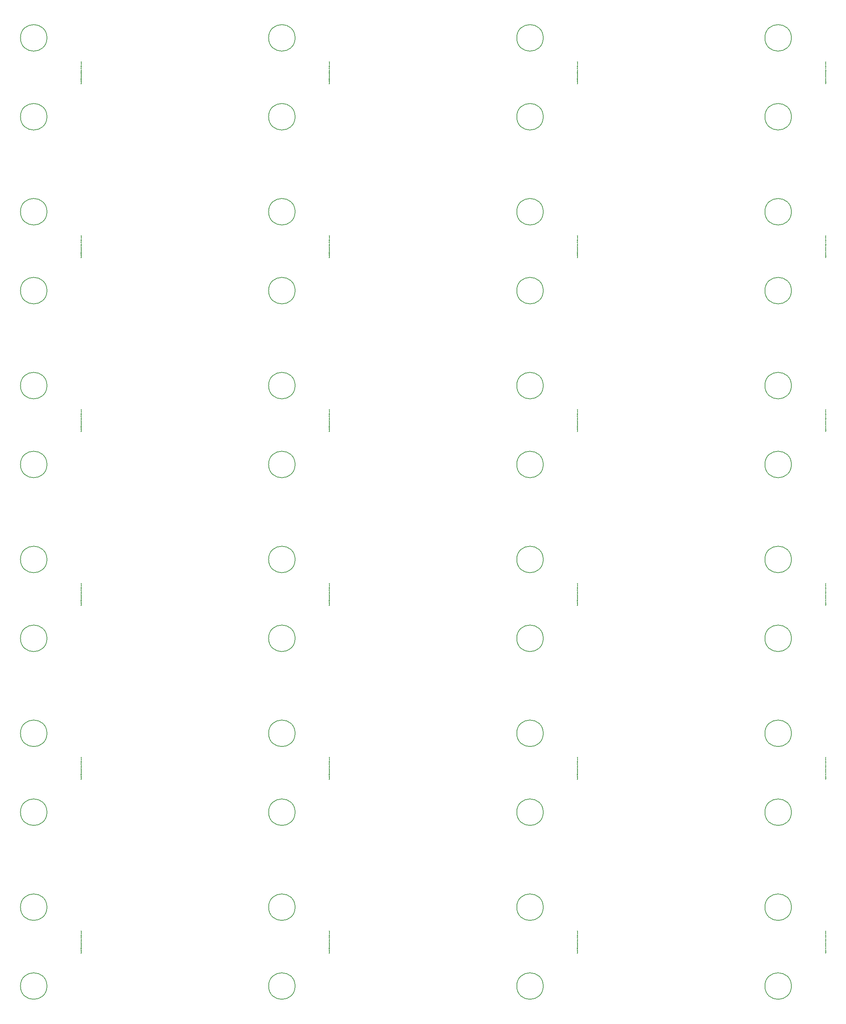
<source format=gbr>
G04 #@! TF.GenerationSoftware,KiCad,Pcbnew,5.1.12-84ad8e8a86~92~ubuntu20.04.1*
G04 #@! TF.CreationDate,2021-12-26T16:55:45+02:00*
G04 #@! TF.ProjectId,panel.opm-inline,70616e65-6c2e-46f7-906d-2d696e6c696e,rev?*
G04 #@! TF.SameCoordinates,Original*
G04 #@! TF.FileFunction,Other,Comment*
%FSLAX46Y46*%
G04 Gerber Fmt 4.6, Leading zero omitted, Abs format (unit mm)*
G04 Created by KiCad (PCBNEW 5.1.12-84ad8e8a86~92~ubuntu20.04.1) date 2021-12-26 16:55:45*
%MOMM*%
%LPD*%
G01*
G04 APERTURE LIST*
%ADD10C,0.150000*%
%ADD11C,0.002000*%
G04 APERTURE END LIST*
D10*
G04 #@! TO.C,H202*
X208685014Y-255865024D02*
G75*
G03*
X208685014Y-255865024I-3200000J0D01*
G01*
G04 #@! TO.C,H201*
X208685014Y-274915024D02*
G75*
G03*
X208685014Y-274915024I-3200000J0D01*
G01*
G04 #@! TO.C,H202*
X148735009Y-255865024D02*
G75*
G03*
X148735009Y-255865024I-3200000J0D01*
G01*
G04 #@! TO.C,H201*
X148735009Y-274915024D02*
G75*
G03*
X148735009Y-274915024I-3200000J0D01*
G01*
G04 #@! TO.C,H202*
X88785004Y-255865024D02*
G75*
G03*
X88785004Y-255865024I-3200000J0D01*
G01*
G04 #@! TO.C,H201*
X88785004Y-274915024D02*
G75*
G03*
X88785004Y-274915024I-3200000J0D01*
G01*
G04 #@! TO.C,H202*
X28834999Y-255865024D02*
G75*
G03*
X28834999Y-255865024I-3200000J0D01*
G01*
G04 #@! TO.C,H201*
X28834999Y-274915024D02*
G75*
G03*
X28834999Y-274915024I-3200000J0D01*
G01*
G04 #@! TO.C,H202*
X208685014Y-213875019D02*
G75*
G03*
X208685014Y-213875019I-3200000J0D01*
G01*
G04 #@! TO.C,H201*
X208685014Y-232925019D02*
G75*
G03*
X208685014Y-232925019I-3200000J0D01*
G01*
G04 #@! TO.C,H202*
X148735009Y-213875019D02*
G75*
G03*
X148735009Y-213875019I-3200000J0D01*
G01*
G04 #@! TO.C,H201*
X148735009Y-232925019D02*
G75*
G03*
X148735009Y-232925019I-3200000J0D01*
G01*
G04 #@! TO.C,H202*
X88785004Y-213875019D02*
G75*
G03*
X88785004Y-213875019I-3200000J0D01*
G01*
G04 #@! TO.C,H201*
X88785004Y-232925019D02*
G75*
G03*
X88785004Y-232925019I-3200000J0D01*
G01*
G04 #@! TO.C,H202*
X28834999Y-213875019D02*
G75*
G03*
X28834999Y-213875019I-3200000J0D01*
G01*
G04 #@! TO.C,H201*
X28834999Y-232925019D02*
G75*
G03*
X28834999Y-232925019I-3200000J0D01*
G01*
G04 #@! TO.C,H202*
X208685014Y-171885014D02*
G75*
G03*
X208685014Y-171885014I-3200000J0D01*
G01*
G04 #@! TO.C,H201*
X208685014Y-190935014D02*
G75*
G03*
X208685014Y-190935014I-3200000J0D01*
G01*
G04 #@! TO.C,H202*
X148735009Y-171885014D02*
G75*
G03*
X148735009Y-171885014I-3200000J0D01*
G01*
G04 #@! TO.C,H201*
X148735009Y-190935014D02*
G75*
G03*
X148735009Y-190935014I-3200000J0D01*
G01*
G04 #@! TO.C,H202*
X88785004Y-171885014D02*
G75*
G03*
X88785004Y-171885014I-3200000J0D01*
G01*
G04 #@! TO.C,H201*
X88785004Y-190935014D02*
G75*
G03*
X88785004Y-190935014I-3200000J0D01*
G01*
G04 #@! TO.C,H202*
X28834999Y-171885014D02*
G75*
G03*
X28834999Y-171885014I-3200000J0D01*
G01*
G04 #@! TO.C,H201*
X28834999Y-190935014D02*
G75*
G03*
X28834999Y-190935014I-3200000J0D01*
G01*
G04 #@! TO.C,H202*
X208685014Y-129895009D02*
G75*
G03*
X208685014Y-129895009I-3200000J0D01*
G01*
G04 #@! TO.C,H201*
X208685014Y-148945009D02*
G75*
G03*
X208685014Y-148945009I-3200000J0D01*
G01*
G04 #@! TO.C,H202*
X148735009Y-129895009D02*
G75*
G03*
X148735009Y-129895009I-3200000J0D01*
G01*
G04 #@! TO.C,H201*
X148735009Y-148945009D02*
G75*
G03*
X148735009Y-148945009I-3200000J0D01*
G01*
G04 #@! TO.C,H202*
X88785004Y-129895009D02*
G75*
G03*
X88785004Y-129895009I-3200000J0D01*
G01*
G04 #@! TO.C,H201*
X88785004Y-148945009D02*
G75*
G03*
X88785004Y-148945009I-3200000J0D01*
G01*
G04 #@! TO.C,H202*
X28834999Y-129895009D02*
G75*
G03*
X28834999Y-129895009I-3200000J0D01*
G01*
G04 #@! TO.C,H201*
X28834999Y-148945009D02*
G75*
G03*
X28834999Y-148945009I-3200000J0D01*
G01*
G04 #@! TO.C,H202*
X208685014Y-87905004D02*
G75*
G03*
X208685014Y-87905004I-3200000J0D01*
G01*
G04 #@! TO.C,H201*
X208685014Y-106955004D02*
G75*
G03*
X208685014Y-106955004I-3200000J0D01*
G01*
G04 #@! TO.C,H202*
X148735009Y-87905004D02*
G75*
G03*
X148735009Y-87905004I-3200000J0D01*
G01*
G04 #@! TO.C,H201*
X148735009Y-106955004D02*
G75*
G03*
X148735009Y-106955004I-3200000J0D01*
G01*
G04 #@! TO.C,H202*
X88785004Y-87905004D02*
G75*
G03*
X88785004Y-87905004I-3200000J0D01*
G01*
G04 #@! TO.C,H201*
X88785004Y-106955004D02*
G75*
G03*
X88785004Y-106955004I-3200000J0D01*
G01*
G04 #@! TO.C,H202*
X28834999Y-87905004D02*
G75*
G03*
X28834999Y-87905004I-3200000J0D01*
G01*
G04 #@! TO.C,H201*
X28834999Y-106955004D02*
G75*
G03*
X28834999Y-106955004I-3200000J0D01*
G01*
G04 #@! TO.C,H202*
X208685014Y-45914999D02*
G75*
G03*
X208685014Y-45914999I-3200000J0D01*
G01*
G04 #@! TO.C,H201*
X208685014Y-64964999D02*
G75*
G03*
X208685014Y-64964999I-3200000J0D01*
G01*
G04 #@! TO.C,H202*
X148735009Y-45914999D02*
G75*
G03*
X148735009Y-45914999I-3200000J0D01*
G01*
G04 #@! TO.C,H201*
X148735009Y-64964999D02*
G75*
G03*
X148735009Y-64964999I-3200000J0D01*
G01*
G04 #@! TO.C,H202*
X88785004Y-45914999D02*
G75*
G03*
X88785004Y-45914999I-3200000J0D01*
G01*
G04 #@! TO.C,H201*
X88785004Y-64964999D02*
G75*
G03*
X88785004Y-64964999I-3200000J0D01*
G01*
G04 #@! TO.C,H202*
X28834999Y-45914999D02*
G75*
G03*
X28834999Y-45914999I-3200000J0D01*
G01*
G04 #@! TO.C,H201*
X28834999Y-64964999D02*
G75*
G03*
X28834999Y-64964999I-3200000J0D01*
G01*
G04 #@! TD*
G04 #@! TO.C,IC1*
D11*
X216960371Y-266900857D02*
X216966418Y-266906904D01*
X216972466Y-266925047D01*
X216972466Y-266937143D01*
X216966418Y-266955285D01*
X216954323Y-266967381D01*
X216942228Y-266973428D01*
X216918037Y-266979476D01*
X216899894Y-266979476D01*
X216875704Y-266973428D01*
X216863609Y-266967381D01*
X216851514Y-266955285D01*
X216845466Y-266937143D01*
X216845466Y-266925047D01*
X216851514Y-266906904D01*
X216857561Y-266900857D01*
X216972466Y-266828285D02*
X216966418Y-266840381D01*
X216960371Y-266846428D01*
X216948275Y-266852476D01*
X216911990Y-266852476D01*
X216899894Y-266846428D01*
X216893847Y-266840381D01*
X216887799Y-266828285D01*
X216887799Y-266810143D01*
X216893847Y-266798047D01*
X216899894Y-266792000D01*
X216911990Y-266785952D01*
X216948275Y-266785952D01*
X216960371Y-266792000D01*
X216966418Y-266798047D01*
X216972466Y-266810143D01*
X216972466Y-266828285D01*
X216887799Y-266731524D02*
X217014799Y-266731524D01*
X216893847Y-266731524D02*
X216887799Y-266719428D01*
X216887799Y-266695238D01*
X216893847Y-266683143D01*
X216899894Y-266677095D01*
X216911990Y-266671047D01*
X216948275Y-266671047D01*
X216960371Y-266677095D01*
X216966418Y-266683143D01*
X216972466Y-266695238D01*
X216972466Y-266719428D01*
X216966418Y-266731524D01*
X216887799Y-266628714D02*
X216972466Y-266598476D01*
X216887799Y-266568238D02*
X216972466Y-266598476D01*
X217002704Y-266610571D01*
X217008752Y-266616619D01*
X217014799Y-266628714D01*
X216972466Y-266519857D02*
X216887799Y-266519857D01*
X216911990Y-266519857D02*
X216899894Y-266513809D01*
X216893847Y-266507762D01*
X216887799Y-266495666D01*
X216887799Y-266483571D01*
X216972466Y-266441238D02*
X216887799Y-266441238D01*
X216845466Y-266441238D02*
X216851514Y-266447285D01*
X216857561Y-266441238D01*
X216851514Y-266435190D01*
X216845466Y-266441238D01*
X216857561Y-266441238D01*
X216887799Y-266326333D02*
X216990609Y-266326333D01*
X217002704Y-266332381D01*
X217008752Y-266338428D01*
X217014799Y-266350524D01*
X217014799Y-266368666D01*
X217008752Y-266380762D01*
X216966418Y-266326333D02*
X216972466Y-266338428D01*
X216972466Y-266362619D01*
X216966418Y-266374714D01*
X216960371Y-266380762D01*
X216948275Y-266386809D01*
X216911990Y-266386809D01*
X216899894Y-266380762D01*
X216893847Y-266374714D01*
X216887799Y-266362619D01*
X216887799Y-266338428D01*
X216893847Y-266326333D01*
X216972466Y-266265857D02*
X216845466Y-266265857D01*
X216972466Y-266211428D02*
X216905942Y-266211428D01*
X216893847Y-266217476D01*
X216887799Y-266229571D01*
X216887799Y-266247714D01*
X216893847Y-266259809D01*
X216899894Y-266265857D01*
X216887799Y-266169095D02*
X216887799Y-266120714D01*
X216845466Y-266150952D02*
X216954323Y-266150952D01*
X216966418Y-266144904D01*
X216972466Y-266132809D01*
X216972466Y-266120714D01*
X216857561Y-265987666D02*
X216851514Y-265981619D01*
X216845466Y-265969524D01*
X216845466Y-265939285D01*
X216851514Y-265927190D01*
X216857561Y-265921143D01*
X216869656Y-265915095D01*
X216881752Y-265915095D01*
X216899894Y-265921143D01*
X216972466Y-265993714D01*
X216972466Y-265915095D01*
X216845466Y-265836476D02*
X216845466Y-265824381D01*
X216851514Y-265812285D01*
X216857561Y-265806238D01*
X216869656Y-265800190D01*
X216893847Y-265794143D01*
X216924085Y-265794143D01*
X216948275Y-265800190D01*
X216960371Y-265806238D01*
X216966418Y-265812285D01*
X216972466Y-265824381D01*
X216972466Y-265836476D01*
X216966418Y-265848571D01*
X216960371Y-265854619D01*
X216948275Y-265860666D01*
X216924085Y-265866714D01*
X216893847Y-265866714D01*
X216869656Y-265860666D01*
X216857561Y-265854619D01*
X216851514Y-265848571D01*
X216845466Y-265836476D01*
X216857561Y-265745762D02*
X216851514Y-265739714D01*
X216845466Y-265727619D01*
X216845466Y-265697381D01*
X216851514Y-265685285D01*
X216857561Y-265679238D01*
X216869656Y-265673190D01*
X216881752Y-265673190D01*
X216899894Y-265679238D01*
X216972466Y-265751809D01*
X216972466Y-265673190D01*
X216972466Y-265552238D02*
X216972466Y-265624809D01*
X216972466Y-265588524D02*
X216845466Y-265588524D01*
X216863609Y-265600619D01*
X216875704Y-265612714D01*
X216881752Y-265624809D01*
X216936180Y-265407095D02*
X216936180Y-265346619D01*
X216972466Y-265419190D02*
X216845466Y-265376857D01*
X216972466Y-265334524D01*
X216966418Y-265237762D02*
X216972466Y-265249857D01*
X216972466Y-265274047D01*
X216966418Y-265286143D01*
X216960371Y-265292190D01*
X216948275Y-265298238D01*
X216911990Y-265298238D01*
X216899894Y-265292190D01*
X216893847Y-265286143D01*
X216887799Y-265274047D01*
X216887799Y-265249857D01*
X216893847Y-265237762D01*
X216966418Y-265128904D02*
X216972466Y-265141000D01*
X216972466Y-265165190D01*
X216966418Y-265177285D01*
X216960371Y-265183333D01*
X216948275Y-265189381D01*
X216911990Y-265189381D01*
X216899894Y-265183333D01*
X216893847Y-265177285D01*
X216887799Y-265165190D01*
X216887799Y-265141000D01*
X216893847Y-265128904D01*
X216966418Y-265026095D02*
X216972466Y-265038190D01*
X216972466Y-265062381D01*
X216966418Y-265074476D01*
X216954323Y-265080524D01*
X216905942Y-265080524D01*
X216893847Y-265074476D01*
X216887799Y-265062381D01*
X216887799Y-265038190D01*
X216893847Y-265026095D01*
X216905942Y-265020047D01*
X216918037Y-265020047D01*
X216930133Y-265080524D01*
X216972466Y-264947476D02*
X216966418Y-264959571D01*
X216954323Y-264965619D01*
X216845466Y-264965619D01*
X216966418Y-264850714D02*
X216972466Y-264862809D01*
X216972466Y-264887000D01*
X216966418Y-264899095D01*
X216954323Y-264905143D01*
X216905942Y-264905143D01*
X216893847Y-264899095D01*
X216887799Y-264887000D01*
X216887799Y-264862809D01*
X216893847Y-264850714D01*
X216905942Y-264844666D01*
X216918037Y-264844666D01*
X216930133Y-264905143D01*
X216972466Y-264790238D02*
X216887799Y-264790238D01*
X216911990Y-264790238D02*
X216899894Y-264784190D01*
X216893847Y-264778143D01*
X216887799Y-264766047D01*
X216887799Y-264753952D01*
X216972466Y-264657190D02*
X216905942Y-264657190D01*
X216893847Y-264663238D01*
X216887799Y-264675333D01*
X216887799Y-264699524D01*
X216893847Y-264711619D01*
X216966418Y-264657190D02*
X216972466Y-264669285D01*
X216972466Y-264699524D01*
X216966418Y-264711619D01*
X216954323Y-264717666D01*
X216942228Y-264717666D01*
X216930133Y-264711619D01*
X216924085Y-264699524D01*
X216924085Y-264669285D01*
X216918037Y-264657190D01*
X216887799Y-264614857D02*
X216887799Y-264566476D01*
X216845466Y-264596714D02*
X216954323Y-264596714D01*
X216966418Y-264590666D01*
X216972466Y-264578571D01*
X216972466Y-264566476D01*
X216966418Y-264475762D02*
X216972466Y-264487857D01*
X216972466Y-264512047D01*
X216966418Y-264524143D01*
X216954323Y-264530190D01*
X216905942Y-264530190D01*
X216893847Y-264524143D01*
X216887799Y-264512047D01*
X216887799Y-264487857D01*
X216893847Y-264475762D01*
X216905942Y-264469714D01*
X216918037Y-264469714D01*
X216930133Y-264530190D01*
X216972466Y-264360857D02*
X216845466Y-264360857D01*
X216966418Y-264360857D02*
X216972466Y-264372952D01*
X216972466Y-264397143D01*
X216966418Y-264409238D01*
X216960371Y-264415285D01*
X216948275Y-264421333D01*
X216911990Y-264421333D01*
X216899894Y-264415285D01*
X216893847Y-264409238D01*
X216887799Y-264397143D01*
X216887799Y-264372952D01*
X216893847Y-264360857D01*
X216972466Y-264203619D02*
X216845466Y-264203619D01*
X216845466Y-264173381D01*
X216851514Y-264155238D01*
X216863609Y-264143143D01*
X216875704Y-264137095D01*
X216899894Y-264131047D01*
X216918037Y-264131047D01*
X216942228Y-264137095D01*
X216954323Y-264143143D01*
X216966418Y-264155238D01*
X216972466Y-264173381D01*
X216972466Y-264203619D01*
X216966418Y-264028238D02*
X216972466Y-264040333D01*
X216972466Y-264064524D01*
X216966418Y-264076619D01*
X216954323Y-264082666D01*
X216905942Y-264082666D01*
X216893847Y-264076619D01*
X216887799Y-264064524D01*
X216887799Y-264040333D01*
X216893847Y-264028238D01*
X216905942Y-264022190D01*
X216918037Y-264022190D01*
X216930133Y-264082666D01*
X216966418Y-263973809D02*
X216972466Y-263961714D01*
X216972466Y-263937524D01*
X216966418Y-263925428D01*
X216954323Y-263919381D01*
X216948275Y-263919381D01*
X216936180Y-263925428D01*
X216930133Y-263937524D01*
X216930133Y-263955666D01*
X216924085Y-263967762D01*
X216911990Y-263973809D01*
X216905942Y-263973809D01*
X216893847Y-263967762D01*
X216887799Y-263955666D01*
X216887799Y-263937524D01*
X216893847Y-263925428D01*
X216972466Y-263864952D02*
X216887799Y-263864952D01*
X216845466Y-263864952D02*
X216851514Y-263871000D01*
X216857561Y-263864952D01*
X216851514Y-263858904D01*
X216845466Y-263864952D01*
X216857561Y-263864952D01*
X216887799Y-263750047D02*
X216990609Y-263750047D01*
X217002704Y-263756095D01*
X217008752Y-263762143D01*
X217014799Y-263774238D01*
X217014799Y-263792381D01*
X217008752Y-263804476D01*
X216966418Y-263750047D02*
X216972466Y-263762143D01*
X216972466Y-263786333D01*
X216966418Y-263798428D01*
X216960371Y-263804476D01*
X216948275Y-263810524D01*
X216911990Y-263810524D01*
X216899894Y-263804476D01*
X216893847Y-263798428D01*
X216887799Y-263786333D01*
X216887799Y-263762143D01*
X216893847Y-263750047D01*
X216887799Y-263689571D02*
X216972466Y-263689571D01*
X216899894Y-263689571D02*
X216893847Y-263683524D01*
X216887799Y-263671428D01*
X216887799Y-263653285D01*
X216893847Y-263641190D01*
X216905942Y-263635143D01*
X216972466Y-263635143D01*
X216966418Y-263580714D02*
X216972466Y-263568619D01*
X216972466Y-263544428D01*
X216966418Y-263532333D01*
X216954323Y-263526285D01*
X216948275Y-263526285D01*
X216936180Y-263532333D01*
X216930133Y-263544428D01*
X216930133Y-263562571D01*
X216924085Y-263574666D01*
X216911990Y-263580714D01*
X216905942Y-263580714D01*
X216893847Y-263574666D01*
X216887799Y-263562571D01*
X216887799Y-263544428D01*
X216893847Y-263532333D01*
X216960371Y-263471857D02*
X216966418Y-263465809D01*
X216972466Y-263471857D01*
X216966418Y-263477904D01*
X216960371Y-263471857D01*
X216972466Y-263471857D01*
X216936180Y-263320666D02*
X216936180Y-263260190D01*
X216972466Y-263332762D02*
X216845466Y-263290428D01*
X216972466Y-263248095D01*
X216972466Y-263187619D02*
X216966418Y-263199714D01*
X216954323Y-263205762D01*
X216845466Y-263205762D01*
X216972466Y-263121095D02*
X216966418Y-263133190D01*
X216954323Y-263139238D01*
X216845466Y-263139238D01*
X216972466Y-262975952D02*
X216887799Y-262975952D01*
X216911990Y-262975952D02*
X216899894Y-262969904D01*
X216893847Y-262963857D01*
X216887799Y-262951762D01*
X216887799Y-262939666D01*
X216972466Y-262897333D02*
X216887799Y-262897333D01*
X216845466Y-262897333D02*
X216851514Y-262903381D01*
X216857561Y-262897333D01*
X216851514Y-262891285D01*
X216845466Y-262897333D01*
X216857561Y-262897333D01*
X216887799Y-262782428D02*
X216990609Y-262782428D01*
X217002704Y-262788476D01*
X217008752Y-262794524D01*
X217014799Y-262806619D01*
X217014799Y-262824762D01*
X217008752Y-262836857D01*
X216966418Y-262782428D02*
X216972466Y-262794524D01*
X216972466Y-262818714D01*
X216966418Y-262830809D01*
X216960371Y-262836857D01*
X216948275Y-262842904D01*
X216911990Y-262842904D01*
X216899894Y-262836857D01*
X216893847Y-262830809D01*
X216887799Y-262818714D01*
X216887799Y-262794524D01*
X216893847Y-262782428D01*
X216972466Y-262721952D02*
X216845466Y-262721952D01*
X216972466Y-262667524D02*
X216905942Y-262667524D01*
X216893847Y-262673571D01*
X216887799Y-262685666D01*
X216887799Y-262703809D01*
X216893847Y-262715904D01*
X216899894Y-262721952D01*
X216887799Y-262625190D02*
X216887799Y-262576809D01*
X216845466Y-262607047D02*
X216954323Y-262607047D01*
X216966418Y-262601000D01*
X216972466Y-262588904D01*
X216972466Y-262576809D01*
X216966418Y-262540524D02*
X216972466Y-262528428D01*
X216972466Y-262504238D01*
X216966418Y-262492143D01*
X216954323Y-262486095D01*
X216948275Y-262486095D01*
X216936180Y-262492143D01*
X216930133Y-262504238D01*
X216930133Y-262522381D01*
X216924085Y-262534476D01*
X216911990Y-262540524D01*
X216905942Y-262540524D01*
X216893847Y-262534476D01*
X216887799Y-262522381D01*
X216887799Y-262504238D01*
X216893847Y-262492143D01*
X216972466Y-262334904D02*
X216887799Y-262334904D01*
X216911990Y-262334904D02*
X216899894Y-262328857D01*
X216893847Y-262322809D01*
X216887799Y-262310714D01*
X216887799Y-262298619D01*
X216966418Y-262207904D02*
X216972466Y-262220000D01*
X216972466Y-262244190D01*
X216966418Y-262256285D01*
X216954323Y-262262333D01*
X216905942Y-262262333D01*
X216893847Y-262256285D01*
X216887799Y-262244190D01*
X216887799Y-262220000D01*
X216893847Y-262207904D01*
X216905942Y-262201857D01*
X216918037Y-262201857D01*
X216930133Y-262262333D01*
X216966418Y-262153476D02*
X216972466Y-262141381D01*
X216972466Y-262117190D01*
X216966418Y-262105095D01*
X216954323Y-262099047D01*
X216948275Y-262099047D01*
X216936180Y-262105095D01*
X216930133Y-262117190D01*
X216930133Y-262135333D01*
X216924085Y-262147428D01*
X216911990Y-262153476D01*
X216905942Y-262153476D01*
X216893847Y-262147428D01*
X216887799Y-262135333D01*
X216887799Y-262117190D01*
X216893847Y-262105095D01*
X216966418Y-261996238D02*
X216972466Y-262008333D01*
X216972466Y-262032524D01*
X216966418Y-262044619D01*
X216954323Y-262050666D01*
X216905942Y-262050666D01*
X216893847Y-262044619D01*
X216887799Y-262032524D01*
X216887799Y-262008333D01*
X216893847Y-261996238D01*
X216905942Y-261990190D01*
X216918037Y-261990190D01*
X216930133Y-262050666D01*
X216972466Y-261935762D02*
X216887799Y-261935762D01*
X216911990Y-261935762D02*
X216899894Y-261929714D01*
X216893847Y-261923666D01*
X216887799Y-261911571D01*
X216887799Y-261899476D01*
X216887799Y-261869238D02*
X216972466Y-261839000D01*
X216887799Y-261808762D01*
X216966418Y-261712000D02*
X216972466Y-261724095D01*
X216972466Y-261748285D01*
X216966418Y-261760381D01*
X216954323Y-261766428D01*
X216905942Y-261766428D01*
X216893847Y-261760381D01*
X216887799Y-261748285D01*
X216887799Y-261724095D01*
X216893847Y-261712000D01*
X216905942Y-261705952D01*
X216918037Y-261705952D01*
X216930133Y-261766428D01*
X216972466Y-261597095D02*
X216845466Y-261597095D01*
X216966418Y-261597095D02*
X216972466Y-261609190D01*
X216972466Y-261633381D01*
X216966418Y-261645476D01*
X216960371Y-261651524D01*
X216948275Y-261657571D01*
X216911990Y-261657571D01*
X216899894Y-261651524D01*
X216893847Y-261645476D01*
X216887799Y-261633381D01*
X216887799Y-261609190D01*
X216893847Y-261597095D01*
X216960371Y-261536619D02*
X216966418Y-261530571D01*
X216972466Y-261536619D01*
X216966418Y-261542666D01*
X216960371Y-261536619D01*
X216972466Y-261536619D01*
X157010366Y-266900857D02*
X157016413Y-266906904D01*
X157022461Y-266925047D01*
X157022461Y-266937143D01*
X157016413Y-266955285D01*
X157004318Y-266967381D01*
X156992223Y-266973428D01*
X156968032Y-266979476D01*
X156949889Y-266979476D01*
X156925699Y-266973428D01*
X156913604Y-266967381D01*
X156901509Y-266955285D01*
X156895461Y-266937143D01*
X156895461Y-266925047D01*
X156901509Y-266906904D01*
X156907556Y-266900857D01*
X157022461Y-266828285D02*
X157016413Y-266840381D01*
X157010366Y-266846428D01*
X156998270Y-266852476D01*
X156961985Y-266852476D01*
X156949889Y-266846428D01*
X156943842Y-266840381D01*
X156937794Y-266828285D01*
X156937794Y-266810143D01*
X156943842Y-266798047D01*
X156949889Y-266792000D01*
X156961985Y-266785952D01*
X156998270Y-266785952D01*
X157010366Y-266792000D01*
X157016413Y-266798047D01*
X157022461Y-266810143D01*
X157022461Y-266828285D01*
X156937794Y-266731524D02*
X157064794Y-266731524D01*
X156943842Y-266731524D02*
X156937794Y-266719428D01*
X156937794Y-266695238D01*
X156943842Y-266683143D01*
X156949889Y-266677095D01*
X156961985Y-266671047D01*
X156998270Y-266671047D01*
X157010366Y-266677095D01*
X157016413Y-266683143D01*
X157022461Y-266695238D01*
X157022461Y-266719428D01*
X157016413Y-266731524D01*
X156937794Y-266628714D02*
X157022461Y-266598476D01*
X156937794Y-266568238D02*
X157022461Y-266598476D01*
X157052699Y-266610571D01*
X157058747Y-266616619D01*
X157064794Y-266628714D01*
X157022461Y-266519857D02*
X156937794Y-266519857D01*
X156961985Y-266519857D02*
X156949889Y-266513809D01*
X156943842Y-266507762D01*
X156937794Y-266495666D01*
X156937794Y-266483571D01*
X157022461Y-266441238D02*
X156937794Y-266441238D01*
X156895461Y-266441238D02*
X156901509Y-266447285D01*
X156907556Y-266441238D01*
X156901509Y-266435190D01*
X156895461Y-266441238D01*
X156907556Y-266441238D01*
X156937794Y-266326333D02*
X157040604Y-266326333D01*
X157052699Y-266332381D01*
X157058747Y-266338428D01*
X157064794Y-266350524D01*
X157064794Y-266368666D01*
X157058747Y-266380762D01*
X157016413Y-266326333D02*
X157022461Y-266338428D01*
X157022461Y-266362619D01*
X157016413Y-266374714D01*
X157010366Y-266380762D01*
X156998270Y-266386809D01*
X156961985Y-266386809D01*
X156949889Y-266380762D01*
X156943842Y-266374714D01*
X156937794Y-266362619D01*
X156937794Y-266338428D01*
X156943842Y-266326333D01*
X157022461Y-266265857D02*
X156895461Y-266265857D01*
X157022461Y-266211428D02*
X156955937Y-266211428D01*
X156943842Y-266217476D01*
X156937794Y-266229571D01*
X156937794Y-266247714D01*
X156943842Y-266259809D01*
X156949889Y-266265857D01*
X156937794Y-266169095D02*
X156937794Y-266120714D01*
X156895461Y-266150952D02*
X157004318Y-266150952D01*
X157016413Y-266144904D01*
X157022461Y-266132809D01*
X157022461Y-266120714D01*
X156907556Y-265987666D02*
X156901509Y-265981619D01*
X156895461Y-265969524D01*
X156895461Y-265939285D01*
X156901509Y-265927190D01*
X156907556Y-265921143D01*
X156919651Y-265915095D01*
X156931747Y-265915095D01*
X156949889Y-265921143D01*
X157022461Y-265993714D01*
X157022461Y-265915095D01*
X156895461Y-265836476D02*
X156895461Y-265824381D01*
X156901509Y-265812285D01*
X156907556Y-265806238D01*
X156919651Y-265800190D01*
X156943842Y-265794143D01*
X156974080Y-265794143D01*
X156998270Y-265800190D01*
X157010366Y-265806238D01*
X157016413Y-265812285D01*
X157022461Y-265824381D01*
X157022461Y-265836476D01*
X157016413Y-265848571D01*
X157010366Y-265854619D01*
X156998270Y-265860666D01*
X156974080Y-265866714D01*
X156943842Y-265866714D01*
X156919651Y-265860666D01*
X156907556Y-265854619D01*
X156901509Y-265848571D01*
X156895461Y-265836476D01*
X156907556Y-265745762D02*
X156901509Y-265739714D01*
X156895461Y-265727619D01*
X156895461Y-265697381D01*
X156901509Y-265685285D01*
X156907556Y-265679238D01*
X156919651Y-265673190D01*
X156931747Y-265673190D01*
X156949889Y-265679238D01*
X157022461Y-265751809D01*
X157022461Y-265673190D01*
X157022461Y-265552238D02*
X157022461Y-265624809D01*
X157022461Y-265588524D02*
X156895461Y-265588524D01*
X156913604Y-265600619D01*
X156925699Y-265612714D01*
X156931747Y-265624809D01*
X156986175Y-265407095D02*
X156986175Y-265346619D01*
X157022461Y-265419190D02*
X156895461Y-265376857D01*
X157022461Y-265334524D01*
X157016413Y-265237762D02*
X157022461Y-265249857D01*
X157022461Y-265274047D01*
X157016413Y-265286143D01*
X157010366Y-265292190D01*
X156998270Y-265298238D01*
X156961985Y-265298238D01*
X156949889Y-265292190D01*
X156943842Y-265286143D01*
X156937794Y-265274047D01*
X156937794Y-265249857D01*
X156943842Y-265237762D01*
X157016413Y-265128904D02*
X157022461Y-265141000D01*
X157022461Y-265165190D01*
X157016413Y-265177285D01*
X157010366Y-265183333D01*
X156998270Y-265189381D01*
X156961985Y-265189381D01*
X156949889Y-265183333D01*
X156943842Y-265177285D01*
X156937794Y-265165190D01*
X156937794Y-265141000D01*
X156943842Y-265128904D01*
X157016413Y-265026095D02*
X157022461Y-265038190D01*
X157022461Y-265062381D01*
X157016413Y-265074476D01*
X157004318Y-265080524D01*
X156955937Y-265080524D01*
X156943842Y-265074476D01*
X156937794Y-265062381D01*
X156937794Y-265038190D01*
X156943842Y-265026095D01*
X156955937Y-265020047D01*
X156968032Y-265020047D01*
X156980128Y-265080524D01*
X157022461Y-264947476D02*
X157016413Y-264959571D01*
X157004318Y-264965619D01*
X156895461Y-264965619D01*
X157016413Y-264850714D02*
X157022461Y-264862809D01*
X157022461Y-264887000D01*
X157016413Y-264899095D01*
X157004318Y-264905143D01*
X156955937Y-264905143D01*
X156943842Y-264899095D01*
X156937794Y-264887000D01*
X156937794Y-264862809D01*
X156943842Y-264850714D01*
X156955937Y-264844666D01*
X156968032Y-264844666D01*
X156980128Y-264905143D01*
X157022461Y-264790238D02*
X156937794Y-264790238D01*
X156961985Y-264790238D02*
X156949889Y-264784190D01*
X156943842Y-264778143D01*
X156937794Y-264766047D01*
X156937794Y-264753952D01*
X157022461Y-264657190D02*
X156955937Y-264657190D01*
X156943842Y-264663238D01*
X156937794Y-264675333D01*
X156937794Y-264699524D01*
X156943842Y-264711619D01*
X157016413Y-264657190D02*
X157022461Y-264669285D01*
X157022461Y-264699524D01*
X157016413Y-264711619D01*
X157004318Y-264717666D01*
X156992223Y-264717666D01*
X156980128Y-264711619D01*
X156974080Y-264699524D01*
X156974080Y-264669285D01*
X156968032Y-264657190D01*
X156937794Y-264614857D02*
X156937794Y-264566476D01*
X156895461Y-264596714D02*
X157004318Y-264596714D01*
X157016413Y-264590666D01*
X157022461Y-264578571D01*
X157022461Y-264566476D01*
X157016413Y-264475762D02*
X157022461Y-264487857D01*
X157022461Y-264512047D01*
X157016413Y-264524143D01*
X157004318Y-264530190D01*
X156955937Y-264530190D01*
X156943842Y-264524143D01*
X156937794Y-264512047D01*
X156937794Y-264487857D01*
X156943842Y-264475762D01*
X156955937Y-264469714D01*
X156968032Y-264469714D01*
X156980128Y-264530190D01*
X157022461Y-264360857D02*
X156895461Y-264360857D01*
X157016413Y-264360857D02*
X157022461Y-264372952D01*
X157022461Y-264397143D01*
X157016413Y-264409238D01*
X157010366Y-264415285D01*
X156998270Y-264421333D01*
X156961985Y-264421333D01*
X156949889Y-264415285D01*
X156943842Y-264409238D01*
X156937794Y-264397143D01*
X156937794Y-264372952D01*
X156943842Y-264360857D01*
X157022461Y-264203619D02*
X156895461Y-264203619D01*
X156895461Y-264173381D01*
X156901509Y-264155238D01*
X156913604Y-264143143D01*
X156925699Y-264137095D01*
X156949889Y-264131047D01*
X156968032Y-264131047D01*
X156992223Y-264137095D01*
X157004318Y-264143143D01*
X157016413Y-264155238D01*
X157022461Y-264173381D01*
X157022461Y-264203619D01*
X157016413Y-264028238D02*
X157022461Y-264040333D01*
X157022461Y-264064524D01*
X157016413Y-264076619D01*
X157004318Y-264082666D01*
X156955937Y-264082666D01*
X156943842Y-264076619D01*
X156937794Y-264064524D01*
X156937794Y-264040333D01*
X156943842Y-264028238D01*
X156955937Y-264022190D01*
X156968032Y-264022190D01*
X156980128Y-264082666D01*
X157016413Y-263973809D02*
X157022461Y-263961714D01*
X157022461Y-263937524D01*
X157016413Y-263925428D01*
X157004318Y-263919381D01*
X156998270Y-263919381D01*
X156986175Y-263925428D01*
X156980128Y-263937524D01*
X156980128Y-263955666D01*
X156974080Y-263967762D01*
X156961985Y-263973809D01*
X156955937Y-263973809D01*
X156943842Y-263967762D01*
X156937794Y-263955666D01*
X156937794Y-263937524D01*
X156943842Y-263925428D01*
X157022461Y-263864952D02*
X156937794Y-263864952D01*
X156895461Y-263864952D02*
X156901509Y-263871000D01*
X156907556Y-263864952D01*
X156901509Y-263858904D01*
X156895461Y-263864952D01*
X156907556Y-263864952D01*
X156937794Y-263750047D02*
X157040604Y-263750047D01*
X157052699Y-263756095D01*
X157058747Y-263762143D01*
X157064794Y-263774238D01*
X157064794Y-263792381D01*
X157058747Y-263804476D01*
X157016413Y-263750047D02*
X157022461Y-263762143D01*
X157022461Y-263786333D01*
X157016413Y-263798428D01*
X157010366Y-263804476D01*
X156998270Y-263810524D01*
X156961985Y-263810524D01*
X156949889Y-263804476D01*
X156943842Y-263798428D01*
X156937794Y-263786333D01*
X156937794Y-263762143D01*
X156943842Y-263750047D01*
X156937794Y-263689571D02*
X157022461Y-263689571D01*
X156949889Y-263689571D02*
X156943842Y-263683524D01*
X156937794Y-263671428D01*
X156937794Y-263653285D01*
X156943842Y-263641190D01*
X156955937Y-263635143D01*
X157022461Y-263635143D01*
X157016413Y-263580714D02*
X157022461Y-263568619D01*
X157022461Y-263544428D01*
X157016413Y-263532333D01*
X157004318Y-263526285D01*
X156998270Y-263526285D01*
X156986175Y-263532333D01*
X156980128Y-263544428D01*
X156980128Y-263562571D01*
X156974080Y-263574666D01*
X156961985Y-263580714D01*
X156955937Y-263580714D01*
X156943842Y-263574666D01*
X156937794Y-263562571D01*
X156937794Y-263544428D01*
X156943842Y-263532333D01*
X157010366Y-263471857D02*
X157016413Y-263465809D01*
X157022461Y-263471857D01*
X157016413Y-263477904D01*
X157010366Y-263471857D01*
X157022461Y-263471857D01*
X156986175Y-263320666D02*
X156986175Y-263260190D01*
X157022461Y-263332762D02*
X156895461Y-263290428D01*
X157022461Y-263248095D01*
X157022461Y-263187619D02*
X157016413Y-263199714D01*
X157004318Y-263205762D01*
X156895461Y-263205762D01*
X157022461Y-263121095D02*
X157016413Y-263133190D01*
X157004318Y-263139238D01*
X156895461Y-263139238D01*
X157022461Y-262975952D02*
X156937794Y-262975952D01*
X156961985Y-262975952D02*
X156949889Y-262969904D01*
X156943842Y-262963857D01*
X156937794Y-262951762D01*
X156937794Y-262939666D01*
X157022461Y-262897333D02*
X156937794Y-262897333D01*
X156895461Y-262897333D02*
X156901509Y-262903381D01*
X156907556Y-262897333D01*
X156901509Y-262891285D01*
X156895461Y-262897333D01*
X156907556Y-262897333D01*
X156937794Y-262782428D02*
X157040604Y-262782428D01*
X157052699Y-262788476D01*
X157058747Y-262794524D01*
X157064794Y-262806619D01*
X157064794Y-262824762D01*
X157058747Y-262836857D01*
X157016413Y-262782428D02*
X157022461Y-262794524D01*
X157022461Y-262818714D01*
X157016413Y-262830809D01*
X157010366Y-262836857D01*
X156998270Y-262842904D01*
X156961985Y-262842904D01*
X156949889Y-262836857D01*
X156943842Y-262830809D01*
X156937794Y-262818714D01*
X156937794Y-262794524D01*
X156943842Y-262782428D01*
X157022461Y-262721952D02*
X156895461Y-262721952D01*
X157022461Y-262667524D02*
X156955937Y-262667524D01*
X156943842Y-262673571D01*
X156937794Y-262685666D01*
X156937794Y-262703809D01*
X156943842Y-262715904D01*
X156949889Y-262721952D01*
X156937794Y-262625190D02*
X156937794Y-262576809D01*
X156895461Y-262607047D02*
X157004318Y-262607047D01*
X157016413Y-262601000D01*
X157022461Y-262588904D01*
X157022461Y-262576809D01*
X157016413Y-262540524D02*
X157022461Y-262528428D01*
X157022461Y-262504238D01*
X157016413Y-262492143D01*
X157004318Y-262486095D01*
X156998270Y-262486095D01*
X156986175Y-262492143D01*
X156980128Y-262504238D01*
X156980128Y-262522381D01*
X156974080Y-262534476D01*
X156961985Y-262540524D01*
X156955937Y-262540524D01*
X156943842Y-262534476D01*
X156937794Y-262522381D01*
X156937794Y-262504238D01*
X156943842Y-262492143D01*
X157022461Y-262334904D02*
X156937794Y-262334904D01*
X156961985Y-262334904D02*
X156949889Y-262328857D01*
X156943842Y-262322809D01*
X156937794Y-262310714D01*
X156937794Y-262298619D01*
X157016413Y-262207904D02*
X157022461Y-262220000D01*
X157022461Y-262244190D01*
X157016413Y-262256285D01*
X157004318Y-262262333D01*
X156955937Y-262262333D01*
X156943842Y-262256285D01*
X156937794Y-262244190D01*
X156937794Y-262220000D01*
X156943842Y-262207904D01*
X156955937Y-262201857D01*
X156968032Y-262201857D01*
X156980128Y-262262333D01*
X157016413Y-262153476D02*
X157022461Y-262141381D01*
X157022461Y-262117190D01*
X157016413Y-262105095D01*
X157004318Y-262099047D01*
X156998270Y-262099047D01*
X156986175Y-262105095D01*
X156980128Y-262117190D01*
X156980128Y-262135333D01*
X156974080Y-262147428D01*
X156961985Y-262153476D01*
X156955937Y-262153476D01*
X156943842Y-262147428D01*
X156937794Y-262135333D01*
X156937794Y-262117190D01*
X156943842Y-262105095D01*
X157016413Y-261996238D02*
X157022461Y-262008333D01*
X157022461Y-262032524D01*
X157016413Y-262044619D01*
X157004318Y-262050666D01*
X156955937Y-262050666D01*
X156943842Y-262044619D01*
X156937794Y-262032524D01*
X156937794Y-262008333D01*
X156943842Y-261996238D01*
X156955937Y-261990190D01*
X156968032Y-261990190D01*
X156980128Y-262050666D01*
X157022461Y-261935762D02*
X156937794Y-261935762D01*
X156961985Y-261935762D02*
X156949889Y-261929714D01*
X156943842Y-261923666D01*
X156937794Y-261911571D01*
X156937794Y-261899476D01*
X156937794Y-261869238D02*
X157022461Y-261839000D01*
X156937794Y-261808762D01*
X157016413Y-261712000D02*
X157022461Y-261724095D01*
X157022461Y-261748285D01*
X157016413Y-261760381D01*
X157004318Y-261766428D01*
X156955937Y-261766428D01*
X156943842Y-261760381D01*
X156937794Y-261748285D01*
X156937794Y-261724095D01*
X156943842Y-261712000D01*
X156955937Y-261705952D01*
X156968032Y-261705952D01*
X156980128Y-261766428D01*
X157022461Y-261597095D02*
X156895461Y-261597095D01*
X157016413Y-261597095D02*
X157022461Y-261609190D01*
X157022461Y-261633381D01*
X157016413Y-261645476D01*
X157010366Y-261651524D01*
X156998270Y-261657571D01*
X156961985Y-261657571D01*
X156949889Y-261651524D01*
X156943842Y-261645476D01*
X156937794Y-261633381D01*
X156937794Y-261609190D01*
X156943842Y-261597095D01*
X157010366Y-261536619D02*
X157016413Y-261530571D01*
X157022461Y-261536619D01*
X157016413Y-261542666D01*
X157010366Y-261536619D01*
X157022461Y-261536619D01*
X97060361Y-266900857D02*
X97066408Y-266906904D01*
X97072456Y-266925047D01*
X97072456Y-266937143D01*
X97066408Y-266955285D01*
X97054313Y-266967381D01*
X97042218Y-266973428D01*
X97018027Y-266979476D01*
X96999884Y-266979476D01*
X96975694Y-266973428D01*
X96963599Y-266967381D01*
X96951504Y-266955285D01*
X96945456Y-266937143D01*
X96945456Y-266925047D01*
X96951504Y-266906904D01*
X96957551Y-266900857D01*
X97072456Y-266828285D02*
X97066408Y-266840381D01*
X97060361Y-266846428D01*
X97048265Y-266852476D01*
X97011980Y-266852476D01*
X96999884Y-266846428D01*
X96993837Y-266840381D01*
X96987789Y-266828285D01*
X96987789Y-266810143D01*
X96993837Y-266798047D01*
X96999884Y-266792000D01*
X97011980Y-266785952D01*
X97048265Y-266785952D01*
X97060361Y-266792000D01*
X97066408Y-266798047D01*
X97072456Y-266810143D01*
X97072456Y-266828285D01*
X96987789Y-266731524D02*
X97114789Y-266731524D01*
X96993837Y-266731524D02*
X96987789Y-266719428D01*
X96987789Y-266695238D01*
X96993837Y-266683143D01*
X96999884Y-266677095D01*
X97011980Y-266671047D01*
X97048265Y-266671047D01*
X97060361Y-266677095D01*
X97066408Y-266683143D01*
X97072456Y-266695238D01*
X97072456Y-266719428D01*
X97066408Y-266731524D01*
X96987789Y-266628714D02*
X97072456Y-266598476D01*
X96987789Y-266568238D02*
X97072456Y-266598476D01*
X97102694Y-266610571D01*
X97108742Y-266616619D01*
X97114789Y-266628714D01*
X97072456Y-266519857D02*
X96987789Y-266519857D01*
X97011980Y-266519857D02*
X96999884Y-266513809D01*
X96993837Y-266507762D01*
X96987789Y-266495666D01*
X96987789Y-266483571D01*
X97072456Y-266441238D02*
X96987789Y-266441238D01*
X96945456Y-266441238D02*
X96951504Y-266447285D01*
X96957551Y-266441238D01*
X96951504Y-266435190D01*
X96945456Y-266441238D01*
X96957551Y-266441238D01*
X96987789Y-266326333D02*
X97090599Y-266326333D01*
X97102694Y-266332381D01*
X97108742Y-266338428D01*
X97114789Y-266350524D01*
X97114789Y-266368666D01*
X97108742Y-266380762D01*
X97066408Y-266326333D02*
X97072456Y-266338428D01*
X97072456Y-266362619D01*
X97066408Y-266374714D01*
X97060361Y-266380762D01*
X97048265Y-266386809D01*
X97011980Y-266386809D01*
X96999884Y-266380762D01*
X96993837Y-266374714D01*
X96987789Y-266362619D01*
X96987789Y-266338428D01*
X96993837Y-266326333D01*
X97072456Y-266265857D02*
X96945456Y-266265857D01*
X97072456Y-266211428D02*
X97005932Y-266211428D01*
X96993837Y-266217476D01*
X96987789Y-266229571D01*
X96987789Y-266247714D01*
X96993837Y-266259809D01*
X96999884Y-266265857D01*
X96987789Y-266169095D02*
X96987789Y-266120714D01*
X96945456Y-266150952D02*
X97054313Y-266150952D01*
X97066408Y-266144904D01*
X97072456Y-266132809D01*
X97072456Y-266120714D01*
X96957551Y-265987666D02*
X96951504Y-265981619D01*
X96945456Y-265969524D01*
X96945456Y-265939285D01*
X96951504Y-265927190D01*
X96957551Y-265921143D01*
X96969646Y-265915095D01*
X96981742Y-265915095D01*
X96999884Y-265921143D01*
X97072456Y-265993714D01*
X97072456Y-265915095D01*
X96945456Y-265836476D02*
X96945456Y-265824381D01*
X96951504Y-265812285D01*
X96957551Y-265806238D01*
X96969646Y-265800190D01*
X96993837Y-265794143D01*
X97024075Y-265794143D01*
X97048265Y-265800190D01*
X97060361Y-265806238D01*
X97066408Y-265812285D01*
X97072456Y-265824381D01*
X97072456Y-265836476D01*
X97066408Y-265848571D01*
X97060361Y-265854619D01*
X97048265Y-265860666D01*
X97024075Y-265866714D01*
X96993837Y-265866714D01*
X96969646Y-265860666D01*
X96957551Y-265854619D01*
X96951504Y-265848571D01*
X96945456Y-265836476D01*
X96957551Y-265745762D02*
X96951504Y-265739714D01*
X96945456Y-265727619D01*
X96945456Y-265697381D01*
X96951504Y-265685285D01*
X96957551Y-265679238D01*
X96969646Y-265673190D01*
X96981742Y-265673190D01*
X96999884Y-265679238D01*
X97072456Y-265751809D01*
X97072456Y-265673190D01*
X97072456Y-265552238D02*
X97072456Y-265624809D01*
X97072456Y-265588524D02*
X96945456Y-265588524D01*
X96963599Y-265600619D01*
X96975694Y-265612714D01*
X96981742Y-265624809D01*
X97036170Y-265407095D02*
X97036170Y-265346619D01*
X97072456Y-265419190D02*
X96945456Y-265376857D01*
X97072456Y-265334524D01*
X97066408Y-265237762D02*
X97072456Y-265249857D01*
X97072456Y-265274047D01*
X97066408Y-265286143D01*
X97060361Y-265292190D01*
X97048265Y-265298238D01*
X97011980Y-265298238D01*
X96999884Y-265292190D01*
X96993837Y-265286143D01*
X96987789Y-265274047D01*
X96987789Y-265249857D01*
X96993837Y-265237762D01*
X97066408Y-265128904D02*
X97072456Y-265141000D01*
X97072456Y-265165190D01*
X97066408Y-265177285D01*
X97060361Y-265183333D01*
X97048265Y-265189381D01*
X97011980Y-265189381D01*
X96999884Y-265183333D01*
X96993837Y-265177285D01*
X96987789Y-265165190D01*
X96987789Y-265141000D01*
X96993837Y-265128904D01*
X97066408Y-265026095D02*
X97072456Y-265038190D01*
X97072456Y-265062381D01*
X97066408Y-265074476D01*
X97054313Y-265080524D01*
X97005932Y-265080524D01*
X96993837Y-265074476D01*
X96987789Y-265062381D01*
X96987789Y-265038190D01*
X96993837Y-265026095D01*
X97005932Y-265020047D01*
X97018027Y-265020047D01*
X97030123Y-265080524D01*
X97072456Y-264947476D02*
X97066408Y-264959571D01*
X97054313Y-264965619D01*
X96945456Y-264965619D01*
X97066408Y-264850714D02*
X97072456Y-264862809D01*
X97072456Y-264887000D01*
X97066408Y-264899095D01*
X97054313Y-264905143D01*
X97005932Y-264905143D01*
X96993837Y-264899095D01*
X96987789Y-264887000D01*
X96987789Y-264862809D01*
X96993837Y-264850714D01*
X97005932Y-264844666D01*
X97018027Y-264844666D01*
X97030123Y-264905143D01*
X97072456Y-264790238D02*
X96987789Y-264790238D01*
X97011980Y-264790238D02*
X96999884Y-264784190D01*
X96993837Y-264778143D01*
X96987789Y-264766047D01*
X96987789Y-264753952D01*
X97072456Y-264657190D02*
X97005932Y-264657190D01*
X96993837Y-264663238D01*
X96987789Y-264675333D01*
X96987789Y-264699524D01*
X96993837Y-264711619D01*
X97066408Y-264657190D02*
X97072456Y-264669285D01*
X97072456Y-264699524D01*
X97066408Y-264711619D01*
X97054313Y-264717666D01*
X97042218Y-264717666D01*
X97030123Y-264711619D01*
X97024075Y-264699524D01*
X97024075Y-264669285D01*
X97018027Y-264657190D01*
X96987789Y-264614857D02*
X96987789Y-264566476D01*
X96945456Y-264596714D02*
X97054313Y-264596714D01*
X97066408Y-264590666D01*
X97072456Y-264578571D01*
X97072456Y-264566476D01*
X97066408Y-264475762D02*
X97072456Y-264487857D01*
X97072456Y-264512047D01*
X97066408Y-264524143D01*
X97054313Y-264530190D01*
X97005932Y-264530190D01*
X96993837Y-264524143D01*
X96987789Y-264512047D01*
X96987789Y-264487857D01*
X96993837Y-264475762D01*
X97005932Y-264469714D01*
X97018027Y-264469714D01*
X97030123Y-264530190D01*
X97072456Y-264360857D02*
X96945456Y-264360857D01*
X97066408Y-264360857D02*
X97072456Y-264372952D01*
X97072456Y-264397143D01*
X97066408Y-264409238D01*
X97060361Y-264415285D01*
X97048265Y-264421333D01*
X97011980Y-264421333D01*
X96999884Y-264415285D01*
X96993837Y-264409238D01*
X96987789Y-264397143D01*
X96987789Y-264372952D01*
X96993837Y-264360857D01*
X97072456Y-264203619D02*
X96945456Y-264203619D01*
X96945456Y-264173381D01*
X96951504Y-264155238D01*
X96963599Y-264143143D01*
X96975694Y-264137095D01*
X96999884Y-264131047D01*
X97018027Y-264131047D01*
X97042218Y-264137095D01*
X97054313Y-264143143D01*
X97066408Y-264155238D01*
X97072456Y-264173381D01*
X97072456Y-264203619D01*
X97066408Y-264028238D02*
X97072456Y-264040333D01*
X97072456Y-264064524D01*
X97066408Y-264076619D01*
X97054313Y-264082666D01*
X97005932Y-264082666D01*
X96993837Y-264076619D01*
X96987789Y-264064524D01*
X96987789Y-264040333D01*
X96993837Y-264028238D01*
X97005932Y-264022190D01*
X97018027Y-264022190D01*
X97030123Y-264082666D01*
X97066408Y-263973809D02*
X97072456Y-263961714D01*
X97072456Y-263937524D01*
X97066408Y-263925428D01*
X97054313Y-263919381D01*
X97048265Y-263919381D01*
X97036170Y-263925428D01*
X97030123Y-263937524D01*
X97030123Y-263955666D01*
X97024075Y-263967762D01*
X97011980Y-263973809D01*
X97005932Y-263973809D01*
X96993837Y-263967762D01*
X96987789Y-263955666D01*
X96987789Y-263937524D01*
X96993837Y-263925428D01*
X97072456Y-263864952D02*
X96987789Y-263864952D01*
X96945456Y-263864952D02*
X96951504Y-263871000D01*
X96957551Y-263864952D01*
X96951504Y-263858904D01*
X96945456Y-263864952D01*
X96957551Y-263864952D01*
X96987789Y-263750047D02*
X97090599Y-263750047D01*
X97102694Y-263756095D01*
X97108742Y-263762143D01*
X97114789Y-263774238D01*
X97114789Y-263792381D01*
X97108742Y-263804476D01*
X97066408Y-263750047D02*
X97072456Y-263762143D01*
X97072456Y-263786333D01*
X97066408Y-263798428D01*
X97060361Y-263804476D01*
X97048265Y-263810524D01*
X97011980Y-263810524D01*
X96999884Y-263804476D01*
X96993837Y-263798428D01*
X96987789Y-263786333D01*
X96987789Y-263762143D01*
X96993837Y-263750047D01*
X96987789Y-263689571D02*
X97072456Y-263689571D01*
X96999884Y-263689571D02*
X96993837Y-263683524D01*
X96987789Y-263671428D01*
X96987789Y-263653285D01*
X96993837Y-263641190D01*
X97005932Y-263635143D01*
X97072456Y-263635143D01*
X97066408Y-263580714D02*
X97072456Y-263568619D01*
X97072456Y-263544428D01*
X97066408Y-263532333D01*
X97054313Y-263526285D01*
X97048265Y-263526285D01*
X97036170Y-263532333D01*
X97030123Y-263544428D01*
X97030123Y-263562571D01*
X97024075Y-263574666D01*
X97011980Y-263580714D01*
X97005932Y-263580714D01*
X96993837Y-263574666D01*
X96987789Y-263562571D01*
X96987789Y-263544428D01*
X96993837Y-263532333D01*
X97060361Y-263471857D02*
X97066408Y-263465809D01*
X97072456Y-263471857D01*
X97066408Y-263477904D01*
X97060361Y-263471857D01*
X97072456Y-263471857D01*
X97036170Y-263320666D02*
X97036170Y-263260190D01*
X97072456Y-263332762D02*
X96945456Y-263290428D01*
X97072456Y-263248095D01*
X97072456Y-263187619D02*
X97066408Y-263199714D01*
X97054313Y-263205762D01*
X96945456Y-263205762D01*
X97072456Y-263121095D02*
X97066408Y-263133190D01*
X97054313Y-263139238D01*
X96945456Y-263139238D01*
X97072456Y-262975952D02*
X96987789Y-262975952D01*
X97011980Y-262975952D02*
X96999884Y-262969904D01*
X96993837Y-262963857D01*
X96987789Y-262951762D01*
X96987789Y-262939666D01*
X97072456Y-262897333D02*
X96987789Y-262897333D01*
X96945456Y-262897333D02*
X96951504Y-262903381D01*
X96957551Y-262897333D01*
X96951504Y-262891285D01*
X96945456Y-262897333D01*
X96957551Y-262897333D01*
X96987789Y-262782428D02*
X97090599Y-262782428D01*
X97102694Y-262788476D01*
X97108742Y-262794524D01*
X97114789Y-262806619D01*
X97114789Y-262824762D01*
X97108742Y-262836857D01*
X97066408Y-262782428D02*
X97072456Y-262794524D01*
X97072456Y-262818714D01*
X97066408Y-262830809D01*
X97060361Y-262836857D01*
X97048265Y-262842904D01*
X97011980Y-262842904D01*
X96999884Y-262836857D01*
X96993837Y-262830809D01*
X96987789Y-262818714D01*
X96987789Y-262794524D01*
X96993837Y-262782428D01*
X97072456Y-262721952D02*
X96945456Y-262721952D01*
X97072456Y-262667524D02*
X97005932Y-262667524D01*
X96993837Y-262673571D01*
X96987789Y-262685666D01*
X96987789Y-262703809D01*
X96993837Y-262715904D01*
X96999884Y-262721952D01*
X96987789Y-262625190D02*
X96987789Y-262576809D01*
X96945456Y-262607047D02*
X97054313Y-262607047D01*
X97066408Y-262601000D01*
X97072456Y-262588904D01*
X97072456Y-262576809D01*
X97066408Y-262540524D02*
X97072456Y-262528428D01*
X97072456Y-262504238D01*
X97066408Y-262492143D01*
X97054313Y-262486095D01*
X97048265Y-262486095D01*
X97036170Y-262492143D01*
X97030123Y-262504238D01*
X97030123Y-262522381D01*
X97024075Y-262534476D01*
X97011980Y-262540524D01*
X97005932Y-262540524D01*
X96993837Y-262534476D01*
X96987789Y-262522381D01*
X96987789Y-262504238D01*
X96993837Y-262492143D01*
X97072456Y-262334904D02*
X96987789Y-262334904D01*
X97011980Y-262334904D02*
X96999884Y-262328857D01*
X96993837Y-262322809D01*
X96987789Y-262310714D01*
X96987789Y-262298619D01*
X97066408Y-262207904D02*
X97072456Y-262220000D01*
X97072456Y-262244190D01*
X97066408Y-262256285D01*
X97054313Y-262262333D01*
X97005932Y-262262333D01*
X96993837Y-262256285D01*
X96987789Y-262244190D01*
X96987789Y-262220000D01*
X96993837Y-262207904D01*
X97005932Y-262201857D01*
X97018027Y-262201857D01*
X97030123Y-262262333D01*
X97066408Y-262153476D02*
X97072456Y-262141381D01*
X97072456Y-262117190D01*
X97066408Y-262105095D01*
X97054313Y-262099047D01*
X97048265Y-262099047D01*
X97036170Y-262105095D01*
X97030123Y-262117190D01*
X97030123Y-262135333D01*
X97024075Y-262147428D01*
X97011980Y-262153476D01*
X97005932Y-262153476D01*
X96993837Y-262147428D01*
X96987789Y-262135333D01*
X96987789Y-262117190D01*
X96993837Y-262105095D01*
X97066408Y-261996238D02*
X97072456Y-262008333D01*
X97072456Y-262032524D01*
X97066408Y-262044619D01*
X97054313Y-262050666D01*
X97005932Y-262050666D01*
X96993837Y-262044619D01*
X96987789Y-262032524D01*
X96987789Y-262008333D01*
X96993837Y-261996238D01*
X97005932Y-261990190D01*
X97018027Y-261990190D01*
X97030123Y-262050666D01*
X97072456Y-261935762D02*
X96987789Y-261935762D01*
X97011980Y-261935762D02*
X96999884Y-261929714D01*
X96993837Y-261923666D01*
X96987789Y-261911571D01*
X96987789Y-261899476D01*
X96987789Y-261869238D02*
X97072456Y-261839000D01*
X96987789Y-261808762D01*
X97066408Y-261712000D02*
X97072456Y-261724095D01*
X97072456Y-261748285D01*
X97066408Y-261760381D01*
X97054313Y-261766428D01*
X97005932Y-261766428D01*
X96993837Y-261760381D01*
X96987789Y-261748285D01*
X96987789Y-261724095D01*
X96993837Y-261712000D01*
X97005932Y-261705952D01*
X97018027Y-261705952D01*
X97030123Y-261766428D01*
X97072456Y-261597095D02*
X96945456Y-261597095D01*
X97066408Y-261597095D02*
X97072456Y-261609190D01*
X97072456Y-261633381D01*
X97066408Y-261645476D01*
X97060361Y-261651524D01*
X97048265Y-261657571D01*
X97011980Y-261657571D01*
X96999884Y-261651524D01*
X96993837Y-261645476D01*
X96987789Y-261633381D01*
X96987789Y-261609190D01*
X96993837Y-261597095D01*
X97060361Y-261536619D02*
X97066408Y-261530571D01*
X97072456Y-261536619D01*
X97066408Y-261542666D01*
X97060361Y-261536619D01*
X97072456Y-261536619D01*
X37110356Y-266900857D02*
X37116403Y-266906904D01*
X37122451Y-266925047D01*
X37122451Y-266937143D01*
X37116403Y-266955285D01*
X37104308Y-266967381D01*
X37092213Y-266973428D01*
X37068022Y-266979476D01*
X37049879Y-266979476D01*
X37025689Y-266973428D01*
X37013594Y-266967381D01*
X37001499Y-266955285D01*
X36995451Y-266937143D01*
X36995451Y-266925047D01*
X37001499Y-266906904D01*
X37007546Y-266900857D01*
X37122451Y-266828285D02*
X37116403Y-266840381D01*
X37110356Y-266846428D01*
X37098260Y-266852476D01*
X37061975Y-266852476D01*
X37049879Y-266846428D01*
X37043832Y-266840381D01*
X37037784Y-266828285D01*
X37037784Y-266810143D01*
X37043832Y-266798047D01*
X37049879Y-266792000D01*
X37061975Y-266785952D01*
X37098260Y-266785952D01*
X37110356Y-266792000D01*
X37116403Y-266798047D01*
X37122451Y-266810143D01*
X37122451Y-266828285D01*
X37037784Y-266731524D02*
X37164784Y-266731524D01*
X37043832Y-266731524D02*
X37037784Y-266719428D01*
X37037784Y-266695238D01*
X37043832Y-266683143D01*
X37049879Y-266677095D01*
X37061975Y-266671047D01*
X37098260Y-266671047D01*
X37110356Y-266677095D01*
X37116403Y-266683143D01*
X37122451Y-266695238D01*
X37122451Y-266719428D01*
X37116403Y-266731524D01*
X37037784Y-266628714D02*
X37122451Y-266598476D01*
X37037784Y-266568238D02*
X37122451Y-266598476D01*
X37152689Y-266610571D01*
X37158737Y-266616619D01*
X37164784Y-266628714D01*
X37122451Y-266519857D02*
X37037784Y-266519857D01*
X37061975Y-266519857D02*
X37049879Y-266513809D01*
X37043832Y-266507762D01*
X37037784Y-266495666D01*
X37037784Y-266483571D01*
X37122451Y-266441238D02*
X37037784Y-266441238D01*
X36995451Y-266441238D02*
X37001499Y-266447285D01*
X37007546Y-266441238D01*
X37001499Y-266435190D01*
X36995451Y-266441238D01*
X37007546Y-266441238D01*
X37037784Y-266326333D02*
X37140594Y-266326333D01*
X37152689Y-266332381D01*
X37158737Y-266338428D01*
X37164784Y-266350524D01*
X37164784Y-266368666D01*
X37158737Y-266380762D01*
X37116403Y-266326333D02*
X37122451Y-266338428D01*
X37122451Y-266362619D01*
X37116403Y-266374714D01*
X37110356Y-266380762D01*
X37098260Y-266386809D01*
X37061975Y-266386809D01*
X37049879Y-266380762D01*
X37043832Y-266374714D01*
X37037784Y-266362619D01*
X37037784Y-266338428D01*
X37043832Y-266326333D01*
X37122451Y-266265857D02*
X36995451Y-266265857D01*
X37122451Y-266211428D02*
X37055927Y-266211428D01*
X37043832Y-266217476D01*
X37037784Y-266229571D01*
X37037784Y-266247714D01*
X37043832Y-266259809D01*
X37049879Y-266265857D01*
X37037784Y-266169095D02*
X37037784Y-266120714D01*
X36995451Y-266150952D02*
X37104308Y-266150952D01*
X37116403Y-266144904D01*
X37122451Y-266132809D01*
X37122451Y-266120714D01*
X37007546Y-265987666D02*
X37001499Y-265981619D01*
X36995451Y-265969524D01*
X36995451Y-265939285D01*
X37001499Y-265927190D01*
X37007546Y-265921143D01*
X37019641Y-265915095D01*
X37031737Y-265915095D01*
X37049879Y-265921143D01*
X37122451Y-265993714D01*
X37122451Y-265915095D01*
X36995451Y-265836476D02*
X36995451Y-265824381D01*
X37001499Y-265812285D01*
X37007546Y-265806238D01*
X37019641Y-265800190D01*
X37043832Y-265794143D01*
X37074070Y-265794143D01*
X37098260Y-265800190D01*
X37110356Y-265806238D01*
X37116403Y-265812285D01*
X37122451Y-265824381D01*
X37122451Y-265836476D01*
X37116403Y-265848571D01*
X37110356Y-265854619D01*
X37098260Y-265860666D01*
X37074070Y-265866714D01*
X37043832Y-265866714D01*
X37019641Y-265860666D01*
X37007546Y-265854619D01*
X37001499Y-265848571D01*
X36995451Y-265836476D01*
X37007546Y-265745762D02*
X37001499Y-265739714D01*
X36995451Y-265727619D01*
X36995451Y-265697381D01*
X37001499Y-265685285D01*
X37007546Y-265679238D01*
X37019641Y-265673190D01*
X37031737Y-265673190D01*
X37049879Y-265679238D01*
X37122451Y-265751809D01*
X37122451Y-265673190D01*
X37122451Y-265552238D02*
X37122451Y-265624809D01*
X37122451Y-265588524D02*
X36995451Y-265588524D01*
X37013594Y-265600619D01*
X37025689Y-265612714D01*
X37031737Y-265624809D01*
X37086165Y-265407095D02*
X37086165Y-265346619D01*
X37122451Y-265419190D02*
X36995451Y-265376857D01*
X37122451Y-265334524D01*
X37116403Y-265237762D02*
X37122451Y-265249857D01*
X37122451Y-265274047D01*
X37116403Y-265286143D01*
X37110356Y-265292190D01*
X37098260Y-265298238D01*
X37061975Y-265298238D01*
X37049879Y-265292190D01*
X37043832Y-265286143D01*
X37037784Y-265274047D01*
X37037784Y-265249857D01*
X37043832Y-265237762D01*
X37116403Y-265128904D02*
X37122451Y-265141000D01*
X37122451Y-265165190D01*
X37116403Y-265177285D01*
X37110356Y-265183333D01*
X37098260Y-265189381D01*
X37061975Y-265189381D01*
X37049879Y-265183333D01*
X37043832Y-265177285D01*
X37037784Y-265165190D01*
X37037784Y-265141000D01*
X37043832Y-265128904D01*
X37116403Y-265026095D02*
X37122451Y-265038190D01*
X37122451Y-265062381D01*
X37116403Y-265074476D01*
X37104308Y-265080524D01*
X37055927Y-265080524D01*
X37043832Y-265074476D01*
X37037784Y-265062381D01*
X37037784Y-265038190D01*
X37043832Y-265026095D01*
X37055927Y-265020047D01*
X37068022Y-265020047D01*
X37080118Y-265080524D01*
X37122451Y-264947476D02*
X37116403Y-264959571D01*
X37104308Y-264965619D01*
X36995451Y-264965619D01*
X37116403Y-264850714D02*
X37122451Y-264862809D01*
X37122451Y-264887000D01*
X37116403Y-264899095D01*
X37104308Y-264905143D01*
X37055927Y-264905143D01*
X37043832Y-264899095D01*
X37037784Y-264887000D01*
X37037784Y-264862809D01*
X37043832Y-264850714D01*
X37055927Y-264844666D01*
X37068022Y-264844666D01*
X37080118Y-264905143D01*
X37122451Y-264790238D02*
X37037784Y-264790238D01*
X37061975Y-264790238D02*
X37049879Y-264784190D01*
X37043832Y-264778143D01*
X37037784Y-264766047D01*
X37037784Y-264753952D01*
X37122451Y-264657190D02*
X37055927Y-264657190D01*
X37043832Y-264663238D01*
X37037784Y-264675333D01*
X37037784Y-264699524D01*
X37043832Y-264711619D01*
X37116403Y-264657190D02*
X37122451Y-264669285D01*
X37122451Y-264699524D01*
X37116403Y-264711619D01*
X37104308Y-264717666D01*
X37092213Y-264717666D01*
X37080118Y-264711619D01*
X37074070Y-264699524D01*
X37074070Y-264669285D01*
X37068022Y-264657190D01*
X37037784Y-264614857D02*
X37037784Y-264566476D01*
X36995451Y-264596714D02*
X37104308Y-264596714D01*
X37116403Y-264590666D01*
X37122451Y-264578571D01*
X37122451Y-264566476D01*
X37116403Y-264475762D02*
X37122451Y-264487857D01*
X37122451Y-264512047D01*
X37116403Y-264524143D01*
X37104308Y-264530190D01*
X37055927Y-264530190D01*
X37043832Y-264524143D01*
X37037784Y-264512047D01*
X37037784Y-264487857D01*
X37043832Y-264475762D01*
X37055927Y-264469714D01*
X37068022Y-264469714D01*
X37080118Y-264530190D01*
X37122451Y-264360857D02*
X36995451Y-264360857D01*
X37116403Y-264360857D02*
X37122451Y-264372952D01*
X37122451Y-264397143D01*
X37116403Y-264409238D01*
X37110356Y-264415285D01*
X37098260Y-264421333D01*
X37061975Y-264421333D01*
X37049879Y-264415285D01*
X37043832Y-264409238D01*
X37037784Y-264397143D01*
X37037784Y-264372952D01*
X37043832Y-264360857D01*
X37122451Y-264203619D02*
X36995451Y-264203619D01*
X36995451Y-264173381D01*
X37001499Y-264155238D01*
X37013594Y-264143143D01*
X37025689Y-264137095D01*
X37049879Y-264131047D01*
X37068022Y-264131047D01*
X37092213Y-264137095D01*
X37104308Y-264143143D01*
X37116403Y-264155238D01*
X37122451Y-264173381D01*
X37122451Y-264203619D01*
X37116403Y-264028238D02*
X37122451Y-264040333D01*
X37122451Y-264064524D01*
X37116403Y-264076619D01*
X37104308Y-264082666D01*
X37055927Y-264082666D01*
X37043832Y-264076619D01*
X37037784Y-264064524D01*
X37037784Y-264040333D01*
X37043832Y-264028238D01*
X37055927Y-264022190D01*
X37068022Y-264022190D01*
X37080118Y-264082666D01*
X37116403Y-263973809D02*
X37122451Y-263961714D01*
X37122451Y-263937524D01*
X37116403Y-263925428D01*
X37104308Y-263919381D01*
X37098260Y-263919381D01*
X37086165Y-263925428D01*
X37080118Y-263937524D01*
X37080118Y-263955666D01*
X37074070Y-263967762D01*
X37061975Y-263973809D01*
X37055927Y-263973809D01*
X37043832Y-263967762D01*
X37037784Y-263955666D01*
X37037784Y-263937524D01*
X37043832Y-263925428D01*
X37122451Y-263864952D02*
X37037784Y-263864952D01*
X36995451Y-263864952D02*
X37001499Y-263871000D01*
X37007546Y-263864952D01*
X37001499Y-263858904D01*
X36995451Y-263864952D01*
X37007546Y-263864952D01*
X37037784Y-263750047D02*
X37140594Y-263750047D01*
X37152689Y-263756095D01*
X37158737Y-263762143D01*
X37164784Y-263774238D01*
X37164784Y-263792381D01*
X37158737Y-263804476D01*
X37116403Y-263750047D02*
X37122451Y-263762143D01*
X37122451Y-263786333D01*
X37116403Y-263798428D01*
X37110356Y-263804476D01*
X37098260Y-263810524D01*
X37061975Y-263810524D01*
X37049879Y-263804476D01*
X37043832Y-263798428D01*
X37037784Y-263786333D01*
X37037784Y-263762143D01*
X37043832Y-263750047D01*
X37037784Y-263689571D02*
X37122451Y-263689571D01*
X37049879Y-263689571D02*
X37043832Y-263683524D01*
X37037784Y-263671428D01*
X37037784Y-263653285D01*
X37043832Y-263641190D01*
X37055927Y-263635143D01*
X37122451Y-263635143D01*
X37116403Y-263580714D02*
X37122451Y-263568619D01*
X37122451Y-263544428D01*
X37116403Y-263532333D01*
X37104308Y-263526285D01*
X37098260Y-263526285D01*
X37086165Y-263532333D01*
X37080118Y-263544428D01*
X37080118Y-263562571D01*
X37074070Y-263574666D01*
X37061975Y-263580714D01*
X37055927Y-263580714D01*
X37043832Y-263574666D01*
X37037784Y-263562571D01*
X37037784Y-263544428D01*
X37043832Y-263532333D01*
X37110356Y-263471857D02*
X37116403Y-263465809D01*
X37122451Y-263471857D01*
X37116403Y-263477904D01*
X37110356Y-263471857D01*
X37122451Y-263471857D01*
X37086165Y-263320666D02*
X37086165Y-263260190D01*
X37122451Y-263332762D02*
X36995451Y-263290428D01*
X37122451Y-263248095D01*
X37122451Y-263187619D02*
X37116403Y-263199714D01*
X37104308Y-263205762D01*
X36995451Y-263205762D01*
X37122451Y-263121095D02*
X37116403Y-263133190D01*
X37104308Y-263139238D01*
X36995451Y-263139238D01*
X37122451Y-262975952D02*
X37037784Y-262975952D01*
X37061975Y-262975952D02*
X37049879Y-262969904D01*
X37043832Y-262963857D01*
X37037784Y-262951762D01*
X37037784Y-262939666D01*
X37122451Y-262897333D02*
X37037784Y-262897333D01*
X36995451Y-262897333D02*
X37001499Y-262903381D01*
X37007546Y-262897333D01*
X37001499Y-262891285D01*
X36995451Y-262897333D01*
X37007546Y-262897333D01*
X37037784Y-262782428D02*
X37140594Y-262782428D01*
X37152689Y-262788476D01*
X37158737Y-262794524D01*
X37164784Y-262806619D01*
X37164784Y-262824762D01*
X37158737Y-262836857D01*
X37116403Y-262782428D02*
X37122451Y-262794524D01*
X37122451Y-262818714D01*
X37116403Y-262830809D01*
X37110356Y-262836857D01*
X37098260Y-262842904D01*
X37061975Y-262842904D01*
X37049879Y-262836857D01*
X37043832Y-262830809D01*
X37037784Y-262818714D01*
X37037784Y-262794524D01*
X37043832Y-262782428D01*
X37122451Y-262721952D02*
X36995451Y-262721952D01*
X37122451Y-262667524D02*
X37055927Y-262667524D01*
X37043832Y-262673571D01*
X37037784Y-262685666D01*
X37037784Y-262703809D01*
X37043832Y-262715904D01*
X37049879Y-262721952D01*
X37037784Y-262625190D02*
X37037784Y-262576809D01*
X36995451Y-262607047D02*
X37104308Y-262607047D01*
X37116403Y-262601000D01*
X37122451Y-262588904D01*
X37122451Y-262576809D01*
X37116403Y-262540524D02*
X37122451Y-262528428D01*
X37122451Y-262504238D01*
X37116403Y-262492143D01*
X37104308Y-262486095D01*
X37098260Y-262486095D01*
X37086165Y-262492143D01*
X37080118Y-262504238D01*
X37080118Y-262522381D01*
X37074070Y-262534476D01*
X37061975Y-262540524D01*
X37055927Y-262540524D01*
X37043832Y-262534476D01*
X37037784Y-262522381D01*
X37037784Y-262504238D01*
X37043832Y-262492143D01*
X37122451Y-262334904D02*
X37037784Y-262334904D01*
X37061975Y-262334904D02*
X37049879Y-262328857D01*
X37043832Y-262322809D01*
X37037784Y-262310714D01*
X37037784Y-262298619D01*
X37116403Y-262207904D02*
X37122451Y-262220000D01*
X37122451Y-262244190D01*
X37116403Y-262256285D01*
X37104308Y-262262333D01*
X37055927Y-262262333D01*
X37043832Y-262256285D01*
X37037784Y-262244190D01*
X37037784Y-262220000D01*
X37043832Y-262207904D01*
X37055927Y-262201857D01*
X37068022Y-262201857D01*
X37080118Y-262262333D01*
X37116403Y-262153476D02*
X37122451Y-262141381D01*
X37122451Y-262117190D01*
X37116403Y-262105095D01*
X37104308Y-262099047D01*
X37098260Y-262099047D01*
X37086165Y-262105095D01*
X37080118Y-262117190D01*
X37080118Y-262135333D01*
X37074070Y-262147428D01*
X37061975Y-262153476D01*
X37055927Y-262153476D01*
X37043832Y-262147428D01*
X37037784Y-262135333D01*
X37037784Y-262117190D01*
X37043832Y-262105095D01*
X37116403Y-261996238D02*
X37122451Y-262008333D01*
X37122451Y-262032524D01*
X37116403Y-262044619D01*
X37104308Y-262050666D01*
X37055927Y-262050666D01*
X37043832Y-262044619D01*
X37037784Y-262032524D01*
X37037784Y-262008333D01*
X37043832Y-261996238D01*
X37055927Y-261990190D01*
X37068022Y-261990190D01*
X37080118Y-262050666D01*
X37122451Y-261935762D02*
X37037784Y-261935762D01*
X37061975Y-261935762D02*
X37049879Y-261929714D01*
X37043832Y-261923666D01*
X37037784Y-261911571D01*
X37037784Y-261899476D01*
X37037784Y-261869238D02*
X37122451Y-261839000D01*
X37037784Y-261808762D01*
X37116403Y-261712000D02*
X37122451Y-261724095D01*
X37122451Y-261748285D01*
X37116403Y-261760381D01*
X37104308Y-261766428D01*
X37055927Y-261766428D01*
X37043832Y-261760381D01*
X37037784Y-261748285D01*
X37037784Y-261724095D01*
X37043832Y-261712000D01*
X37055927Y-261705952D01*
X37068022Y-261705952D01*
X37080118Y-261766428D01*
X37122451Y-261597095D02*
X36995451Y-261597095D01*
X37116403Y-261597095D02*
X37122451Y-261609190D01*
X37122451Y-261633381D01*
X37116403Y-261645476D01*
X37110356Y-261651524D01*
X37098260Y-261657571D01*
X37061975Y-261657571D01*
X37049879Y-261651524D01*
X37043832Y-261645476D01*
X37037784Y-261633381D01*
X37037784Y-261609190D01*
X37043832Y-261597095D01*
X37110356Y-261536619D02*
X37116403Y-261530571D01*
X37122451Y-261536619D01*
X37116403Y-261542666D01*
X37110356Y-261536619D01*
X37122451Y-261536619D01*
X216960371Y-224910852D02*
X216966418Y-224916899D01*
X216972466Y-224935042D01*
X216972466Y-224947138D01*
X216966418Y-224965280D01*
X216954323Y-224977376D01*
X216942228Y-224983423D01*
X216918037Y-224989471D01*
X216899894Y-224989471D01*
X216875704Y-224983423D01*
X216863609Y-224977376D01*
X216851514Y-224965280D01*
X216845466Y-224947138D01*
X216845466Y-224935042D01*
X216851514Y-224916899D01*
X216857561Y-224910852D01*
X216972466Y-224838280D02*
X216966418Y-224850376D01*
X216960371Y-224856423D01*
X216948275Y-224862471D01*
X216911990Y-224862471D01*
X216899894Y-224856423D01*
X216893847Y-224850376D01*
X216887799Y-224838280D01*
X216887799Y-224820138D01*
X216893847Y-224808042D01*
X216899894Y-224801995D01*
X216911990Y-224795947D01*
X216948275Y-224795947D01*
X216960371Y-224801995D01*
X216966418Y-224808042D01*
X216972466Y-224820138D01*
X216972466Y-224838280D01*
X216887799Y-224741519D02*
X217014799Y-224741519D01*
X216893847Y-224741519D02*
X216887799Y-224729423D01*
X216887799Y-224705233D01*
X216893847Y-224693138D01*
X216899894Y-224687090D01*
X216911990Y-224681042D01*
X216948275Y-224681042D01*
X216960371Y-224687090D01*
X216966418Y-224693138D01*
X216972466Y-224705233D01*
X216972466Y-224729423D01*
X216966418Y-224741519D01*
X216887799Y-224638709D02*
X216972466Y-224608471D01*
X216887799Y-224578233D02*
X216972466Y-224608471D01*
X217002704Y-224620566D01*
X217008752Y-224626614D01*
X217014799Y-224638709D01*
X216972466Y-224529852D02*
X216887799Y-224529852D01*
X216911990Y-224529852D02*
X216899894Y-224523804D01*
X216893847Y-224517757D01*
X216887799Y-224505661D01*
X216887799Y-224493566D01*
X216972466Y-224451233D02*
X216887799Y-224451233D01*
X216845466Y-224451233D02*
X216851514Y-224457280D01*
X216857561Y-224451233D01*
X216851514Y-224445185D01*
X216845466Y-224451233D01*
X216857561Y-224451233D01*
X216887799Y-224336328D02*
X216990609Y-224336328D01*
X217002704Y-224342376D01*
X217008752Y-224348423D01*
X217014799Y-224360519D01*
X217014799Y-224378661D01*
X217008752Y-224390757D01*
X216966418Y-224336328D02*
X216972466Y-224348423D01*
X216972466Y-224372614D01*
X216966418Y-224384709D01*
X216960371Y-224390757D01*
X216948275Y-224396804D01*
X216911990Y-224396804D01*
X216899894Y-224390757D01*
X216893847Y-224384709D01*
X216887799Y-224372614D01*
X216887799Y-224348423D01*
X216893847Y-224336328D01*
X216972466Y-224275852D02*
X216845466Y-224275852D01*
X216972466Y-224221423D02*
X216905942Y-224221423D01*
X216893847Y-224227471D01*
X216887799Y-224239566D01*
X216887799Y-224257709D01*
X216893847Y-224269804D01*
X216899894Y-224275852D01*
X216887799Y-224179090D02*
X216887799Y-224130709D01*
X216845466Y-224160947D02*
X216954323Y-224160947D01*
X216966418Y-224154899D01*
X216972466Y-224142804D01*
X216972466Y-224130709D01*
X216857561Y-223997661D02*
X216851514Y-223991614D01*
X216845466Y-223979519D01*
X216845466Y-223949280D01*
X216851514Y-223937185D01*
X216857561Y-223931138D01*
X216869656Y-223925090D01*
X216881752Y-223925090D01*
X216899894Y-223931138D01*
X216972466Y-224003709D01*
X216972466Y-223925090D01*
X216845466Y-223846471D02*
X216845466Y-223834376D01*
X216851514Y-223822280D01*
X216857561Y-223816233D01*
X216869656Y-223810185D01*
X216893847Y-223804138D01*
X216924085Y-223804138D01*
X216948275Y-223810185D01*
X216960371Y-223816233D01*
X216966418Y-223822280D01*
X216972466Y-223834376D01*
X216972466Y-223846471D01*
X216966418Y-223858566D01*
X216960371Y-223864614D01*
X216948275Y-223870661D01*
X216924085Y-223876709D01*
X216893847Y-223876709D01*
X216869656Y-223870661D01*
X216857561Y-223864614D01*
X216851514Y-223858566D01*
X216845466Y-223846471D01*
X216857561Y-223755757D02*
X216851514Y-223749709D01*
X216845466Y-223737614D01*
X216845466Y-223707376D01*
X216851514Y-223695280D01*
X216857561Y-223689233D01*
X216869656Y-223683185D01*
X216881752Y-223683185D01*
X216899894Y-223689233D01*
X216972466Y-223761804D01*
X216972466Y-223683185D01*
X216972466Y-223562233D02*
X216972466Y-223634804D01*
X216972466Y-223598519D02*
X216845466Y-223598519D01*
X216863609Y-223610614D01*
X216875704Y-223622709D01*
X216881752Y-223634804D01*
X216936180Y-223417090D02*
X216936180Y-223356614D01*
X216972466Y-223429185D02*
X216845466Y-223386852D01*
X216972466Y-223344519D01*
X216966418Y-223247757D02*
X216972466Y-223259852D01*
X216972466Y-223284042D01*
X216966418Y-223296138D01*
X216960371Y-223302185D01*
X216948275Y-223308233D01*
X216911990Y-223308233D01*
X216899894Y-223302185D01*
X216893847Y-223296138D01*
X216887799Y-223284042D01*
X216887799Y-223259852D01*
X216893847Y-223247757D01*
X216966418Y-223138899D02*
X216972466Y-223150995D01*
X216972466Y-223175185D01*
X216966418Y-223187280D01*
X216960371Y-223193328D01*
X216948275Y-223199376D01*
X216911990Y-223199376D01*
X216899894Y-223193328D01*
X216893847Y-223187280D01*
X216887799Y-223175185D01*
X216887799Y-223150995D01*
X216893847Y-223138899D01*
X216966418Y-223036090D02*
X216972466Y-223048185D01*
X216972466Y-223072376D01*
X216966418Y-223084471D01*
X216954323Y-223090519D01*
X216905942Y-223090519D01*
X216893847Y-223084471D01*
X216887799Y-223072376D01*
X216887799Y-223048185D01*
X216893847Y-223036090D01*
X216905942Y-223030042D01*
X216918037Y-223030042D01*
X216930133Y-223090519D01*
X216972466Y-222957471D02*
X216966418Y-222969566D01*
X216954323Y-222975614D01*
X216845466Y-222975614D01*
X216966418Y-222860709D02*
X216972466Y-222872804D01*
X216972466Y-222896995D01*
X216966418Y-222909090D01*
X216954323Y-222915138D01*
X216905942Y-222915138D01*
X216893847Y-222909090D01*
X216887799Y-222896995D01*
X216887799Y-222872804D01*
X216893847Y-222860709D01*
X216905942Y-222854661D01*
X216918037Y-222854661D01*
X216930133Y-222915138D01*
X216972466Y-222800233D02*
X216887799Y-222800233D01*
X216911990Y-222800233D02*
X216899894Y-222794185D01*
X216893847Y-222788138D01*
X216887799Y-222776042D01*
X216887799Y-222763947D01*
X216972466Y-222667185D02*
X216905942Y-222667185D01*
X216893847Y-222673233D01*
X216887799Y-222685328D01*
X216887799Y-222709519D01*
X216893847Y-222721614D01*
X216966418Y-222667185D02*
X216972466Y-222679280D01*
X216972466Y-222709519D01*
X216966418Y-222721614D01*
X216954323Y-222727661D01*
X216942228Y-222727661D01*
X216930133Y-222721614D01*
X216924085Y-222709519D01*
X216924085Y-222679280D01*
X216918037Y-222667185D01*
X216887799Y-222624852D02*
X216887799Y-222576471D01*
X216845466Y-222606709D02*
X216954323Y-222606709D01*
X216966418Y-222600661D01*
X216972466Y-222588566D01*
X216972466Y-222576471D01*
X216966418Y-222485757D02*
X216972466Y-222497852D01*
X216972466Y-222522042D01*
X216966418Y-222534138D01*
X216954323Y-222540185D01*
X216905942Y-222540185D01*
X216893847Y-222534138D01*
X216887799Y-222522042D01*
X216887799Y-222497852D01*
X216893847Y-222485757D01*
X216905942Y-222479709D01*
X216918037Y-222479709D01*
X216930133Y-222540185D01*
X216972466Y-222370852D02*
X216845466Y-222370852D01*
X216966418Y-222370852D02*
X216972466Y-222382947D01*
X216972466Y-222407138D01*
X216966418Y-222419233D01*
X216960371Y-222425280D01*
X216948275Y-222431328D01*
X216911990Y-222431328D01*
X216899894Y-222425280D01*
X216893847Y-222419233D01*
X216887799Y-222407138D01*
X216887799Y-222382947D01*
X216893847Y-222370852D01*
X216972466Y-222213614D02*
X216845466Y-222213614D01*
X216845466Y-222183376D01*
X216851514Y-222165233D01*
X216863609Y-222153138D01*
X216875704Y-222147090D01*
X216899894Y-222141042D01*
X216918037Y-222141042D01*
X216942228Y-222147090D01*
X216954323Y-222153138D01*
X216966418Y-222165233D01*
X216972466Y-222183376D01*
X216972466Y-222213614D01*
X216966418Y-222038233D02*
X216972466Y-222050328D01*
X216972466Y-222074519D01*
X216966418Y-222086614D01*
X216954323Y-222092661D01*
X216905942Y-222092661D01*
X216893847Y-222086614D01*
X216887799Y-222074519D01*
X216887799Y-222050328D01*
X216893847Y-222038233D01*
X216905942Y-222032185D01*
X216918037Y-222032185D01*
X216930133Y-222092661D01*
X216966418Y-221983804D02*
X216972466Y-221971709D01*
X216972466Y-221947519D01*
X216966418Y-221935423D01*
X216954323Y-221929376D01*
X216948275Y-221929376D01*
X216936180Y-221935423D01*
X216930133Y-221947519D01*
X216930133Y-221965661D01*
X216924085Y-221977757D01*
X216911990Y-221983804D01*
X216905942Y-221983804D01*
X216893847Y-221977757D01*
X216887799Y-221965661D01*
X216887799Y-221947519D01*
X216893847Y-221935423D01*
X216972466Y-221874947D02*
X216887799Y-221874947D01*
X216845466Y-221874947D02*
X216851514Y-221880995D01*
X216857561Y-221874947D01*
X216851514Y-221868899D01*
X216845466Y-221874947D01*
X216857561Y-221874947D01*
X216887799Y-221760042D02*
X216990609Y-221760042D01*
X217002704Y-221766090D01*
X217008752Y-221772138D01*
X217014799Y-221784233D01*
X217014799Y-221802376D01*
X217008752Y-221814471D01*
X216966418Y-221760042D02*
X216972466Y-221772138D01*
X216972466Y-221796328D01*
X216966418Y-221808423D01*
X216960371Y-221814471D01*
X216948275Y-221820519D01*
X216911990Y-221820519D01*
X216899894Y-221814471D01*
X216893847Y-221808423D01*
X216887799Y-221796328D01*
X216887799Y-221772138D01*
X216893847Y-221760042D01*
X216887799Y-221699566D02*
X216972466Y-221699566D01*
X216899894Y-221699566D02*
X216893847Y-221693519D01*
X216887799Y-221681423D01*
X216887799Y-221663280D01*
X216893847Y-221651185D01*
X216905942Y-221645138D01*
X216972466Y-221645138D01*
X216966418Y-221590709D02*
X216972466Y-221578614D01*
X216972466Y-221554423D01*
X216966418Y-221542328D01*
X216954323Y-221536280D01*
X216948275Y-221536280D01*
X216936180Y-221542328D01*
X216930133Y-221554423D01*
X216930133Y-221572566D01*
X216924085Y-221584661D01*
X216911990Y-221590709D01*
X216905942Y-221590709D01*
X216893847Y-221584661D01*
X216887799Y-221572566D01*
X216887799Y-221554423D01*
X216893847Y-221542328D01*
X216960371Y-221481852D02*
X216966418Y-221475804D01*
X216972466Y-221481852D01*
X216966418Y-221487899D01*
X216960371Y-221481852D01*
X216972466Y-221481852D01*
X216936180Y-221330661D02*
X216936180Y-221270185D01*
X216972466Y-221342757D02*
X216845466Y-221300423D01*
X216972466Y-221258090D01*
X216972466Y-221197614D02*
X216966418Y-221209709D01*
X216954323Y-221215757D01*
X216845466Y-221215757D01*
X216972466Y-221131090D02*
X216966418Y-221143185D01*
X216954323Y-221149233D01*
X216845466Y-221149233D01*
X216972466Y-220985947D02*
X216887799Y-220985947D01*
X216911990Y-220985947D02*
X216899894Y-220979899D01*
X216893847Y-220973852D01*
X216887799Y-220961757D01*
X216887799Y-220949661D01*
X216972466Y-220907328D02*
X216887799Y-220907328D01*
X216845466Y-220907328D02*
X216851514Y-220913376D01*
X216857561Y-220907328D01*
X216851514Y-220901280D01*
X216845466Y-220907328D01*
X216857561Y-220907328D01*
X216887799Y-220792423D02*
X216990609Y-220792423D01*
X217002704Y-220798471D01*
X217008752Y-220804519D01*
X217014799Y-220816614D01*
X217014799Y-220834757D01*
X217008752Y-220846852D01*
X216966418Y-220792423D02*
X216972466Y-220804519D01*
X216972466Y-220828709D01*
X216966418Y-220840804D01*
X216960371Y-220846852D01*
X216948275Y-220852899D01*
X216911990Y-220852899D01*
X216899894Y-220846852D01*
X216893847Y-220840804D01*
X216887799Y-220828709D01*
X216887799Y-220804519D01*
X216893847Y-220792423D01*
X216972466Y-220731947D02*
X216845466Y-220731947D01*
X216972466Y-220677519D02*
X216905942Y-220677519D01*
X216893847Y-220683566D01*
X216887799Y-220695661D01*
X216887799Y-220713804D01*
X216893847Y-220725899D01*
X216899894Y-220731947D01*
X216887799Y-220635185D02*
X216887799Y-220586804D01*
X216845466Y-220617042D02*
X216954323Y-220617042D01*
X216966418Y-220610995D01*
X216972466Y-220598899D01*
X216972466Y-220586804D01*
X216966418Y-220550519D02*
X216972466Y-220538423D01*
X216972466Y-220514233D01*
X216966418Y-220502138D01*
X216954323Y-220496090D01*
X216948275Y-220496090D01*
X216936180Y-220502138D01*
X216930133Y-220514233D01*
X216930133Y-220532376D01*
X216924085Y-220544471D01*
X216911990Y-220550519D01*
X216905942Y-220550519D01*
X216893847Y-220544471D01*
X216887799Y-220532376D01*
X216887799Y-220514233D01*
X216893847Y-220502138D01*
X216972466Y-220344899D02*
X216887799Y-220344899D01*
X216911990Y-220344899D02*
X216899894Y-220338852D01*
X216893847Y-220332804D01*
X216887799Y-220320709D01*
X216887799Y-220308614D01*
X216966418Y-220217899D02*
X216972466Y-220229995D01*
X216972466Y-220254185D01*
X216966418Y-220266280D01*
X216954323Y-220272328D01*
X216905942Y-220272328D01*
X216893847Y-220266280D01*
X216887799Y-220254185D01*
X216887799Y-220229995D01*
X216893847Y-220217899D01*
X216905942Y-220211852D01*
X216918037Y-220211852D01*
X216930133Y-220272328D01*
X216966418Y-220163471D02*
X216972466Y-220151376D01*
X216972466Y-220127185D01*
X216966418Y-220115090D01*
X216954323Y-220109042D01*
X216948275Y-220109042D01*
X216936180Y-220115090D01*
X216930133Y-220127185D01*
X216930133Y-220145328D01*
X216924085Y-220157423D01*
X216911990Y-220163471D01*
X216905942Y-220163471D01*
X216893847Y-220157423D01*
X216887799Y-220145328D01*
X216887799Y-220127185D01*
X216893847Y-220115090D01*
X216966418Y-220006233D02*
X216972466Y-220018328D01*
X216972466Y-220042519D01*
X216966418Y-220054614D01*
X216954323Y-220060661D01*
X216905942Y-220060661D01*
X216893847Y-220054614D01*
X216887799Y-220042519D01*
X216887799Y-220018328D01*
X216893847Y-220006233D01*
X216905942Y-220000185D01*
X216918037Y-220000185D01*
X216930133Y-220060661D01*
X216972466Y-219945757D02*
X216887799Y-219945757D01*
X216911990Y-219945757D02*
X216899894Y-219939709D01*
X216893847Y-219933661D01*
X216887799Y-219921566D01*
X216887799Y-219909471D01*
X216887799Y-219879233D02*
X216972466Y-219848995D01*
X216887799Y-219818757D01*
X216966418Y-219721995D02*
X216972466Y-219734090D01*
X216972466Y-219758280D01*
X216966418Y-219770376D01*
X216954323Y-219776423D01*
X216905942Y-219776423D01*
X216893847Y-219770376D01*
X216887799Y-219758280D01*
X216887799Y-219734090D01*
X216893847Y-219721995D01*
X216905942Y-219715947D01*
X216918037Y-219715947D01*
X216930133Y-219776423D01*
X216972466Y-219607090D02*
X216845466Y-219607090D01*
X216966418Y-219607090D02*
X216972466Y-219619185D01*
X216972466Y-219643376D01*
X216966418Y-219655471D01*
X216960371Y-219661519D01*
X216948275Y-219667566D01*
X216911990Y-219667566D01*
X216899894Y-219661519D01*
X216893847Y-219655471D01*
X216887799Y-219643376D01*
X216887799Y-219619185D01*
X216893847Y-219607090D01*
X216960371Y-219546614D02*
X216966418Y-219540566D01*
X216972466Y-219546614D01*
X216966418Y-219552661D01*
X216960371Y-219546614D01*
X216972466Y-219546614D01*
X157010366Y-224910852D02*
X157016413Y-224916899D01*
X157022461Y-224935042D01*
X157022461Y-224947138D01*
X157016413Y-224965280D01*
X157004318Y-224977376D01*
X156992223Y-224983423D01*
X156968032Y-224989471D01*
X156949889Y-224989471D01*
X156925699Y-224983423D01*
X156913604Y-224977376D01*
X156901509Y-224965280D01*
X156895461Y-224947138D01*
X156895461Y-224935042D01*
X156901509Y-224916899D01*
X156907556Y-224910852D01*
X157022461Y-224838280D02*
X157016413Y-224850376D01*
X157010366Y-224856423D01*
X156998270Y-224862471D01*
X156961985Y-224862471D01*
X156949889Y-224856423D01*
X156943842Y-224850376D01*
X156937794Y-224838280D01*
X156937794Y-224820138D01*
X156943842Y-224808042D01*
X156949889Y-224801995D01*
X156961985Y-224795947D01*
X156998270Y-224795947D01*
X157010366Y-224801995D01*
X157016413Y-224808042D01*
X157022461Y-224820138D01*
X157022461Y-224838280D01*
X156937794Y-224741519D02*
X157064794Y-224741519D01*
X156943842Y-224741519D02*
X156937794Y-224729423D01*
X156937794Y-224705233D01*
X156943842Y-224693138D01*
X156949889Y-224687090D01*
X156961985Y-224681042D01*
X156998270Y-224681042D01*
X157010366Y-224687090D01*
X157016413Y-224693138D01*
X157022461Y-224705233D01*
X157022461Y-224729423D01*
X157016413Y-224741519D01*
X156937794Y-224638709D02*
X157022461Y-224608471D01*
X156937794Y-224578233D02*
X157022461Y-224608471D01*
X157052699Y-224620566D01*
X157058747Y-224626614D01*
X157064794Y-224638709D01*
X157022461Y-224529852D02*
X156937794Y-224529852D01*
X156961985Y-224529852D02*
X156949889Y-224523804D01*
X156943842Y-224517757D01*
X156937794Y-224505661D01*
X156937794Y-224493566D01*
X157022461Y-224451233D02*
X156937794Y-224451233D01*
X156895461Y-224451233D02*
X156901509Y-224457280D01*
X156907556Y-224451233D01*
X156901509Y-224445185D01*
X156895461Y-224451233D01*
X156907556Y-224451233D01*
X156937794Y-224336328D02*
X157040604Y-224336328D01*
X157052699Y-224342376D01*
X157058747Y-224348423D01*
X157064794Y-224360519D01*
X157064794Y-224378661D01*
X157058747Y-224390757D01*
X157016413Y-224336328D02*
X157022461Y-224348423D01*
X157022461Y-224372614D01*
X157016413Y-224384709D01*
X157010366Y-224390757D01*
X156998270Y-224396804D01*
X156961985Y-224396804D01*
X156949889Y-224390757D01*
X156943842Y-224384709D01*
X156937794Y-224372614D01*
X156937794Y-224348423D01*
X156943842Y-224336328D01*
X157022461Y-224275852D02*
X156895461Y-224275852D01*
X157022461Y-224221423D02*
X156955937Y-224221423D01*
X156943842Y-224227471D01*
X156937794Y-224239566D01*
X156937794Y-224257709D01*
X156943842Y-224269804D01*
X156949889Y-224275852D01*
X156937794Y-224179090D02*
X156937794Y-224130709D01*
X156895461Y-224160947D02*
X157004318Y-224160947D01*
X157016413Y-224154899D01*
X157022461Y-224142804D01*
X157022461Y-224130709D01*
X156907556Y-223997661D02*
X156901509Y-223991614D01*
X156895461Y-223979519D01*
X156895461Y-223949280D01*
X156901509Y-223937185D01*
X156907556Y-223931138D01*
X156919651Y-223925090D01*
X156931747Y-223925090D01*
X156949889Y-223931138D01*
X157022461Y-224003709D01*
X157022461Y-223925090D01*
X156895461Y-223846471D02*
X156895461Y-223834376D01*
X156901509Y-223822280D01*
X156907556Y-223816233D01*
X156919651Y-223810185D01*
X156943842Y-223804138D01*
X156974080Y-223804138D01*
X156998270Y-223810185D01*
X157010366Y-223816233D01*
X157016413Y-223822280D01*
X157022461Y-223834376D01*
X157022461Y-223846471D01*
X157016413Y-223858566D01*
X157010366Y-223864614D01*
X156998270Y-223870661D01*
X156974080Y-223876709D01*
X156943842Y-223876709D01*
X156919651Y-223870661D01*
X156907556Y-223864614D01*
X156901509Y-223858566D01*
X156895461Y-223846471D01*
X156907556Y-223755757D02*
X156901509Y-223749709D01*
X156895461Y-223737614D01*
X156895461Y-223707376D01*
X156901509Y-223695280D01*
X156907556Y-223689233D01*
X156919651Y-223683185D01*
X156931747Y-223683185D01*
X156949889Y-223689233D01*
X157022461Y-223761804D01*
X157022461Y-223683185D01*
X157022461Y-223562233D02*
X157022461Y-223634804D01*
X157022461Y-223598519D02*
X156895461Y-223598519D01*
X156913604Y-223610614D01*
X156925699Y-223622709D01*
X156931747Y-223634804D01*
X156986175Y-223417090D02*
X156986175Y-223356614D01*
X157022461Y-223429185D02*
X156895461Y-223386852D01*
X157022461Y-223344519D01*
X157016413Y-223247757D02*
X157022461Y-223259852D01*
X157022461Y-223284042D01*
X157016413Y-223296138D01*
X157010366Y-223302185D01*
X156998270Y-223308233D01*
X156961985Y-223308233D01*
X156949889Y-223302185D01*
X156943842Y-223296138D01*
X156937794Y-223284042D01*
X156937794Y-223259852D01*
X156943842Y-223247757D01*
X157016413Y-223138899D02*
X157022461Y-223150995D01*
X157022461Y-223175185D01*
X157016413Y-223187280D01*
X157010366Y-223193328D01*
X156998270Y-223199376D01*
X156961985Y-223199376D01*
X156949889Y-223193328D01*
X156943842Y-223187280D01*
X156937794Y-223175185D01*
X156937794Y-223150995D01*
X156943842Y-223138899D01*
X157016413Y-223036090D02*
X157022461Y-223048185D01*
X157022461Y-223072376D01*
X157016413Y-223084471D01*
X157004318Y-223090519D01*
X156955937Y-223090519D01*
X156943842Y-223084471D01*
X156937794Y-223072376D01*
X156937794Y-223048185D01*
X156943842Y-223036090D01*
X156955937Y-223030042D01*
X156968032Y-223030042D01*
X156980128Y-223090519D01*
X157022461Y-222957471D02*
X157016413Y-222969566D01*
X157004318Y-222975614D01*
X156895461Y-222975614D01*
X157016413Y-222860709D02*
X157022461Y-222872804D01*
X157022461Y-222896995D01*
X157016413Y-222909090D01*
X157004318Y-222915138D01*
X156955937Y-222915138D01*
X156943842Y-222909090D01*
X156937794Y-222896995D01*
X156937794Y-222872804D01*
X156943842Y-222860709D01*
X156955937Y-222854661D01*
X156968032Y-222854661D01*
X156980128Y-222915138D01*
X157022461Y-222800233D02*
X156937794Y-222800233D01*
X156961985Y-222800233D02*
X156949889Y-222794185D01*
X156943842Y-222788138D01*
X156937794Y-222776042D01*
X156937794Y-222763947D01*
X157022461Y-222667185D02*
X156955937Y-222667185D01*
X156943842Y-222673233D01*
X156937794Y-222685328D01*
X156937794Y-222709519D01*
X156943842Y-222721614D01*
X157016413Y-222667185D02*
X157022461Y-222679280D01*
X157022461Y-222709519D01*
X157016413Y-222721614D01*
X157004318Y-222727661D01*
X156992223Y-222727661D01*
X156980128Y-222721614D01*
X156974080Y-222709519D01*
X156974080Y-222679280D01*
X156968032Y-222667185D01*
X156937794Y-222624852D02*
X156937794Y-222576471D01*
X156895461Y-222606709D02*
X157004318Y-222606709D01*
X157016413Y-222600661D01*
X157022461Y-222588566D01*
X157022461Y-222576471D01*
X157016413Y-222485757D02*
X157022461Y-222497852D01*
X157022461Y-222522042D01*
X157016413Y-222534138D01*
X157004318Y-222540185D01*
X156955937Y-222540185D01*
X156943842Y-222534138D01*
X156937794Y-222522042D01*
X156937794Y-222497852D01*
X156943842Y-222485757D01*
X156955937Y-222479709D01*
X156968032Y-222479709D01*
X156980128Y-222540185D01*
X157022461Y-222370852D02*
X156895461Y-222370852D01*
X157016413Y-222370852D02*
X157022461Y-222382947D01*
X157022461Y-222407138D01*
X157016413Y-222419233D01*
X157010366Y-222425280D01*
X156998270Y-222431328D01*
X156961985Y-222431328D01*
X156949889Y-222425280D01*
X156943842Y-222419233D01*
X156937794Y-222407138D01*
X156937794Y-222382947D01*
X156943842Y-222370852D01*
X157022461Y-222213614D02*
X156895461Y-222213614D01*
X156895461Y-222183376D01*
X156901509Y-222165233D01*
X156913604Y-222153138D01*
X156925699Y-222147090D01*
X156949889Y-222141042D01*
X156968032Y-222141042D01*
X156992223Y-222147090D01*
X157004318Y-222153138D01*
X157016413Y-222165233D01*
X157022461Y-222183376D01*
X157022461Y-222213614D01*
X157016413Y-222038233D02*
X157022461Y-222050328D01*
X157022461Y-222074519D01*
X157016413Y-222086614D01*
X157004318Y-222092661D01*
X156955937Y-222092661D01*
X156943842Y-222086614D01*
X156937794Y-222074519D01*
X156937794Y-222050328D01*
X156943842Y-222038233D01*
X156955937Y-222032185D01*
X156968032Y-222032185D01*
X156980128Y-222092661D01*
X157016413Y-221983804D02*
X157022461Y-221971709D01*
X157022461Y-221947519D01*
X157016413Y-221935423D01*
X157004318Y-221929376D01*
X156998270Y-221929376D01*
X156986175Y-221935423D01*
X156980128Y-221947519D01*
X156980128Y-221965661D01*
X156974080Y-221977757D01*
X156961985Y-221983804D01*
X156955937Y-221983804D01*
X156943842Y-221977757D01*
X156937794Y-221965661D01*
X156937794Y-221947519D01*
X156943842Y-221935423D01*
X157022461Y-221874947D02*
X156937794Y-221874947D01*
X156895461Y-221874947D02*
X156901509Y-221880995D01*
X156907556Y-221874947D01*
X156901509Y-221868899D01*
X156895461Y-221874947D01*
X156907556Y-221874947D01*
X156937794Y-221760042D02*
X157040604Y-221760042D01*
X157052699Y-221766090D01*
X157058747Y-221772138D01*
X157064794Y-221784233D01*
X157064794Y-221802376D01*
X157058747Y-221814471D01*
X157016413Y-221760042D02*
X157022461Y-221772138D01*
X157022461Y-221796328D01*
X157016413Y-221808423D01*
X157010366Y-221814471D01*
X156998270Y-221820519D01*
X156961985Y-221820519D01*
X156949889Y-221814471D01*
X156943842Y-221808423D01*
X156937794Y-221796328D01*
X156937794Y-221772138D01*
X156943842Y-221760042D01*
X156937794Y-221699566D02*
X157022461Y-221699566D01*
X156949889Y-221699566D02*
X156943842Y-221693519D01*
X156937794Y-221681423D01*
X156937794Y-221663280D01*
X156943842Y-221651185D01*
X156955937Y-221645138D01*
X157022461Y-221645138D01*
X157016413Y-221590709D02*
X157022461Y-221578614D01*
X157022461Y-221554423D01*
X157016413Y-221542328D01*
X157004318Y-221536280D01*
X156998270Y-221536280D01*
X156986175Y-221542328D01*
X156980128Y-221554423D01*
X156980128Y-221572566D01*
X156974080Y-221584661D01*
X156961985Y-221590709D01*
X156955937Y-221590709D01*
X156943842Y-221584661D01*
X156937794Y-221572566D01*
X156937794Y-221554423D01*
X156943842Y-221542328D01*
X157010366Y-221481852D02*
X157016413Y-221475804D01*
X157022461Y-221481852D01*
X157016413Y-221487899D01*
X157010366Y-221481852D01*
X157022461Y-221481852D01*
X156986175Y-221330661D02*
X156986175Y-221270185D01*
X157022461Y-221342757D02*
X156895461Y-221300423D01*
X157022461Y-221258090D01*
X157022461Y-221197614D02*
X157016413Y-221209709D01*
X157004318Y-221215757D01*
X156895461Y-221215757D01*
X157022461Y-221131090D02*
X157016413Y-221143185D01*
X157004318Y-221149233D01*
X156895461Y-221149233D01*
X157022461Y-220985947D02*
X156937794Y-220985947D01*
X156961985Y-220985947D02*
X156949889Y-220979899D01*
X156943842Y-220973852D01*
X156937794Y-220961757D01*
X156937794Y-220949661D01*
X157022461Y-220907328D02*
X156937794Y-220907328D01*
X156895461Y-220907328D02*
X156901509Y-220913376D01*
X156907556Y-220907328D01*
X156901509Y-220901280D01*
X156895461Y-220907328D01*
X156907556Y-220907328D01*
X156937794Y-220792423D02*
X157040604Y-220792423D01*
X157052699Y-220798471D01*
X157058747Y-220804519D01*
X157064794Y-220816614D01*
X157064794Y-220834757D01*
X157058747Y-220846852D01*
X157016413Y-220792423D02*
X157022461Y-220804519D01*
X157022461Y-220828709D01*
X157016413Y-220840804D01*
X157010366Y-220846852D01*
X156998270Y-220852899D01*
X156961985Y-220852899D01*
X156949889Y-220846852D01*
X156943842Y-220840804D01*
X156937794Y-220828709D01*
X156937794Y-220804519D01*
X156943842Y-220792423D01*
X157022461Y-220731947D02*
X156895461Y-220731947D01*
X157022461Y-220677519D02*
X156955937Y-220677519D01*
X156943842Y-220683566D01*
X156937794Y-220695661D01*
X156937794Y-220713804D01*
X156943842Y-220725899D01*
X156949889Y-220731947D01*
X156937794Y-220635185D02*
X156937794Y-220586804D01*
X156895461Y-220617042D02*
X157004318Y-220617042D01*
X157016413Y-220610995D01*
X157022461Y-220598899D01*
X157022461Y-220586804D01*
X157016413Y-220550519D02*
X157022461Y-220538423D01*
X157022461Y-220514233D01*
X157016413Y-220502138D01*
X157004318Y-220496090D01*
X156998270Y-220496090D01*
X156986175Y-220502138D01*
X156980128Y-220514233D01*
X156980128Y-220532376D01*
X156974080Y-220544471D01*
X156961985Y-220550519D01*
X156955937Y-220550519D01*
X156943842Y-220544471D01*
X156937794Y-220532376D01*
X156937794Y-220514233D01*
X156943842Y-220502138D01*
X157022461Y-220344899D02*
X156937794Y-220344899D01*
X156961985Y-220344899D02*
X156949889Y-220338852D01*
X156943842Y-220332804D01*
X156937794Y-220320709D01*
X156937794Y-220308614D01*
X157016413Y-220217899D02*
X157022461Y-220229995D01*
X157022461Y-220254185D01*
X157016413Y-220266280D01*
X157004318Y-220272328D01*
X156955937Y-220272328D01*
X156943842Y-220266280D01*
X156937794Y-220254185D01*
X156937794Y-220229995D01*
X156943842Y-220217899D01*
X156955937Y-220211852D01*
X156968032Y-220211852D01*
X156980128Y-220272328D01*
X157016413Y-220163471D02*
X157022461Y-220151376D01*
X157022461Y-220127185D01*
X157016413Y-220115090D01*
X157004318Y-220109042D01*
X156998270Y-220109042D01*
X156986175Y-220115090D01*
X156980128Y-220127185D01*
X156980128Y-220145328D01*
X156974080Y-220157423D01*
X156961985Y-220163471D01*
X156955937Y-220163471D01*
X156943842Y-220157423D01*
X156937794Y-220145328D01*
X156937794Y-220127185D01*
X156943842Y-220115090D01*
X157016413Y-220006233D02*
X157022461Y-220018328D01*
X157022461Y-220042519D01*
X157016413Y-220054614D01*
X157004318Y-220060661D01*
X156955937Y-220060661D01*
X156943842Y-220054614D01*
X156937794Y-220042519D01*
X156937794Y-220018328D01*
X156943842Y-220006233D01*
X156955937Y-220000185D01*
X156968032Y-220000185D01*
X156980128Y-220060661D01*
X157022461Y-219945757D02*
X156937794Y-219945757D01*
X156961985Y-219945757D02*
X156949889Y-219939709D01*
X156943842Y-219933661D01*
X156937794Y-219921566D01*
X156937794Y-219909471D01*
X156937794Y-219879233D02*
X157022461Y-219848995D01*
X156937794Y-219818757D01*
X157016413Y-219721995D02*
X157022461Y-219734090D01*
X157022461Y-219758280D01*
X157016413Y-219770376D01*
X157004318Y-219776423D01*
X156955937Y-219776423D01*
X156943842Y-219770376D01*
X156937794Y-219758280D01*
X156937794Y-219734090D01*
X156943842Y-219721995D01*
X156955937Y-219715947D01*
X156968032Y-219715947D01*
X156980128Y-219776423D01*
X157022461Y-219607090D02*
X156895461Y-219607090D01*
X157016413Y-219607090D02*
X157022461Y-219619185D01*
X157022461Y-219643376D01*
X157016413Y-219655471D01*
X157010366Y-219661519D01*
X156998270Y-219667566D01*
X156961985Y-219667566D01*
X156949889Y-219661519D01*
X156943842Y-219655471D01*
X156937794Y-219643376D01*
X156937794Y-219619185D01*
X156943842Y-219607090D01*
X157010366Y-219546614D02*
X157016413Y-219540566D01*
X157022461Y-219546614D01*
X157016413Y-219552661D01*
X157010366Y-219546614D01*
X157022461Y-219546614D01*
X97060361Y-224910852D02*
X97066408Y-224916899D01*
X97072456Y-224935042D01*
X97072456Y-224947138D01*
X97066408Y-224965280D01*
X97054313Y-224977376D01*
X97042218Y-224983423D01*
X97018027Y-224989471D01*
X96999884Y-224989471D01*
X96975694Y-224983423D01*
X96963599Y-224977376D01*
X96951504Y-224965280D01*
X96945456Y-224947138D01*
X96945456Y-224935042D01*
X96951504Y-224916899D01*
X96957551Y-224910852D01*
X97072456Y-224838280D02*
X97066408Y-224850376D01*
X97060361Y-224856423D01*
X97048265Y-224862471D01*
X97011980Y-224862471D01*
X96999884Y-224856423D01*
X96993837Y-224850376D01*
X96987789Y-224838280D01*
X96987789Y-224820138D01*
X96993837Y-224808042D01*
X96999884Y-224801995D01*
X97011980Y-224795947D01*
X97048265Y-224795947D01*
X97060361Y-224801995D01*
X97066408Y-224808042D01*
X97072456Y-224820138D01*
X97072456Y-224838280D01*
X96987789Y-224741519D02*
X97114789Y-224741519D01*
X96993837Y-224741519D02*
X96987789Y-224729423D01*
X96987789Y-224705233D01*
X96993837Y-224693138D01*
X96999884Y-224687090D01*
X97011980Y-224681042D01*
X97048265Y-224681042D01*
X97060361Y-224687090D01*
X97066408Y-224693138D01*
X97072456Y-224705233D01*
X97072456Y-224729423D01*
X97066408Y-224741519D01*
X96987789Y-224638709D02*
X97072456Y-224608471D01*
X96987789Y-224578233D02*
X97072456Y-224608471D01*
X97102694Y-224620566D01*
X97108742Y-224626614D01*
X97114789Y-224638709D01*
X97072456Y-224529852D02*
X96987789Y-224529852D01*
X97011980Y-224529852D02*
X96999884Y-224523804D01*
X96993837Y-224517757D01*
X96987789Y-224505661D01*
X96987789Y-224493566D01*
X97072456Y-224451233D02*
X96987789Y-224451233D01*
X96945456Y-224451233D02*
X96951504Y-224457280D01*
X96957551Y-224451233D01*
X96951504Y-224445185D01*
X96945456Y-224451233D01*
X96957551Y-224451233D01*
X96987789Y-224336328D02*
X97090599Y-224336328D01*
X97102694Y-224342376D01*
X97108742Y-224348423D01*
X97114789Y-224360519D01*
X97114789Y-224378661D01*
X97108742Y-224390757D01*
X97066408Y-224336328D02*
X97072456Y-224348423D01*
X97072456Y-224372614D01*
X97066408Y-224384709D01*
X97060361Y-224390757D01*
X97048265Y-224396804D01*
X97011980Y-224396804D01*
X96999884Y-224390757D01*
X96993837Y-224384709D01*
X96987789Y-224372614D01*
X96987789Y-224348423D01*
X96993837Y-224336328D01*
X97072456Y-224275852D02*
X96945456Y-224275852D01*
X97072456Y-224221423D02*
X97005932Y-224221423D01*
X96993837Y-224227471D01*
X96987789Y-224239566D01*
X96987789Y-224257709D01*
X96993837Y-224269804D01*
X96999884Y-224275852D01*
X96987789Y-224179090D02*
X96987789Y-224130709D01*
X96945456Y-224160947D02*
X97054313Y-224160947D01*
X97066408Y-224154899D01*
X97072456Y-224142804D01*
X97072456Y-224130709D01*
X96957551Y-223997661D02*
X96951504Y-223991614D01*
X96945456Y-223979519D01*
X96945456Y-223949280D01*
X96951504Y-223937185D01*
X96957551Y-223931138D01*
X96969646Y-223925090D01*
X96981742Y-223925090D01*
X96999884Y-223931138D01*
X97072456Y-224003709D01*
X97072456Y-223925090D01*
X96945456Y-223846471D02*
X96945456Y-223834376D01*
X96951504Y-223822280D01*
X96957551Y-223816233D01*
X96969646Y-223810185D01*
X96993837Y-223804138D01*
X97024075Y-223804138D01*
X97048265Y-223810185D01*
X97060361Y-223816233D01*
X97066408Y-223822280D01*
X97072456Y-223834376D01*
X97072456Y-223846471D01*
X97066408Y-223858566D01*
X97060361Y-223864614D01*
X97048265Y-223870661D01*
X97024075Y-223876709D01*
X96993837Y-223876709D01*
X96969646Y-223870661D01*
X96957551Y-223864614D01*
X96951504Y-223858566D01*
X96945456Y-223846471D01*
X96957551Y-223755757D02*
X96951504Y-223749709D01*
X96945456Y-223737614D01*
X96945456Y-223707376D01*
X96951504Y-223695280D01*
X96957551Y-223689233D01*
X96969646Y-223683185D01*
X96981742Y-223683185D01*
X96999884Y-223689233D01*
X97072456Y-223761804D01*
X97072456Y-223683185D01*
X97072456Y-223562233D02*
X97072456Y-223634804D01*
X97072456Y-223598519D02*
X96945456Y-223598519D01*
X96963599Y-223610614D01*
X96975694Y-223622709D01*
X96981742Y-223634804D01*
X97036170Y-223417090D02*
X97036170Y-223356614D01*
X97072456Y-223429185D02*
X96945456Y-223386852D01*
X97072456Y-223344519D01*
X97066408Y-223247757D02*
X97072456Y-223259852D01*
X97072456Y-223284042D01*
X97066408Y-223296138D01*
X97060361Y-223302185D01*
X97048265Y-223308233D01*
X97011980Y-223308233D01*
X96999884Y-223302185D01*
X96993837Y-223296138D01*
X96987789Y-223284042D01*
X96987789Y-223259852D01*
X96993837Y-223247757D01*
X97066408Y-223138899D02*
X97072456Y-223150995D01*
X97072456Y-223175185D01*
X97066408Y-223187280D01*
X97060361Y-223193328D01*
X97048265Y-223199376D01*
X97011980Y-223199376D01*
X96999884Y-223193328D01*
X96993837Y-223187280D01*
X96987789Y-223175185D01*
X96987789Y-223150995D01*
X96993837Y-223138899D01*
X97066408Y-223036090D02*
X97072456Y-223048185D01*
X97072456Y-223072376D01*
X97066408Y-223084471D01*
X97054313Y-223090519D01*
X97005932Y-223090519D01*
X96993837Y-223084471D01*
X96987789Y-223072376D01*
X96987789Y-223048185D01*
X96993837Y-223036090D01*
X97005932Y-223030042D01*
X97018027Y-223030042D01*
X97030123Y-223090519D01*
X97072456Y-222957471D02*
X97066408Y-222969566D01*
X97054313Y-222975614D01*
X96945456Y-222975614D01*
X97066408Y-222860709D02*
X97072456Y-222872804D01*
X97072456Y-222896995D01*
X97066408Y-222909090D01*
X97054313Y-222915138D01*
X97005932Y-222915138D01*
X96993837Y-222909090D01*
X96987789Y-222896995D01*
X96987789Y-222872804D01*
X96993837Y-222860709D01*
X97005932Y-222854661D01*
X97018027Y-222854661D01*
X97030123Y-222915138D01*
X97072456Y-222800233D02*
X96987789Y-222800233D01*
X97011980Y-222800233D02*
X96999884Y-222794185D01*
X96993837Y-222788138D01*
X96987789Y-222776042D01*
X96987789Y-222763947D01*
X97072456Y-222667185D02*
X97005932Y-222667185D01*
X96993837Y-222673233D01*
X96987789Y-222685328D01*
X96987789Y-222709519D01*
X96993837Y-222721614D01*
X97066408Y-222667185D02*
X97072456Y-222679280D01*
X97072456Y-222709519D01*
X97066408Y-222721614D01*
X97054313Y-222727661D01*
X97042218Y-222727661D01*
X97030123Y-222721614D01*
X97024075Y-222709519D01*
X97024075Y-222679280D01*
X97018027Y-222667185D01*
X96987789Y-222624852D02*
X96987789Y-222576471D01*
X96945456Y-222606709D02*
X97054313Y-222606709D01*
X97066408Y-222600661D01*
X97072456Y-222588566D01*
X97072456Y-222576471D01*
X97066408Y-222485757D02*
X97072456Y-222497852D01*
X97072456Y-222522042D01*
X97066408Y-222534138D01*
X97054313Y-222540185D01*
X97005932Y-222540185D01*
X96993837Y-222534138D01*
X96987789Y-222522042D01*
X96987789Y-222497852D01*
X96993837Y-222485757D01*
X97005932Y-222479709D01*
X97018027Y-222479709D01*
X97030123Y-222540185D01*
X97072456Y-222370852D02*
X96945456Y-222370852D01*
X97066408Y-222370852D02*
X97072456Y-222382947D01*
X97072456Y-222407138D01*
X97066408Y-222419233D01*
X97060361Y-222425280D01*
X97048265Y-222431328D01*
X97011980Y-222431328D01*
X96999884Y-222425280D01*
X96993837Y-222419233D01*
X96987789Y-222407138D01*
X96987789Y-222382947D01*
X96993837Y-222370852D01*
X97072456Y-222213614D02*
X96945456Y-222213614D01*
X96945456Y-222183376D01*
X96951504Y-222165233D01*
X96963599Y-222153138D01*
X96975694Y-222147090D01*
X96999884Y-222141042D01*
X97018027Y-222141042D01*
X97042218Y-222147090D01*
X97054313Y-222153138D01*
X97066408Y-222165233D01*
X97072456Y-222183376D01*
X97072456Y-222213614D01*
X97066408Y-222038233D02*
X97072456Y-222050328D01*
X97072456Y-222074519D01*
X97066408Y-222086614D01*
X97054313Y-222092661D01*
X97005932Y-222092661D01*
X96993837Y-222086614D01*
X96987789Y-222074519D01*
X96987789Y-222050328D01*
X96993837Y-222038233D01*
X97005932Y-222032185D01*
X97018027Y-222032185D01*
X97030123Y-222092661D01*
X97066408Y-221983804D02*
X97072456Y-221971709D01*
X97072456Y-221947519D01*
X97066408Y-221935423D01*
X97054313Y-221929376D01*
X97048265Y-221929376D01*
X97036170Y-221935423D01*
X97030123Y-221947519D01*
X97030123Y-221965661D01*
X97024075Y-221977757D01*
X97011980Y-221983804D01*
X97005932Y-221983804D01*
X96993837Y-221977757D01*
X96987789Y-221965661D01*
X96987789Y-221947519D01*
X96993837Y-221935423D01*
X97072456Y-221874947D02*
X96987789Y-221874947D01*
X96945456Y-221874947D02*
X96951504Y-221880995D01*
X96957551Y-221874947D01*
X96951504Y-221868899D01*
X96945456Y-221874947D01*
X96957551Y-221874947D01*
X96987789Y-221760042D02*
X97090599Y-221760042D01*
X97102694Y-221766090D01*
X97108742Y-221772138D01*
X97114789Y-221784233D01*
X97114789Y-221802376D01*
X97108742Y-221814471D01*
X97066408Y-221760042D02*
X97072456Y-221772138D01*
X97072456Y-221796328D01*
X97066408Y-221808423D01*
X97060361Y-221814471D01*
X97048265Y-221820519D01*
X97011980Y-221820519D01*
X96999884Y-221814471D01*
X96993837Y-221808423D01*
X96987789Y-221796328D01*
X96987789Y-221772138D01*
X96993837Y-221760042D01*
X96987789Y-221699566D02*
X97072456Y-221699566D01*
X96999884Y-221699566D02*
X96993837Y-221693519D01*
X96987789Y-221681423D01*
X96987789Y-221663280D01*
X96993837Y-221651185D01*
X97005932Y-221645138D01*
X97072456Y-221645138D01*
X97066408Y-221590709D02*
X97072456Y-221578614D01*
X97072456Y-221554423D01*
X97066408Y-221542328D01*
X97054313Y-221536280D01*
X97048265Y-221536280D01*
X97036170Y-221542328D01*
X97030123Y-221554423D01*
X97030123Y-221572566D01*
X97024075Y-221584661D01*
X97011980Y-221590709D01*
X97005932Y-221590709D01*
X96993837Y-221584661D01*
X96987789Y-221572566D01*
X96987789Y-221554423D01*
X96993837Y-221542328D01*
X97060361Y-221481852D02*
X97066408Y-221475804D01*
X97072456Y-221481852D01*
X97066408Y-221487899D01*
X97060361Y-221481852D01*
X97072456Y-221481852D01*
X97036170Y-221330661D02*
X97036170Y-221270185D01*
X97072456Y-221342757D02*
X96945456Y-221300423D01*
X97072456Y-221258090D01*
X97072456Y-221197614D02*
X97066408Y-221209709D01*
X97054313Y-221215757D01*
X96945456Y-221215757D01*
X97072456Y-221131090D02*
X97066408Y-221143185D01*
X97054313Y-221149233D01*
X96945456Y-221149233D01*
X97072456Y-220985947D02*
X96987789Y-220985947D01*
X97011980Y-220985947D02*
X96999884Y-220979899D01*
X96993837Y-220973852D01*
X96987789Y-220961757D01*
X96987789Y-220949661D01*
X97072456Y-220907328D02*
X96987789Y-220907328D01*
X96945456Y-220907328D02*
X96951504Y-220913376D01*
X96957551Y-220907328D01*
X96951504Y-220901280D01*
X96945456Y-220907328D01*
X96957551Y-220907328D01*
X96987789Y-220792423D02*
X97090599Y-220792423D01*
X97102694Y-220798471D01*
X97108742Y-220804519D01*
X97114789Y-220816614D01*
X97114789Y-220834757D01*
X97108742Y-220846852D01*
X97066408Y-220792423D02*
X97072456Y-220804519D01*
X97072456Y-220828709D01*
X97066408Y-220840804D01*
X97060361Y-220846852D01*
X97048265Y-220852899D01*
X97011980Y-220852899D01*
X96999884Y-220846852D01*
X96993837Y-220840804D01*
X96987789Y-220828709D01*
X96987789Y-220804519D01*
X96993837Y-220792423D01*
X97072456Y-220731947D02*
X96945456Y-220731947D01*
X97072456Y-220677519D02*
X97005932Y-220677519D01*
X96993837Y-220683566D01*
X96987789Y-220695661D01*
X96987789Y-220713804D01*
X96993837Y-220725899D01*
X96999884Y-220731947D01*
X96987789Y-220635185D02*
X96987789Y-220586804D01*
X96945456Y-220617042D02*
X97054313Y-220617042D01*
X97066408Y-220610995D01*
X97072456Y-220598899D01*
X97072456Y-220586804D01*
X97066408Y-220550519D02*
X97072456Y-220538423D01*
X97072456Y-220514233D01*
X97066408Y-220502138D01*
X97054313Y-220496090D01*
X97048265Y-220496090D01*
X97036170Y-220502138D01*
X97030123Y-220514233D01*
X97030123Y-220532376D01*
X97024075Y-220544471D01*
X97011980Y-220550519D01*
X97005932Y-220550519D01*
X96993837Y-220544471D01*
X96987789Y-220532376D01*
X96987789Y-220514233D01*
X96993837Y-220502138D01*
X97072456Y-220344899D02*
X96987789Y-220344899D01*
X97011980Y-220344899D02*
X96999884Y-220338852D01*
X96993837Y-220332804D01*
X96987789Y-220320709D01*
X96987789Y-220308614D01*
X97066408Y-220217899D02*
X97072456Y-220229995D01*
X97072456Y-220254185D01*
X97066408Y-220266280D01*
X97054313Y-220272328D01*
X97005932Y-220272328D01*
X96993837Y-220266280D01*
X96987789Y-220254185D01*
X96987789Y-220229995D01*
X96993837Y-220217899D01*
X97005932Y-220211852D01*
X97018027Y-220211852D01*
X97030123Y-220272328D01*
X97066408Y-220163471D02*
X97072456Y-220151376D01*
X97072456Y-220127185D01*
X97066408Y-220115090D01*
X97054313Y-220109042D01*
X97048265Y-220109042D01*
X97036170Y-220115090D01*
X97030123Y-220127185D01*
X97030123Y-220145328D01*
X97024075Y-220157423D01*
X97011980Y-220163471D01*
X97005932Y-220163471D01*
X96993837Y-220157423D01*
X96987789Y-220145328D01*
X96987789Y-220127185D01*
X96993837Y-220115090D01*
X97066408Y-220006233D02*
X97072456Y-220018328D01*
X97072456Y-220042519D01*
X97066408Y-220054614D01*
X97054313Y-220060661D01*
X97005932Y-220060661D01*
X96993837Y-220054614D01*
X96987789Y-220042519D01*
X96987789Y-220018328D01*
X96993837Y-220006233D01*
X97005932Y-220000185D01*
X97018027Y-220000185D01*
X97030123Y-220060661D01*
X97072456Y-219945757D02*
X96987789Y-219945757D01*
X97011980Y-219945757D02*
X96999884Y-219939709D01*
X96993837Y-219933661D01*
X96987789Y-219921566D01*
X96987789Y-219909471D01*
X96987789Y-219879233D02*
X97072456Y-219848995D01*
X96987789Y-219818757D01*
X97066408Y-219721995D02*
X97072456Y-219734090D01*
X97072456Y-219758280D01*
X97066408Y-219770376D01*
X97054313Y-219776423D01*
X97005932Y-219776423D01*
X96993837Y-219770376D01*
X96987789Y-219758280D01*
X96987789Y-219734090D01*
X96993837Y-219721995D01*
X97005932Y-219715947D01*
X97018027Y-219715947D01*
X97030123Y-219776423D01*
X97072456Y-219607090D02*
X96945456Y-219607090D01*
X97066408Y-219607090D02*
X97072456Y-219619185D01*
X97072456Y-219643376D01*
X97066408Y-219655471D01*
X97060361Y-219661519D01*
X97048265Y-219667566D01*
X97011980Y-219667566D01*
X96999884Y-219661519D01*
X96993837Y-219655471D01*
X96987789Y-219643376D01*
X96987789Y-219619185D01*
X96993837Y-219607090D01*
X97060361Y-219546614D02*
X97066408Y-219540566D01*
X97072456Y-219546614D01*
X97066408Y-219552661D01*
X97060361Y-219546614D01*
X97072456Y-219546614D01*
X37110356Y-224910852D02*
X37116403Y-224916899D01*
X37122451Y-224935042D01*
X37122451Y-224947138D01*
X37116403Y-224965280D01*
X37104308Y-224977376D01*
X37092213Y-224983423D01*
X37068022Y-224989471D01*
X37049879Y-224989471D01*
X37025689Y-224983423D01*
X37013594Y-224977376D01*
X37001499Y-224965280D01*
X36995451Y-224947138D01*
X36995451Y-224935042D01*
X37001499Y-224916899D01*
X37007546Y-224910852D01*
X37122451Y-224838280D02*
X37116403Y-224850376D01*
X37110356Y-224856423D01*
X37098260Y-224862471D01*
X37061975Y-224862471D01*
X37049879Y-224856423D01*
X37043832Y-224850376D01*
X37037784Y-224838280D01*
X37037784Y-224820138D01*
X37043832Y-224808042D01*
X37049879Y-224801995D01*
X37061975Y-224795947D01*
X37098260Y-224795947D01*
X37110356Y-224801995D01*
X37116403Y-224808042D01*
X37122451Y-224820138D01*
X37122451Y-224838280D01*
X37037784Y-224741519D02*
X37164784Y-224741519D01*
X37043832Y-224741519D02*
X37037784Y-224729423D01*
X37037784Y-224705233D01*
X37043832Y-224693138D01*
X37049879Y-224687090D01*
X37061975Y-224681042D01*
X37098260Y-224681042D01*
X37110356Y-224687090D01*
X37116403Y-224693138D01*
X37122451Y-224705233D01*
X37122451Y-224729423D01*
X37116403Y-224741519D01*
X37037784Y-224638709D02*
X37122451Y-224608471D01*
X37037784Y-224578233D02*
X37122451Y-224608471D01*
X37152689Y-224620566D01*
X37158737Y-224626614D01*
X37164784Y-224638709D01*
X37122451Y-224529852D02*
X37037784Y-224529852D01*
X37061975Y-224529852D02*
X37049879Y-224523804D01*
X37043832Y-224517757D01*
X37037784Y-224505661D01*
X37037784Y-224493566D01*
X37122451Y-224451233D02*
X37037784Y-224451233D01*
X36995451Y-224451233D02*
X37001499Y-224457280D01*
X37007546Y-224451233D01*
X37001499Y-224445185D01*
X36995451Y-224451233D01*
X37007546Y-224451233D01*
X37037784Y-224336328D02*
X37140594Y-224336328D01*
X37152689Y-224342376D01*
X37158737Y-224348423D01*
X37164784Y-224360519D01*
X37164784Y-224378661D01*
X37158737Y-224390757D01*
X37116403Y-224336328D02*
X37122451Y-224348423D01*
X37122451Y-224372614D01*
X37116403Y-224384709D01*
X37110356Y-224390757D01*
X37098260Y-224396804D01*
X37061975Y-224396804D01*
X37049879Y-224390757D01*
X37043832Y-224384709D01*
X37037784Y-224372614D01*
X37037784Y-224348423D01*
X37043832Y-224336328D01*
X37122451Y-224275852D02*
X36995451Y-224275852D01*
X37122451Y-224221423D02*
X37055927Y-224221423D01*
X37043832Y-224227471D01*
X37037784Y-224239566D01*
X37037784Y-224257709D01*
X37043832Y-224269804D01*
X37049879Y-224275852D01*
X37037784Y-224179090D02*
X37037784Y-224130709D01*
X36995451Y-224160947D02*
X37104308Y-224160947D01*
X37116403Y-224154899D01*
X37122451Y-224142804D01*
X37122451Y-224130709D01*
X37007546Y-223997661D02*
X37001499Y-223991614D01*
X36995451Y-223979519D01*
X36995451Y-223949280D01*
X37001499Y-223937185D01*
X37007546Y-223931138D01*
X37019641Y-223925090D01*
X37031737Y-223925090D01*
X37049879Y-223931138D01*
X37122451Y-224003709D01*
X37122451Y-223925090D01*
X36995451Y-223846471D02*
X36995451Y-223834376D01*
X37001499Y-223822280D01*
X37007546Y-223816233D01*
X37019641Y-223810185D01*
X37043832Y-223804138D01*
X37074070Y-223804138D01*
X37098260Y-223810185D01*
X37110356Y-223816233D01*
X37116403Y-223822280D01*
X37122451Y-223834376D01*
X37122451Y-223846471D01*
X37116403Y-223858566D01*
X37110356Y-223864614D01*
X37098260Y-223870661D01*
X37074070Y-223876709D01*
X37043832Y-223876709D01*
X37019641Y-223870661D01*
X37007546Y-223864614D01*
X37001499Y-223858566D01*
X36995451Y-223846471D01*
X37007546Y-223755757D02*
X37001499Y-223749709D01*
X36995451Y-223737614D01*
X36995451Y-223707376D01*
X37001499Y-223695280D01*
X37007546Y-223689233D01*
X37019641Y-223683185D01*
X37031737Y-223683185D01*
X37049879Y-223689233D01*
X37122451Y-223761804D01*
X37122451Y-223683185D01*
X37122451Y-223562233D02*
X37122451Y-223634804D01*
X37122451Y-223598519D02*
X36995451Y-223598519D01*
X37013594Y-223610614D01*
X37025689Y-223622709D01*
X37031737Y-223634804D01*
X37086165Y-223417090D02*
X37086165Y-223356614D01*
X37122451Y-223429185D02*
X36995451Y-223386852D01*
X37122451Y-223344519D01*
X37116403Y-223247757D02*
X37122451Y-223259852D01*
X37122451Y-223284042D01*
X37116403Y-223296138D01*
X37110356Y-223302185D01*
X37098260Y-223308233D01*
X37061975Y-223308233D01*
X37049879Y-223302185D01*
X37043832Y-223296138D01*
X37037784Y-223284042D01*
X37037784Y-223259852D01*
X37043832Y-223247757D01*
X37116403Y-223138899D02*
X37122451Y-223150995D01*
X37122451Y-223175185D01*
X37116403Y-223187280D01*
X37110356Y-223193328D01*
X37098260Y-223199376D01*
X37061975Y-223199376D01*
X37049879Y-223193328D01*
X37043832Y-223187280D01*
X37037784Y-223175185D01*
X37037784Y-223150995D01*
X37043832Y-223138899D01*
X37116403Y-223036090D02*
X37122451Y-223048185D01*
X37122451Y-223072376D01*
X37116403Y-223084471D01*
X37104308Y-223090519D01*
X37055927Y-223090519D01*
X37043832Y-223084471D01*
X37037784Y-223072376D01*
X37037784Y-223048185D01*
X37043832Y-223036090D01*
X37055927Y-223030042D01*
X37068022Y-223030042D01*
X37080118Y-223090519D01*
X37122451Y-222957471D02*
X37116403Y-222969566D01*
X37104308Y-222975614D01*
X36995451Y-222975614D01*
X37116403Y-222860709D02*
X37122451Y-222872804D01*
X37122451Y-222896995D01*
X37116403Y-222909090D01*
X37104308Y-222915138D01*
X37055927Y-222915138D01*
X37043832Y-222909090D01*
X37037784Y-222896995D01*
X37037784Y-222872804D01*
X37043832Y-222860709D01*
X37055927Y-222854661D01*
X37068022Y-222854661D01*
X37080118Y-222915138D01*
X37122451Y-222800233D02*
X37037784Y-222800233D01*
X37061975Y-222800233D02*
X37049879Y-222794185D01*
X37043832Y-222788138D01*
X37037784Y-222776042D01*
X37037784Y-222763947D01*
X37122451Y-222667185D02*
X37055927Y-222667185D01*
X37043832Y-222673233D01*
X37037784Y-222685328D01*
X37037784Y-222709519D01*
X37043832Y-222721614D01*
X37116403Y-222667185D02*
X37122451Y-222679280D01*
X37122451Y-222709519D01*
X37116403Y-222721614D01*
X37104308Y-222727661D01*
X37092213Y-222727661D01*
X37080118Y-222721614D01*
X37074070Y-222709519D01*
X37074070Y-222679280D01*
X37068022Y-222667185D01*
X37037784Y-222624852D02*
X37037784Y-222576471D01*
X36995451Y-222606709D02*
X37104308Y-222606709D01*
X37116403Y-222600661D01*
X37122451Y-222588566D01*
X37122451Y-222576471D01*
X37116403Y-222485757D02*
X37122451Y-222497852D01*
X37122451Y-222522042D01*
X37116403Y-222534138D01*
X37104308Y-222540185D01*
X37055927Y-222540185D01*
X37043832Y-222534138D01*
X37037784Y-222522042D01*
X37037784Y-222497852D01*
X37043832Y-222485757D01*
X37055927Y-222479709D01*
X37068022Y-222479709D01*
X37080118Y-222540185D01*
X37122451Y-222370852D02*
X36995451Y-222370852D01*
X37116403Y-222370852D02*
X37122451Y-222382947D01*
X37122451Y-222407138D01*
X37116403Y-222419233D01*
X37110356Y-222425280D01*
X37098260Y-222431328D01*
X37061975Y-222431328D01*
X37049879Y-222425280D01*
X37043832Y-222419233D01*
X37037784Y-222407138D01*
X37037784Y-222382947D01*
X37043832Y-222370852D01*
X37122451Y-222213614D02*
X36995451Y-222213614D01*
X36995451Y-222183376D01*
X37001499Y-222165233D01*
X37013594Y-222153138D01*
X37025689Y-222147090D01*
X37049879Y-222141042D01*
X37068022Y-222141042D01*
X37092213Y-222147090D01*
X37104308Y-222153138D01*
X37116403Y-222165233D01*
X37122451Y-222183376D01*
X37122451Y-222213614D01*
X37116403Y-222038233D02*
X37122451Y-222050328D01*
X37122451Y-222074519D01*
X37116403Y-222086614D01*
X37104308Y-222092661D01*
X37055927Y-222092661D01*
X37043832Y-222086614D01*
X37037784Y-222074519D01*
X37037784Y-222050328D01*
X37043832Y-222038233D01*
X37055927Y-222032185D01*
X37068022Y-222032185D01*
X37080118Y-222092661D01*
X37116403Y-221983804D02*
X37122451Y-221971709D01*
X37122451Y-221947519D01*
X37116403Y-221935423D01*
X37104308Y-221929376D01*
X37098260Y-221929376D01*
X37086165Y-221935423D01*
X37080118Y-221947519D01*
X37080118Y-221965661D01*
X37074070Y-221977757D01*
X37061975Y-221983804D01*
X37055927Y-221983804D01*
X37043832Y-221977757D01*
X37037784Y-221965661D01*
X37037784Y-221947519D01*
X37043832Y-221935423D01*
X37122451Y-221874947D02*
X37037784Y-221874947D01*
X36995451Y-221874947D02*
X37001499Y-221880995D01*
X37007546Y-221874947D01*
X37001499Y-221868899D01*
X36995451Y-221874947D01*
X37007546Y-221874947D01*
X37037784Y-221760042D02*
X37140594Y-221760042D01*
X37152689Y-221766090D01*
X37158737Y-221772138D01*
X37164784Y-221784233D01*
X37164784Y-221802376D01*
X37158737Y-221814471D01*
X37116403Y-221760042D02*
X37122451Y-221772138D01*
X37122451Y-221796328D01*
X37116403Y-221808423D01*
X37110356Y-221814471D01*
X37098260Y-221820519D01*
X37061975Y-221820519D01*
X37049879Y-221814471D01*
X37043832Y-221808423D01*
X37037784Y-221796328D01*
X37037784Y-221772138D01*
X37043832Y-221760042D01*
X37037784Y-221699566D02*
X37122451Y-221699566D01*
X37049879Y-221699566D02*
X37043832Y-221693519D01*
X37037784Y-221681423D01*
X37037784Y-221663280D01*
X37043832Y-221651185D01*
X37055927Y-221645138D01*
X37122451Y-221645138D01*
X37116403Y-221590709D02*
X37122451Y-221578614D01*
X37122451Y-221554423D01*
X37116403Y-221542328D01*
X37104308Y-221536280D01*
X37098260Y-221536280D01*
X37086165Y-221542328D01*
X37080118Y-221554423D01*
X37080118Y-221572566D01*
X37074070Y-221584661D01*
X37061975Y-221590709D01*
X37055927Y-221590709D01*
X37043832Y-221584661D01*
X37037784Y-221572566D01*
X37037784Y-221554423D01*
X37043832Y-221542328D01*
X37110356Y-221481852D02*
X37116403Y-221475804D01*
X37122451Y-221481852D01*
X37116403Y-221487899D01*
X37110356Y-221481852D01*
X37122451Y-221481852D01*
X37086165Y-221330661D02*
X37086165Y-221270185D01*
X37122451Y-221342757D02*
X36995451Y-221300423D01*
X37122451Y-221258090D01*
X37122451Y-221197614D02*
X37116403Y-221209709D01*
X37104308Y-221215757D01*
X36995451Y-221215757D01*
X37122451Y-221131090D02*
X37116403Y-221143185D01*
X37104308Y-221149233D01*
X36995451Y-221149233D01*
X37122451Y-220985947D02*
X37037784Y-220985947D01*
X37061975Y-220985947D02*
X37049879Y-220979899D01*
X37043832Y-220973852D01*
X37037784Y-220961757D01*
X37037784Y-220949661D01*
X37122451Y-220907328D02*
X37037784Y-220907328D01*
X36995451Y-220907328D02*
X37001499Y-220913376D01*
X37007546Y-220907328D01*
X37001499Y-220901280D01*
X36995451Y-220907328D01*
X37007546Y-220907328D01*
X37037784Y-220792423D02*
X37140594Y-220792423D01*
X37152689Y-220798471D01*
X37158737Y-220804519D01*
X37164784Y-220816614D01*
X37164784Y-220834757D01*
X37158737Y-220846852D01*
X37116403Y-220792423D02*
X37122451Y-220804519D01*
X37122451Y-220828709D01*
X37116403Y-220840804D01*
X37110356Y-220846852D01*
X37098260Y-220852899D01*
X37061975Y-220852899D01*
X37049879Y-220846852D01*
X37043832Y-220840804D01*
X37037784Y-220828709D01*
X37037784Y-220804519D01*
X37043832Y-220792423D01*
X37122451Y-220731947D02*
X36995451Y-220731947D01*
X37122451Y-220677519D02*
X37055927Y-220677519D01*
X37043832Y-220683566D01*
X37037784Y-220695661D01*
X37037784Y-220713804D01*
X37043832Y-220725899D01*
X37049879Y-220731947D01*
X37037784Y-220635185D02*
X37037784Y-220586804D01*
X36995451Y-220617042D02*
X37104308Y-220617042D01*
X37116403Y-220610995D01*
X37122451Y-220598899D01*
X37122451Y-220586804D01*
X37116403Y-220550519D02*
X37122451Y-220538423D01*
X37122451Y-220514233D01*
X37116403Y-220502138D01*
X37104308Y-220496090D01*
X37098260Y-220496090D01*
X37086165Y-220502138D01*
X37080118Y-220514233D01*
X37080118Y-220532376D01*
X37074070Y-220544471D01*
X37061975Y-220550519D01*
X37055927Y-220550519D01*
X37043832Y-220544471D01*
X37037784Y-220532376D01*
X37037784Y-220514233D01*
X37043832Y-220502138D01*
X37122451Y-220344899D02*
X37037784Y-220344899D01*
X37061975Y-220344899D02*
X37049879Y-220338852D01*
X37043832Y-220332804D01*
X37037784Y-220320709D01*
X37037784Y-220308614D01*
X37116403Y-220217899D02*
X37122451Y-220229995D01*
X37122451Y-220254185D01*
X37116403Y-220266280D01*
X37104308Y-220272328D01*
X37055927Y-220272328D01*
X37043832Y-220266280D01*
X37037784Y-220254185D01*
X37037784Y-220229995D01*
X37043832Y-220217899D01*
X37055927Y-220211852D01*
X37068022Y-220211852D01*
X37080118Y-220272328D01*
X37116403Y-220163471D02*
X37122451Y-220151376D01*
X37122451Y-220127185D01*
X37116403Y-220115090D01*
X37104308Y-220109042D01*
X37098260Y-220109042D01*
X37086165Y-220115090D01*
X37080118Y-220127185D01*
X37080118Y-220145328D01*
X37074070Y-220157423D01*
X37061975Y-220163471D01*
X37055927Y-220163471D01*
X37043832Y-220157423D01*
X37037784Y-220145328D01*
X37037784Y-220127185D01*
X37043832Y-220115090D01*
X37116403Y-220006233D02*
X37122451Y-220018328D01*
X37122451Y-220042519D01*
X37116403Y-220054614D01*
X37104308Y-220060661D01*
X37055927Y-220060661D01*
X37043832Y-220054614D01*
X37037784Y-220042519D01*
X37037784Y-220018328D01*
X37043832Y-220006233D01*
X37055927Y-220000185D01*
X37068022Y-220000185D01*
X37080118Y-220060661D01*
X37122451Y-219945757D02*
X37037784Y-219945757D01*
X37061975Y-219945757D02*
X37049879Y-219939709D01*
X37043832Y-219933661D01*
X37037784Y-219921566D01*
X37037784Y-219909471D01*
X37037784Y-219879233D02*
X37122451Y-219848995D01*
X37037784Y-219818757D01*
X37116403Y-219721995D02*
X37122451Y-219734090D01*
X37122451Y-219758280D01*
X37116403Y-219770376D01*
X37104308Y-219776423D01*
X37055927Y-219776423D01*
X37043832Y-219770376D01*
X37037784Y-219758280D01*
X37037784Y-219734090D01*
X37043832Y-219721995D01*
X37055927Y-219715947D01*
X37068022Y-219715947D01*
X37080118Y-219776423D01*
X37122451Y-219607090D02*
X36995451Y-219607090D01*
X37116403Y-219607090D02*
X37122451Y-219619185D01*
X37122451Y-219643376D01*
X37116403Y-219655471D01*
X37110356Y-219661519D01*
X37098260Y-219667566D01*
X37061975Y-219667566D01*
X37049879Y-219661519D01*
X37043832Y-219655471D01*
X37037784Y-219643376D01*
X37037784Y-219619185D01*
X37043832Y-219607090D01*
X37110356Y-219546614D02*
X37116403Y-219540566D01*
X37122451Y-219546614D01*
X37116403Y-219552661D01*
X37110356Y-219546614D01*
X37122451Y-219546614D01*
X216960371Y-182920847D02*
X216966418Y-182926894D01*
X216972466Y-182945037D01*
X216972466Y-182957133D01*
X216966418Y-182975275D01*
X216954323Y-182987371D01*
X216942228Y-182993418D01*
X216918037Y-182999466D01*
X216899894Y-182999466D01*
X216875704Y-182993418D01*
X216863609Y-182987371D01*
X216851514Y-182975275D01*
X216845466Y-182957133D01*
X216845466Y-182945037D01*
X216851514Y-182926894D01*
X216857561Y-182920847D01*
X216972466Y-182848275D02*
X216966418Y-182860371D01*
X216960371Y-182866418D01*
X216948275Y-182872466D01*
X216911990Y-182872466D01*
X216899894Y-182866418D01*
X216893847Y-182860371D01*
X216887799Y-182848275D01*
X216887799Y-182830133D01*
X216893847Y-182818037D01*
X216899894Y-182811990D01*
X216911990Y-182805942D01*
X216948275Y-182805942D01*
X216960371Y-182811990D01*
X216966418Y-182818037D01*
X216972466Y-182830133D01*
X216972466Y-182848275D01*
X216887799Y-182751514D02*
X217014799Y-182751514D01*
X216893847Y-182751514D02*
X216887799Y-182739418D01*
X216887799Y-182715228D01*
X216893847Y-182703133D01*
X216899894Y-182697085D01*
X216911990Y-182691037D01*
X216948275Y-182691037D01*
X216960371Y-182697085D01*
X216966418Y-182703133D01*
X216972466Y-182715228D01*
X216972466Y-182739418D01*
X216966418Y-182751514D01*
X216887799Y-182648704D02*
X216972466Y-182618466D01*
X216887799Y-182588228D02*
X216972466Y-182618466D01*
X217002704Y-182630561D01*
X217008752Y-182636609D01*
X217014799Y-182648704D01*
X216972466Y-182539847D02*
X216887799Y-182539847D01*
X216911990Y-182539847D02*
X216899894Y-182533799D01*
X216893847Y-182527752D01*
X216887799Y-182515656D01*
X216887799Y-182503561D01*
X216972466Y-182461228D02*
X216887799Y-182461228D01*
X216845466Y-182461228D02*
X216851514Y-182467275D01*
X216857561Y-182461228D01*
X216851514Y-182455180D01*
X216845466Y-182461228D01*
X216857561Y-182461228D01*
X216887799Y-182346323D02*
X216990609Y-182346323D01*
X217002704Y-182352371D01*
X217008752Y-182358418D01*
X217014799Y-182370514D01*
X217014799Y-182388656D01*
X217008752Y-182400752D01*
X216966418Y-182346323D02*
X216972466Y-182358418D01*
X216972466Y-182382609D01*
X216966418Y-182394704D01*
X216960371Y-182400752D01*
X216948275Y-182406799D01*
X216911990Y-182406799D01*
X216899894Y-182400752D01*
X216893847Y-182394704D01*
X216887799Y-182382609D01*
X216887799Y-182358418D01*
X216893847Y-182346323D01*
X216972466Y-182285847D02*
X216845466Y-182285847D01*
X216972466Y-182231418D02*
X216905942Y-182231418D01*
X216893847Y-182237466D01*
X216887799Y-182249561D01*
X216887799Y-182267704D01*
X216893847Y-182279799D01*
X216899894Y-182285847D01*
X216887799Y-182189085D02*
X216887799Y-182140704D01*
X216845466Y-182170942D02*
X216954323Y-182170942D01*
X216966418Y-182164894D01*
X216972466Y-182152799D01*
X216972466Y-182140704D01*
X216857561Y-182007656D02*
X216851514Y-182001609D01*
X216845466Y-181989514D01*
X216845466Y-181959275D01*
X216851514Y-181947180D01*
X216857561Y-181941133D01*
X216869656Y-181935085D01*
X216881752Y-181935085D01*
X216899894Y-181941133D01*
X216972466Y-182013704D01*
X216972466Y-181935085D01*
X216845466Y-181856466D02*
X216845466Y-181844371D01*
X216851514Y-181832275D01*
X216857561Y-181826228D01*
X216869656Y-181820180D01*
X216893847Y-181814133D01*
X216924085Y-181814133D01*
X216948275Y-181820180D01*
X216960371Y-181826228D01*
X216966418Y-181832275D01*
X216972466Y-181844371D01*
X216972466Y-181856466D01*
X216966418Y-181868561D01*
X216960371Y-181874609D01*
X216948275Y-181880656D01*
X216924085Y-181886704D01*
X216893847Y-181886704D01*
X216869656Y-181880656D01*
X216857561Y-181874609D01*
X216851514Y-181868561D01*
X216845466Y-181856466D01*
X216857561Y-181765752D02*
X216851514Y-181759704D01*
X216845466Y-181747609D01*
X216845466Y-181717371D01*
X216851514Y-181705275D01*
X216857561Y-181699228D01*
X216869656Y-181693180D01*
X216881752Y-181693180D01*
X216899894Y-181699228D01*
X216972466Y-181771799D01*
X216972466Y-181693180D01*
X216972466Y-181572228D02*
X216972466Y-181644799D01*
X216972466Y-181608514D02*
X216845466Y-181608514D01*
X216863609Y-181620609D01*
X216875704Y-181632704D01*
X216881752Y-181644799D01*
X216936180Y-181427085D02*
X216936180Y-181366609D01*
X216972466Y-181439180D02*
X216845466Y-181396847D01*
X216972466Y-181354514D01*
X216966418Y-181257752D02*
X216972466Y-181269847D01*
X216972466Y-181294037D01*
X216966418Y-181306133D01*
X216960371Y-181312180D01*
X216948275Y-181318228D01*
X216911990Y-181318228D01*
X216899894Y-181312180D01*
X216893847Y-181306133D01*
X216887799Y-181294037D01*
X216887799Y-181269847D01*
X216893847Y-181257752D01*
X216966418Y-181148894D02*
X216972466Y-181160990D01*
X216972466Y-181185180D01*
X216966418Y-181197275D01*
X216960371Y-181203323D01*
X216948275Y-181209371D01*
X216911990Y-181209371D01*
X216899894Y-181203323D01*
X216893847Y-181197275D01*
X216887799Y-181185180D01*
X216887799Y-181160990D01*
X216893847Y-181148894D01*
X216966418Y-181046085D02*
X216972466Y-181058180D01*
X216972466Y-181082371D01*
X216966418Y-181094466D01*
X216954323Y-181100514D01*
X216905942Y-181100514D01*
X216893847Y-181094466D01*
X216887799Y-181082371D01*
X216887799Y-181058180D01*
X216893847Y-181046085D01*
X216905942Y-181040037D01*
X216918037Y-181040037D01*
X216930133Y-181100514D01*
X216972466Y-180967466D02*
X216966418Y-180979561D01*
X216954323Y-180985609D01*
X216845466Y-180985609D01*
X216966418Y-180870704D02*
X216972466Y-180882799D01*
X216972466Y-180906990D01*
X216966418Y-180919085D01*
X216954323Y-180925133D01*
X216905942Y-180925133D01*
X216893847Y-180919085D01*
X216887799Y-180906990D01*
X216887799Y-180882799D01*
X216893847Y-180870704D01*
X216905942Y-180864656D01*
X216918037Y-180864656D01*
X216930133Y-180925133D01*
X216972466Y-180810228D02*
X216887799Y-180810228D01*
X216911990Y-180810228D02*
X216899894Y-180804180D01*
X216893847Y-180798133D01*
X216887799Y-180786037D01*
X216887799Y-180773942D01*
X216972466Y-180677180D02*
X216905942Y-180677180D01*
X216893847Y-180683228D01*
X216887799Y-180695323D01*
X216887799Y-180719514D01*
X216893847Y-180731609D01*
X216966418Y-180677180D02*
X216972466Y-180689275D01*
X216972466Y-180719514D01*
X216966418Y-180731609D01*
X216954323Y-180737656D01*
X216942228Y-180737656D01*
X216930133Y-180731609D01*
X216924085Y-180719514D01*
X216924085Y-180689275D01*
X216918037Y-180677180D01*
X216887799Y-180634847D02*
X216887799Y-180586466D01*
X216845466Y-180616704D02*
X216954323Y-180616704D01*
X216966418Y-180610656D01*
X216972466Y-180598561D01*
X216972466Y-180586466D01*
X216966418Y-180495752D02*
X216972466Y-180507847D01*
X216972466Y-180532037D01*
X216966418Y-180544133D01*
X216954323Y-180550180D01*
X216905942Y-180550180D01*
X216893847Y-180544133D01*
X216887799Y-180532037D01*
X216887799Y-180507847D01*
X216893847Y-180495752D01*
X216905942Y-180489704D01*
X216918037Y-180489704D01*
X216930133Y-180550180D01*
X216972466Y-180380847D02*
X216845466Y-180380847D01*
X216966418Y-180380847D02*
X216972466Y-180392942D01*
X216972466Y-180417133D01*
X216966418Y-180429228D01*
X216960371Y-180435275D01*
X216948275Y-180441323D01*
X216911990Y-180441323D01*
X216899894Y-180435275D01*
X216893847Y-180429228D01*
X216887799Y-180417133D01*
X216887799Y-180392942D01*
X216893847Y-180380847D01*
X216972466Y-180223609D02*
X216845466Y-180223609D01*
X216845466Y-180193371D01*
X216851514Y-180175228D01*
X216863609Y-180163133D01*
X216875704Y-180157085D01*
X216899894Y-180151037D01*
X216918037Y-180151037D01*
X216942228Y-180157085D01*
X216954323Y-180163133D01*
X216966418Y-180175228D01*
X216972466Y-180193371D01*
X216972466Y-180223609D01*
X216966418Y-180048228D02*
X216972466Y-180060323D01*
X216972466Y-180084514D01*
X216966418Y-180096609D01*
X216954323Y-180102656D01*
X216905942Y-180102656D01*
X216893847Y-180096609D01*
X216887799Y-180084514D01*
X216887799Y-180060323D01*
X216893847Y-180048228D01*
X216905942Y-180042180D01*
X216918037Y-180042180D01*
X216930133Y-180102656D01*
X216966418Y-179993799D02*
X216972466Y-179981704D01*
X216972466Y-179957514D01*
X216966418Y-179945418D01*
X216954323Y-179939371D01*
X216948275Y-179939371D01*
X216936180Y-179945418D01*
X216930133Y-179957514D01*
X216930133Y-179975656D01*
X216924085Y-179987752D01*
X216911990Y-179993799D01*
X216905942Y-179993799D01*
X216893847Y-179987752D01*
X216887799Y-179975656D01*
X216887799Y-179957514D01*
X216893847Y-179945418D01*
X216972466Y-179884942D02*
X216887799Y-179884942D01*
X216845466Y-179884942D02*
X216851514Y-179890990D01*
X216857561Y-179884942D01*
X216851514Y-179878894D01*
X216845466Y-179884942D01*
X216857561Y-179884942D01*
X216887799Y-179770037D02*
X216990609Y-179770037D01*
X217002704Y-179776085D01*
X217008752Y-179782133D01*
X217014799Y-179794228D01*
X217014799Y-179812371D01*
X217008752Y-179824466D01*
X216966418Y-179770037D02*
X216972466Y-179782133D01*
X216972466Y-179806323D01*
X216966418Y-179818418D01*
X216960371Y-179824466D01*
X216948275Y-179830514D01*
X216911990Y-179830514D01*
X216899894Y-179824466D01*
X216893847Y-179818418D01*
X216887799Y-179806323D01*
X216887799Y-179782133D01*
X216893847Y-179770037D01*
X216887799Y-179709561D02*
X216972466Y-179709561D01*
X216899894Y-179709561D02*
X216893847Y-179703514D01*
X216887799Y-179691418D01*
X216887799Y-179673275D01*
X216893847Y-179661180D01*
X216905942Y-179655133D01*
X216972466Y-179655133D01*
X216966418Y-179600704D02*
X216972466Y-179588609D01*
X216972466Y-179564418D01*
X216966418Y-179552323D01*
X216954323Y-179546275D01*
X216948275Y-179546275D01*
X216936180Y-179552323D01*
X216930133Y-179564418D01*
X216930133Y-179582561D01*
X216924085Y-179594656D01*
X216911990Y-179600704D01*
X216905942Y-179600704D01*
X216893847Y-179594656D01*
X216887799Y-179582561D01*
X216887799Y-179564418D01*
X216893847Y-179552323D01*
X216960371Y-179491847D02*
X216966418Y-179485799D01*
X216972466Y-179491847D01*
X216966418Y-179497894D01*
X216960371Y-179491847D01*
X216972466Y-179491847D01*
X216936180Y-179340656D02*
X216936180Y-179280180D01*
X216972466Y-179352752D02*
X216845466Y-179310418D01*
X216972466Y-179268085D01*
X216972466Y-179207609D02*
X216966418Y-179219704D01*
X216954323Y-179225752D01*
X216845466Y-179225752D01*
X216972466Y-179141085D02*
X216966418Y-179153180D01*
X216954323Y-179159228D01*
X216845466Y-179159228D01*
X216972466Y-178995942D02*
X216887799Y-178995942D01*
X216911990Y-178995942D02*
X216899894Y-178989894D01*
X216893847Y-178983847D01*
X216887799Y-178971752D01*
X216887799Y-178959656D01*
X216972466Y-178917323D02*
X216887799Y-178917323D01*
X216845466Y-178917323D02*
X216851514Y-178923371D01*
X216857561Y-178917323D01*
X216851514Y-178911275D01*
X216845466Y-178917323D01*
X216857561Y-178917323D01*
X216887799Y-178802418D02*
X216990609Y-178802418D01*
X217002704Y-178808466D01*
X217008752Y-178814514D01*
X217014799Y-178826609D01*
X217014799Y-178844752D01*
X217008752Y-178856847D01*
X216966418Y-178802418D02*
X216972466Y-178814514D01*
X216972466Y-178838704D01*
X216966418Y-178850799D01*
X216960371Y-178856847D01*
X216948275Y-178862894D01*
X216911990Y-178862894D01*
X216899894Y-178856847D01*
X216893847Y-178850799D01*
X216887799Y-178838704D01*
X216887799Y-178814514D01*
X216893847Y-178802418D01*
X216972466Y-178741942D02*
X216845466Y-178741942D01*
X216972466Y-178687514D02*
X216905942Y-178687514D01*
X216893847Y-178693561D01*
X216887799Y-178705656D01*
X216887799Y-178723799D01*
X216893847Y-178735894D01*
X216899894Y-178741942D01*
X216887799Y-178645180D02*
X216887799Y-178596799D01*
X216845466Y-178627037D02*
X216954323Y-178627037D01*
X216966418Y-178620990D01*
X216972466Y-178608894D01*
X216972466Y-178596799D01*
X216966418Y-178560514D02*
X216972466Y-178548418D01*
X216972466Y-178524228D01*
X216966418Y-178512133D01*
X216954323Y-178506085D01*
X216948275Y-178506085D01*
X216936180Y-178512133D01*
X216930133Y-178524228D01*
X216930133Y-178542371D01*
X216924085Y-178554466D01*
X216911990Y-178560514D01*
X216905942Y-178560514D01*
X216893847Y-178554466D01*
X216887799Y-178542371D01*
X216887799Y-178524228D01*
X216893847Y-178512133D01*
X216972466Y-178354894D02*
X216887799Y-178354894D01*
X216911990Y-178354894D02*
X216899894Y-178348847D01*
X216893847Y-178342799D01*
X216887799Y-178330704D01*
X216887799Y-178318609D01*
X216966418Y-178227894D02*
X216972466Y-178239990D01*
X216972466Y-178264180D01*
X216966418Y-178276275D01*
X216954323Y-178282323D01*
X216905942Y-178282323D01*
X216893847Y-178276275D01*
X216887799Y-178264180D01*
X216887799Y-178239990D01*
X216893847Y-178227894D01*
X216905942Y-178221847D01*
X216918037Y-178221847D01*
X216930133Y-178282323D01*
X216966418Y-178173466D02*
X216972466Y-178161371D01*
X216972466Y-178137180D01*
X216966418Y-178125085D01*
X216954323Y-178119037D01*
X216948275Y-178119037D01*
X216936180Y-178125085D01*
X216930133Y-178137180D01*
X216930133Y-178155323D01*
X216924085Y-178167418D01*
X216911990Y-178173466D01*
X216905942Y-178173466D01*
X216893847Y-178167418D01*
X216887799Y-178155323D01*
X216887799Y-178137180D01*
X216893847Y-178125085D01*
X216966418Y-178016228D02*
X216972466Y-178028323D01*
X216972466Y-178052514D01*
X216966418Y-178064609D01*
X216954323Y-178070656D01*
X216905942Y-178070656D01*
X216893847Y-178064609D01*
X216887799Y-178052514D01*
X216887799Y-178028323D01*
X216893847Y-178016228D01*
X216905942Y-178010180D01*
X216918037Y-178010180D01*
X216930133Y-178070656D01*
X216972466Y-177955752D02*
X216887799Y-177955752D01*
X216911990Y-177955752D02*
X216899894Y-177949704D01*
X216893847Y-177943656D01*
X216887799Y-177931561D01*
X216887799Y-177919466D01*
X216887799Y-177889228D02*
X216972466Y-177858990D01*
X216887799Y-177828752D01*
X216966418Y-177731990D02*
X216972466Y-177744085D01*
X216972466Y-177768275D01*
X216966418Y-177780371D01*
X216954323Y-177786418D01*
X216905942Y-177786418D01*
X216893847Y-177780371D01*
X216887799Y-177768275D01*
X216887799Y-177744085D01*
X216893847Y-177731990D01*
X216905942Y-177725942D01*
X216918037Y-177725942D01*
X216930133Y-177786418D01*
X216972466Y-177617085D02*
X216845466Y-177617085D01*
X216966418Y-177617085D02*
X216972466Y-177629180D01*
X216972466Y-177653371D01*
X216966418Y-177665466D01*
X216960371Y-177671514D01*
X216948275Y-177677561D01*
X216911990Y-177677561D01*
X216899894Y-177671514D01*
X216893847Y-177665466D01*
X216887799Y-177653371D01*
X216887799Y-177629180D01*
X216893847Y-177617085D01*
X216960371Y-177556609D02*
X216966418Y-177550561D01*
X216972466Y-177556609D01*
X216966418Y-177562656D01*
X216960371Y-177556609D01*
X216972466Y-177556609D01*
X157010366Y-182920847D02*
X157016413Y-182926894D01*
X157022461Y-182945037D01*
X157022461Y-182957133D01*
X157016413Y-182975275D01*
X157004318Y-182987371D01*
X156992223Y-182993418D01*
X156968032Y-182999466D01*
X156949889Y-182999466D01*
X156925699Y-182993418D01*
X156913604Y-182987371D01*
X156901509Y-182975275D01*
X156895461Y-182957133D01*
X156895461Y-182945037D01*
X156901509Y-182926894D01*
X156907556Y-182920847D01*
X157022461Y-182848275D02*
X157016413Y-182860371D01*
X157010366Y-182866418D01*
X156998270Y-182872466D01*
X156961985Y-182872466D01*
X156949889Y-182866418D01*
X156943842Y-182860371D01*
X156937794Y-182848275D01*
X156937794Y-182830133D01*
X156943842Y-182818037D01*
X156949889Y-182811990D01*
X156961985Y-182805942D01*
X156998270Y-182805942D01*
X157010366Y-182811990D01*
X157016413Y-182818037D01*
X157022461Y-182830133D01*
X157022461Y-182848275D01*
X156937794Y-182751514D02*
X157064794Y-182751514D01*
X156943842Y-182751514D02*
X156937794Y-182739418D01*
X156937794Y-182715228D01*
X156943842Y-182703133D01*
X156949889Y-182697085D01*
X156961985Y-182691037D01*
X156998270Y-182691037D01*
X157010366Y-182697085D01*
X157016413Y-182703133D01*
X157022461Y-182715228D01*
X157022461Y-182739418D01*
X157016413Y-182751514D01*
X156937794Y-182648704D02*
X157022461Y-182618466D01*
X156937794Y-182588228D02*
X157022461Y-182618466D01*
X157052699Y-182630561D01*
X157058747Y-182636609D01*
X157064794Y-182648704D01*
X157022461Y-182539847D02*
X156937794Y-182539847D01*
X156961985Y-182539847D02*
X156949889Y-182533799D01*
X156943842Y-182527752D01*
X156937794Y-182515656D01*
X156937794Y-182503561D01*
X157022461Y-182461228D02*
X156937794Y-182461228D01*
X156895461Y-182461228D02*
X156901509Y-182467275D01*
X156907556Y-182461228D01*
X156901509Y-182455180D01*
X156895461Y-182461228D01*
X156907556Y-182461228D01*
X156937794Y-182346323D02*
X157040604Y-182346323D01*
X157052699Y-182352371D01*
X157058747Y-182358418D01*
X157064794Y-182370514D01*
X157064794Y-182388656D01*
X157058747Y-182400752D01*
X157016413Y-182346323D02*
X157022461Y-182358418D01*
X157022461Y-182382609D01*
X157016413Y-182394704D01*
X157010366Y-182400752D01*
X156998270Y-182406799D01*
X156961985Y-182406799D01*
X156949889Y-182400752D01*
X156943842Y-182394704D01*
X156937794Y-182382609D01*
X156937794Y-182358418D01*
X156943842Y-182346323D01*
X157022461Y-182285847D02*
X156895461Y-182285847D01*
X157022461Y-182231418D02*
X156955937Y-182231418D01*
X156943842Y-182237466D01*
X156937794Y-182249561D01*
X156937794Y-182267704D01*
X156943842Y-182279799D01*
X156949889Y-182285847D01*
X156937794Y-182189085D02*
X156937794Y-182140704D01*
X156895461Y-182170942D02*
X157004318Y-182170942D01*
X157016413Y-182164894D01*
X157022461Y-182152799D01*
X157022461Y-182140704D01*
X156907556Y-182007656D02*
X156901509Y-182001609D01*
X156895461Y-181989514D01*
X156895461Y-181959275D01*
X156901509Y-181947180D01*
X156907556Y-181941133D01*
X156919651Y-181935085D01*
X156931747Y-181935085D01*
X156949889Y-181941133D01*
X157022461Y-182013704D01*
X157022461Y-181935085D01*
X156895461Y-181856466D02*
X156895461Y-181844371D01*
X156901509Y-181832275D01*
X156907556Y-181826228D01*
X156919651Y-181820180D01*
X156943842Y-181814133D01*
X156974080Y-181814133D01*
X156998270Y-181820180D01*
X157010366Y-181826228D01*
X157016413Y-181832275D01*
X157022461Y-181844371D01*
X157022461Y-181856466D01*
X157016413Y-181868561D01*
X157010366Y-181874609D01*
X156998270Y-181880656D01*
X156974080Y-181886704D01*
X156943842Y-181886704D01*
X156919651Y-181880656D01*
X156907556Y-181874609D01*
X156901509Y-181868561D01*
X156895461Y-181856466D01*
X156907556Y-181765752D02*
X156901509Y-181759704D01*
X156895461Y-181747609D01*
X156895461Y-181717371D01*
X156901509Y-181705275D01*
X156907556Y-181699228D01*
X156919651Y-181693180D01*
X156931747Y-181693180D01*
X156949889Y-181699228D01*
X157022461Y-181771799D01*
X157022461Y-181693180D01*
X157022461Y-181572228D02*
X157022461Y-181644799D01*
X157022461Y-181608514D02*
X156895461Y-181608514D01*
X156913604Y-181620609D01*
X156925699Y-181632704D01*
X156931747Y-181644799D01*
X156986175Y-181427085D02*
X156986175Y-181366609D01*
X157022461Y-181439180D02*
X156895461Y-181396847D01*
X157022461Y-181354514D01*
X157016413Y-181257752D02*
X157022461Y-181269847D01*
X157022461Y-181294037D01*
X157016413Y-181306133D01*
X157010366Y-181312180D01*
X156998270Y-181318228D01*
X156961985Y-181318228D01*
X156949889Y-181312180D01*
X156943842Y-181306133D01*
X156937794Y-181294037D01*
X156937794Y-181269847D01*
X156943842Y-181257752D01*
X157016413Y-181148894D02*
X157022461Y-181160990D01*
X157022461Y-181185180D01*
X157016413Y-181197275D01*
X157010366Y-181203323D01*
X156998270Y-181209371D01*
X156961985Y-181209371D01*
X156949889Y-181203323D01*
X156943842Y-181197275D01*
X156937794Y-181185180D01*
X156937794Y-181160990D01*
X156943842Y-181148894D01*
X157016413Y-181046085D02*
X157022461Y-181058180D01*
X157022461Y-181082371D01*
X157016413Y-181094466D01*
X157004318Y-181100514D01*
X156955937Y-181100514D01*
X156943842Y-181094466D01*
X156937794Y-181082371D01*
X156937794Y-181058180D01*
X156943842Y-181046085D01*
X156955937Y-181040037D01*
X156968032Y-181040037D01*
X156980128Y-181100514D01*
X157022461Y-180967466D02*
X157016413Y-180979561D01*
X157004318Y-180985609D01*
X156895461Y-180985609D01*
X157016413Y-180870704D02*
X157022461Y-180882799D01*
X157022461Y-180906990D01*
X157016413Y-180919085D01*
X157004318Y-180925133D01*
X156955937Y-180925133D01*
X156943842Y-180919085D01*
X156937794Y-180906990D01*
X156937794Y-180882799D01*
X156943842Y-180870704D01*
X156955937Y-180864656D01*
X156968032Y-180864656D01*
X156980128Y-180925133D01*
X157022461Y-180810228D02*
X156937794Y-180810228D01*
X156961985Y-180810228D02*
X156949889Y-180804180D01*
X156943842Y-180798133D01*
X156937794Y-180786037D01*
X156937794Y-180773942D01*
X157022461Y-180677180D02*
X156955937Y-180677180D01*
X156943842Y-180683228D01*
X156937794Y-180695323D01*
X156937794Y-180719514D01*
X156943842Y-180731609D01*
X157016413Y-180677180D02*
X157022461Y-180689275D01*
X157022461Y-180719514D01*
X157016413Y-180731609D01*
X157004318Y-180737656D01*
X156992223Y-180737656D01*
X156980128Y-180731609D01*
X156974080Y-180719514D01*
X156974080Y-180689275D01*
X156968032Y-180677180D01*
X156937794Y-180634847D02*
X156937794Y-180586466D01*
X156895461Y-180616704D02*
X157004318Y-180616704D01*
X157016413Y-180610656D01*
X157022461Y-180598561D01*
X157022461Y-180586466D01*
X157016413Y-180495752D02*
X157022461Y-180507847D01*
X157022461Y-180532037D01*
X157016413Y-180544133D01*
X157004318Y-180550180D01*
X156955937Y-180550180D01*
X156943842Y-180544133D01*
X156937794Y-180532037D01*
X156937794Y-180507847D01*
X156943842Y-180495752D01*
X156955937Y-180489704D01*
X156968032Y-180489704D01*
X156980128Y-180550180D01*
X157022461Y-180380847D02*
X156895461Y-180380847D01*
X157016413Y-180380847D02*
X157022461Y-180392942D01*
X157022461Y-180417133D01*
X157016413Y-180429228D01*
X157010366Y-180435275D01*
X156998270Y-180441323D01*
X156961985Y-180441323D01*
X156949889Y-180435275D01*
X156943842Y-180429228D01*
X156937794Y-180417133D01*
X156937794Y-180392942D01*
X156943842Y-180380847D01*
X157022461Y-180223609D02*
X156895461Y-180223609D01*
X156895461Y-180193371D01*
X156901509Y-180175228D01*
X156913604Y-180163133D01*
X156925699Y-180157085D01*
X156949889Y-180151037D01*
X156968032Y-180151037D01*
X156992223Y-180157085D01*
X157004318Y-180163133D01*
X157016413Y-180175228D01*
X157022461Y-180193371D01*
X157022461Y-180223609D01*
X157016413Y-180048228D02*
X157022461Y-180060323D01*
X157022461Y-180084514D01*
X157016413Y-180096609D01*
X157004318Y-180102656D01*
X156955937Y-180102656D01*
X156943842Y-180096609D01*
X156937794Y-180084514D01*
X156937794Y-180060323D01*
X156943842Y-180048228D01*
X156955937Y-180042180D01*
X156968032Y-180042180D01*
X156980128Y-180102656D01*
X157016413Y-179993799D02*
X157022461Y-179981704D01*
X157022461Y-179957514D01*
X157016413Y-179945418D01*
X157004318Y-179939371D01*
X156998270Y-179939371D01*
X156986175Y-179945418D01*
X156980128Y-179957514D01*
X156980128Y-179975656D01*
X156974080Y-179987752D01*
X156961985Y-179993799D01*
X156955937Y-179993799D01*
X156943842Y-179987752D01*
X156937794Y-179975656D01*
X156937794Y-179957514D01*
X156943842Y-179945418D01*
X157022461Y-179884942D02*
X156937794Y-179884942D01*
X156895461Y-179884942D02*
X156901509Y-179890990D01*
X156907556Y-179884942D01*
X156901509Y-179878894D01*
X156895461Y-179884942D01*
X156907556Y-179884942D01*
X156937794Y-179770037D02*
X157040604Y-179770037D01*
X157052699Y-179776085D01*
X157058747Y-179782133D01*
X157064794Y-179794228D01*
X157064794Y-179812371D01*
X157058747Y-179824466D01*
X157016413Y-179770037D02*
X157022461Y-179782133D01*
X157022461Y-179806323D01*
X157016413Y-179818418D01*
X157010366Y-179824466D01*
X156998270Y-179830514D01*
X156961985Y-179830514D01*
X156949889Y-179824466D01*
X156943842Y-179818418D01*
X156937794Y-179806323D01*
X156937794Y-179782133D01*
X156943842Y-179770037D01*
X156937794Y-179709561D02*
X157022461Y-179709561D01*
X156949889Y-179709561D02*
X156943842Y-179703514D01*
X156937794Y-179691418D01*
X156937794Y-179673275D01*
X156943842Y-179661180D01*
X156955937Y-179655133D01*
X157022461Y-179655133D01*
X157016413Y-179600704D02*
X157022461Y-179588609D01*
X157022461Y-179564418D01*
X157016413Y-179552323D01*
X157004318Y-179546275D01*
X156998270Y-179546275D01*
X156986175Y-179552323D01*
X156980128Y-179564418D01*
X156980128Y-179582561D01*
X156974080Y-179594656D01*
X156961985Y-179600704D01*
X156955937Y-179600704D01*
X156943842Y-179594656D01*
X156937794Y-179582561D01*
X156937794Y-179564418D01*
X156943842Y-179552323D01*
X157010366Y-179491847D02*
X157016413Y-179485799D01*
X157022461Y-179491847D01*
X157016413Y-179497894D01*
X157010366Y-179491847D01*
X157022461Y-179491847D01*
X156986175Y-179340656D02*
X156986175Y-179280180D01*
X157022461Y-179352752D02*
X156895461Y-179310418D01*
X157022461Y-179268085D01*
X157022461Y-179207609D02*
X157016413Y-179219704D01*
X157004318Y-179225752D01*
X156895461Y-179225752D01*
X157022461Y-179141085D02*
X157016413Y-179153180D01*
X157004318Y-179159228D01*
X156895461Y-179159228D01*
X157022461Y-178995942D02*
X156937794Y-178995942D01*
X156961985Y-178995942D02*
X156949889Y-178989894D01*
X156943842Y-178983847D01*
X156937794Y-178971752D01*
X156937794Y-178959656D01*
X157022461Y-178917323D02*
X156937794Y-178917323D01*
X156895461Y-178917323D02*
X156901509Y-178923371D01*
X156907556Y-178917323D01*
X156901509Y-178911275D01*
X156895461Y-178917323D01*
X156907556Y-178917323D01*
X156937794Y-178802418D02*
X157040604Y-178802418D01*
X157052699Y-178808466D01*
X157058747Y-178814514D01*
X157064794Y-178826609D01*
X157064794Y-178844752D01*
X157058747Y-178856847D01*
X157016413Y-178802418D02*
X157022461Y-178814514D01*
X157022461Y-178838704D01*
X157016413Y-178850799D01*
X157010366Y-178856847D01*
X156998270Y-178862894D01*
X156961985Y-178862894D01*
X156949889Y-178856847D01*
X156943842Y-178850799D01*
X156937794Y-178838704D01*
X156937794Y-178814514D01*
X156943842Y-178802418D01*
X157022461Y-178741942D02*
X156895461Y-178741942D01*
X157022461Y-178687514D02*
X156955937Y-178687514D01*
X156943842Y-178693561D01*
X156937794Y-178705656D01*
X156937794Y-178723799D01*
X156943842Y-178735894D01*
X156949889Y-178741942D01*
X156937794Y-178645180D02*
X156937794Y-178596799D01*
X156895461Y-178627037D02*
X157004318Y-178627037D01*
X157016413Y-178620990D01*
X157022461Y-178608894D01*
X157022461Y-178596799D01*
X157016413Y-178560514D02*
X157022461Y-178548418D01*
X157022461Y-178524228D01*
X157016413Y-178512133D01*
X157004318Y-178506085D01*
X156998270Y-178506085D01*
X156986175Y-178512133D01*
X156980128Y-178524228D01*
X156980128Y-178542371D01*
X156974080Y-178554466D01*
X156961985Y-178560514D01*
X156955937Y-178560514D01*
X156943842Y-178554466D01*
X156937794Y-178542371D01*
X156937794Y-178524228D01*
X156943842Y-178512133D01*
X157022461Y-178354894D02*
X156937794Y-178354894D01*
X156961985Y-178354894D02*
X156949889Y-178348847D01*
X156943842Y-178342799D01*
X156937794Y-178330704D01*
X156937794Y-178318609D01*
X157016413Y-178227894D02*
X157022461Y-178239990D01*
X157022461Y-178264180D01*
X157016413Y-178276275D01*
X157004318Y-178282323D01*
X156955937Y-178282323D01*
X156943842Y-178276275D01*
X156937794Y-178264180D01*
X156937794Y-178239990D01*
X156943842Y-178227894D01*
X156955937Y-178221847D01*
X156968032Y-178221847D01*
X156980128Y-178282323D01*
X157016413Y-178173466D02*
X157022461Y-178161371D01*
X157022461Y-178137180D01*
X157016413Y-178125085D01*
X157004318Y-178119037D01*
X156998270Y-178119037D01*
X156986175Y-178125085D01*
X156980128Y-178137180D01*
X156980128Y-178155323D01*
X156974080Y-178167418D01*
X156961985Y-178173466D01*
X156955937Y-178173466D01*
X156943842Y-178167418D01*
X156937794Y-178155323D01*
X156937794Y-178137180D01*
X156943842Y-178125085D01*
X157016413Y-178016228D02*
X157022461Y-178028323D01*
X157022461Y-178052514D01*
X157016413Y-178064609D01*
X157004318Y-178070656D01*
X156955937Y-178070656D01*
X156943842Y-178064609D01*
X156937794Y-178052514D01*
X156937794Y-178028323D01*
X156943842Y-178016228D01*
X156955937Y-178010180D01*
X156968032Y-178010180D01*
X156980128Y-178070656D01*
X157022461Y-177955752D02*
X156937794Y-177955752D01*
X156961985Y-177955752D02*
X156949889Y-177949704D01*
X156943842Y-177943656D01*
X156937794Y-177931561D01*
X156937794Y-177919466D01*
X156937794Y-177889228D02*
X157022461Y-177858990D01*
X156937794Y-177828752D01*
X157016413Y-177731990D02*
X157022461Y-177744085D01*
X157022461Y-177768275D01*
X157016413Y-177780371D01*
X157004318Y-177786418D01*
X156955937Y-177786418D01*
X156943842Y-177780371D01*
X156937794Y-177768275D01*
X156937794Y-177744085D01*
X156943842Y-177731990D01*
X156955937Y-177725942D01*
X156968032Y-177725942D01*
X156980128Y-177786418D01*
X157022461Y-177617085D02*
X156895461Y-177617085D01*
X157016413Y-177617085D02*
X157022461Y-177629180D01*
X157022461Y-177653371D01*
X157016413Y-177665466D01*
X157010366Y-177671514D01*
X156998270Y-177677561D01*
X156961985Y-177677561D01*
X156949889Y-177671514D01*
X156943842Y-177665466D01*
X156937794Y-177653371D01*
X156937794Y-177629180D01*
X156943842Y-177617085D01*
X157010366Y-177556609D02*
X157016413Y-177550561D01*
X157022461Y-177556609D01*
X157016413Y-177562656D01*
X157010366Y-177556609D01*
X157022461Y-177556609D01*
X97060361Y-182920847D02*
X97066408Y-182926894D01*
X97072456Y-182945037D01*
X97072456Y-182957133D01*
X97066408Y-182975275D01*
X97054313Y-182987371D01*
X97042218Y-182993418D01*
X97018027Y-182999466D01*
X96999884Y-182999466D01*
X96975694Y-182993418D01*
X96963599Y-182987371D01*
X96951504Y-182975275D01*
X96945456Y-182957133D01*
X96945456Y-182945037D01*
X96951504Y-182926894D01*
X96957551Y-182920847D01*
X97072456Y-182848275D02*
X97066408Y-182860371D01*
X97060361Y-182866418D01*
X97048265Y-182872466D01*
X97011980Y-182872466D01*
X96999884Y-182866418D01*
X96993837Y-182860371D01*
X96987789Y-182848275D01*
X96987789Y-182830133D01*
X96993837Y-182818037D01*
X96999884Y-182811990D01*
X97011980Y-182805942D01*
X97048265Y-182805942D01*
X97060361Y-182811990D01*
X97066408Y-182818037D01*
X97072456Y-182830133D01*
X97072456Y-182848275D01*
X96987789Y-182751514D02*
X97114789Y-182751514D01*
X96993837Y-182751514D02*
X96987789Y-182739418D01*
X96987789Y-182715228D01*
X96993837Y-182703133D01*
X96999884Y-182697085D01*
X97011980Y-182691037D01*
X97048265Y-182691037D01*
X97060361Y-182697085D01*
X97066408Y-182703133D01*
X97072456Y-182715228D01*
X97072456Y-182739418D01*
X97066408Y-182751514D01*
X96987789Y-182648704D02*
X97072456Y-182618466D01*
X96987789Y-182588228D02*
X97072456Y-182618466D01*
X97102694Y-182630561D01*
X97108742Y-182636609D01*
X97114789Y-182648704D01*
X97072456Y-182539847D02*
X96987789Y-182539847D01*
X97011980Y-182539847D02*
X96999884Y-182533799D01*
X96993837Y-182527752D01*
X96987789Y-182515656D01*
X96987789Y-182503561D01*
X97072456Y-182461228D02*
X96987789Y-182461228D01*
X96945456Y-182461228D02*
X96951504Y-182467275D01*
X96957551Y-182461228D01*
X96951504Y-182455180D01*
X96945456Y-182461228D01*
X96957551Y-182461228D01*
X96987789Y-182346323D02*
X97090599Y-182346323D01*
X97102694Y-182352371D01*
X97108742Y-182358418D01*
X97114789Y-182370514D01*
X97114789Y-182388656D01*
X97108742Y-182400752D01*
X97066408Y-182346323D02*
X97072456Y-182358418D01*
X97072456Y-182382609D01*
X97066408Y-182394704D01*
X97060361Y-182400752D01*
X97048265Y-182406799D01*
X97011980Y-182406799D01*
X96999884Y-182400752D01*
X96993837Y-182394704D01*
X96987789Y-182382609D01*
X96987789Y-182358418D01*
X96993837Y-182346323D01*
X97072456Y-182285847D02*
X96945456Y-182285847D01*
X97072456Y-182231418D02*
X97005932Y-182231418D01*
X96993837Y-182237466D01*
X96987789Y-182249561D01*
X96987789Y-182267704D01*
X96993837Y-182279799D01*
X96999884Y-182285847D01*
X96987789Y-182189085D02*
X96987789Y-182140704D01*
X96945456Y-182170942D02*
X97054313Y-182170942D01*
X97066408Y-182164894D01*
X97072456Y-182152799D01*
X97072456Y-182140704D01*
X96957551Y-182007656D02*
X96951504Y-182001609D01*
X96945456Y-181989514D01*
X96945456Y-181959275D01*
X96951504Y-181947180D01*
X96957551Y-181941133D01*
X96969646Y-181935085D01*
X96981742Y-181935085D01*
X96999884Y-181941133D01*
X97072456Y-182013704D01*
X97072456Y-181935085D01*
X96945456Y-181856466D02*
X96945456Y-181844371D01*
X96951504Y-181832275D01*
X96957551Y-181826228D01*
X96969646Y-181820180D01*
X96993837Y-181814133D01*
X97024075Y-181814133D01*
X97048265Y-181820180D01*
X97060361Y-181826228D01*
X97066408Y-181832275D01*
X97072456Y-181844371D01*
X97072456Y-181856466D01*
X97066408Y-181868561D01*
X97060361Y-181874609D01*
X97048265Y-181880656D01*
X97024075Y-181886704D01*
X96993837Y-181886704D01*
X96969646Y-181880656D01*
X96957551Y-181874609D01*
X96951504Y-181868561D01*
X96945456Y-181856466D01*
X96957551Y-181765752D02*
X96951504Y-181759704D01*
X96945456Y-181747609D01*
X96945456Y-181717371D01*
X96951504Y-181705275D01*
X96957551Y-181699228D01*
X96969646Y-181693180D01*
X96981742Y-181693180D01*
X96999884Y-181699228D01*
X97072456Y-181771799D01*
X97072456Y-181693180D01*
X97072456Y-181572228D02*
X97072456Y-181644799D01*
X97072456Y-181608514D02*
X96945456Y-181608514D01*
X96963599Y-181620609D01*
X96975694Y-181632704D01*
X96981742Y-181644799D01*
X97036170Y-181427085D02*
X97036170Y-181366609D01*
X97072456Y-181439180D02*
X96945456Y-181396847D01*
X97072456Y-181354514D01*
X97066408Y-181257752D02*
X97072456Y-181269847D01*
X97072456Y-181294037D01*
X97066408Y-181306133D01*
X97060361Y-181312180D01*
X97048265Y-181318228D01*
X97011980Y-181318228D01*
X96999884Y-181312180D01*
X96993837Y-181306133D01*
X96987789Y-181294037D01*
X96987789Y-181269847D01*
X96993837Y-181257752D01*
X97066408Y-181148894D02*
X97072456Y-181160990D01*
X97072456Y-181185180D01*
X97066408Y-181197275D01*
X97060361Y-181203323D01*
X97048265Y-181209371D01*
X97011980Y-181209371D01*
X96999884Y-181203323D01*
X96993837Y-181197275D01*
X96987789Y-181185180D01*
X96987789Y-181160990D01*
X96993837Y-181148894D01*
X97066408Y-181046085D02*
X97072456Y-181058180D01*
X97072456Y-181082371D01*
X97066408Y-181094466D01*
X97054313Y-181100514D01*
X97005932Y-181100514D01*
X96993837Y-181094466D01*
X96987789Y-181082371D01*
X96987789Y-181058180D01*
X96993837Y-181046085D01*
X97005932Y-181040037D01*
X97018027Y-181040037D01*
X97030123Y-181100514D01*
X97072456Y-180967466D02*
X97066408Y-180979561D01*
X97054313Y-180985609D01*
X96945456Y-180985609D01*
X97066408Y-180870704D02*
X97072456Y-180882799D01*
X97072456Y-180906990D01*
X97066408Y-180919085D01*
X97054313Y-180925133D01*
X97005932Y-180925133D01*
X96993837Y-180919085D01*
X96987789Y-180906990D01*
X96987789Y-180882799D01*
X96993837Y-180870704D01*
X97005932Y-180864656D01*
X97018027Y-180864656D01*
X97030123Y-180925133D01*
X97072456Y-180810228D02*
X96987789Y-180810228D01*
X97011980Y-180810228D02*
X96999884Y-180804180D01*
X96993837Y-180798133D01*
X96987789Y-180786037D01*
X96987789Y-180773942D01*
X97072456Y-180677180D02*
X97005932Y-180677180D01*
X96993837Y-180683228D01*
X96987789Y-180695323D01*
X96987789Y-180719514D01*
X96993837Y-180731609D01*
X97066408Y-180677180D02*
X97072456Y-180689275D01*
X97072456Y-180719514D01*
X97066408Y-180731609D01*
X97054313Y-180737656D01*
X97042218Y-180737656D01*
X97030123Y-180731609D01*
X97024075Y-180719514D01*
X97024075Y-180689275D01*
X97018027Y-180677180D01*
X96987789Y-180634847D02*
X96987789Y-180586466D01*
X96945456Y-180616704D02*
X97054313Y-180616704D01*
X97066408Y-180610656D01*
X97072456Y-180598561D01*
X97072456Y-180586466D01*
X97066408Y-180495752D02*
X97072456Y-180507847D01*
X97072456Y-180532037D01*
X97066408Y-180544133D01*
X97054313Y-180550180D01*
X97005932Y-180550180D01*
X96993837Y-180544133D01*
X96987789Y-180532037D01*
X96987789Y-180507847D01*
X96993837Y-180495752D01*
X97005932Y-180489704D01*
X97018027Y-180489704D01*
X97030123Y-180550180D01*
X97072456Y-180380847D02*
X96945456Y-180380847D01*
X97066408Y-180380847D02*
X97072456Y-180392942D01*
X97072456Y-180417133D01*
X97066408Y-180429228D01*
X97060361Y-180435275D01*
X97048265Y-180441323D01*
X97011980Y-180441323D01*
X96999884Y-180435275D01*
X96993837Y-180429228D01*
X96987789Y-180417133D01*
X96987789Y-180392942D01*
X96993837Y-180380847D01*
X97072456Y-180223609D02*
X96945456Y-180223609D01*
X96945456Y-180193371D01*
X96951504Y-180175228D01*
X96963599Y-180163133D01*
X96975694Y-180157085D01*
X96999884Y-180151037D01*
X97018027Y-180151037D01*
X97042218Y-180157085D01*
X97054313Y-180163133D01*
X97066408Y-180175228D01*
X97072456Y-180193371D01*
X97072456Y-180223609D01*
X97066408Y-180048228D02*
X97072456Y-180060323D01*
X97072456Y-180084514D01*
X97066408Y-180096609D01*
X97054313Y-180102656D01*
X97005932Y-180102656D01*
X96993837Y-180096609D01*
X96987789Y-180084514D01*
X96987789Y-180060323D01*
X96993837Y-180048228D01*
X97005932Y-180042180D01*
X97018027Y-180042180D01*
X97030123Y-180102656D01*
X97066408Y-179993799D02*
X97072456Y-179981704D01*
X97072456Y-179957514D01*
X97066408Y-179945418D01*
X97054313Y-179939371D01*
X97048265Y-179939371D01*
X97036170Y-179945418D01*
X97030123Y-179957514D01*
X97030123Y-179975656D01*
X97024075Y-179987752D01*
X97011980Y-179993799D01*
X97005932Y-179993799D01*
X96993837Y-179987752D01*
X96987789Y-179975656D01*
X96987789Y-179957514D01*
X96993837Y-179945418D01*
X97072456Y-179884942D02*
X96987789Y-179884942D01*
X96945456Y-179884942D02*
X96951504Y-179890990D01*
X96957551Y-179884942D01*
X96951504Y-179878894D01*
X96945456Y-179884942D01*
X96957551Y-179884942D01*
X96987789Y-179770037D02*
X97090599Y-179770037D01*
X97102694Y-179776085D01*
X97108742Y-179782133D01*
X97114789Y-179794228D01*
X97114789Y-179812371D01*
X97108742Y-179824466D01*
X97066408Y-179770037D02*
X97072456Y-179782133D01*
X97072456Y-179806323D01*
X97066408Y-179818418D01*
X97060361Y-179824466D01*
X97048265Y-179830514D01*
X97011980Y-179830514D01*
X96999884Y-179824466D01*
X96993837Y-179818418D01*
X96987789Y-179806323D01*
X96987789Y-179782133D01*
X96993837Y-179770037D01*
X96987789Y-179709561D02*
X97072456Y-179709561D01*
X96999884Y-179709561D02*
X96993837Y-179703514D01*
X96987789Y-179691418D01*
X96987789Y-179673275D01*
X96993837Y-179661180D01*
X97005932Y-179655133D01*
X97072456Y-179655133D01*
X97066408Y-179600704D02*
X97072456Y-179588609D01*
X97072456Y-179564418D01*
X97066408Y-179552323D01*
X97054313Y-179546275D01*
X97048265Y-179546275D01*
X97036170Y-179552323D01*
X97030123Y-179564418D01*
X97030123Y-179582561D01*
X97024075Y-179594656D01*
X97011980Y-179600704D01*
X97005932Y-179600704D01*
X96993837Y-179594656D01*
X96987789Y-179582561D01*
X96987789Y-179564418D01*
X96993837Y-179552323D01*
X97060361Y-179491847D02*
X97066408Y-179485799D01*
X97072456Y-179491847D01*
X97066408Y-179497894D01*
X97060361Y-179491847D01*
X97072456Y-179491847D01*
X97036170Y-179340656D02*
X97036170Y-179280180D01*
X97072456Y-179352752D02*
X96945456Y-179310418D01*
X97072456Y-179268085D01*
X97072456Y-179207609D02*
X97066408Y-179219704D01*
X97054313Y-179225752D01*
X96945456Y-179225752D01*
X97072456Y-179141085D02*
X97066408Y-179153180D01*
X97054313Y-179159228D01*
X96945456Y-179159228D01*
X97072456Y-178995942D02*
X96987789Y-178995942D01*
X97011980Y-178995942D02*
X96999884Y-178989894D01*
X96993837Y-178983847D01*
X96987789Y-178971752D01*
X96987789Y-178959656D01*
X97072456Y-178917323D02*
X96987789Y-178917323D01*
X96945456Y-178917323D02*
X96951504Y-178923371D01*
X96957551Y-178917323D01*
X96951504Y-178911275D01*
X96945456Y-178917323D01*
X96957551Y-178917323D01*
X96987789Y-178802418D02*
X97090599Y-178802418D01*
X97102694Y-178808466D01*
X97108742Y-178814514D01*
X97114789Y-178826609D01*
X97114789Y-178844752D01*
X97108742Y-178856847D01*
X97066408Y-178802418D02*
X97072456Y-178814514D01*
X97072456Y-178838704D01*
X97066408Y-178850799D01*
X97060361Y-178856847D01*
X97048265Y-178862894D01*
X97011980Y-178862894D01*
X96999884Y-178856847D01*
X96993837Y-178850799D01*
X96987789Y-178838704D01*
X96987789Y-178814514D01*
X96993837Y-178802418D01*
X97072456Y-178741942D02*
X96945456Y-178741942D01*
X97072456Y-178687514D02*
X97005932Y-178687514D01*
X96993837Y-178693561D01*
X96987789Y-178705656D01*
X96987789Y-178723799D01*
X96993837Y-178735894D01*
X96999884Y-178741942D01*
X96987789Y-178645180D02*
X96987789Y-178596799D01*
X96945456Y-178627037D02*
X97054313Y-178627037D01*
X97066408Y-178620990D01*
X97072456Y-178608894D01*
X97072456Y-178596799D01*
X97066408Y-178560514D02*
X97072456Y-178548418D01*
X97072456Y-178524228D01*
X97066408Y-178512133D01*
X97054313Y-178506085D01*
X97048265Y-178506085D01*
X97036170Y-178512133D01*
X97030123Y-178524228D01*
X97030123Y-178542371D01*
X97024075Y-178554466D01*
X97011980Y-178560514D01*
X97005932Y-178560514D01*
X96993837Y-178554466D01*
X96987789Y-178542371D01*
X96987789Y-178524228D01*
X96993837Y-178512133D01*
X97072456Y-178354894D02*
X96987789Y-178354894D01*
X97011980Y-178354894D02*
X96999884Y-178348847D01*
X96993837Y-178342799D01*
X96987789Y-178330704D01*
X96987789Y-178318609D01*
X97066408Y-178227894D02*
X97072456Y-178239990D01*
X97072456Y-178264180D01*
X97066408Y-178276275D01*
X97054313Y-178282323D01*
X97005932Y-178282323D01*
X96993837Y-178276275D01*
X96987789Y-178264180D01*
X96987789Y-178239990D01*
X96993837Y-178227894D01*
X97005932Y-178221847D01*
X97018027Y-178221847D01*
X97030123Y-178282323D01*
X97066408Y-178173466D02*
X97072456Y-178161371D01*
X97072456Y-178137180D01*
X97066408Y-178125085D01*
X97054313Y-178119037D01*
X97048265Y-178119037D01*
X97036170Y-178125085D01*
X97030123Y-178137180D01*
X97030123Y-178155323D01*
X97024075Y-178167418D01*
X97011980Y-178173466D01*
X97005932Y-178173466D01*
X96993837Y-178167418D01*
X96987789Y-178155323D01*
X96987789Y-178137180D01*
X96993837Y-178125085D01*
X97066408Y-178016228D02*
X97072456Y-178028323D01*
X97072456Y-178052514D01*
X97066408Y-178064609D01*
X97054313Y-178070656D01*
X97005932Y-178070656D01*
X96993837Y-178064609D01*
X96987789Y-178052514D01*
X96987789Y-178028323D01*
X96993837Y-178016228D01*
X97005932Y-178010180D01*
X97018027Y-178010180D01*
X97030123Y-178070656D01*
X97072456Y-177955752D02*
X96987789Y-177955752D01*
X97011980Y-177955752D02*
X96999884Y-177949704D01*
X96993837Y-177943656D01*
X96987789Y-177931561D01*
X96987789Y-177919466D01*
X96987789Y-177889228D02*
X97072456Y-177858990D01*
X96987789Y-177828752D01*
X97066408Y-177731990D02*
X97072456Y-177744085D01*
X97072456Y-177768275D01*
X97066408Y-177780371D01*
X97054313Y-177786418D01*
X97005932Y-177786418D01*
X96993837Y-177780371D01*
X96987789Y-177768275D01*
X96987789Y-177744085D01*
X96993837Y-177731990D01*
X97005932Y-177725942D01*
X97018027Y-177725942D01*
X97030123Y-177786418D01*
X97072456Y-177617085D02*
X96945456Y-177617085D01*
X97066408Y-177617085D02*
X97072456Y-177629180D01*
X97072456Y-177653371D01*
X97066408Y-177665466D01*
X97060361Y-177671514D01*
X97048265Y-177677561D01*
X97011980Y-177677561D01*
X96999884Y-177671514D01*
X96993837Y-177665466D01*
X96987789Y-177653371D01*
X96987789Y-177629180D01*
X96993837Y-177617085D01*
X97060361Y-177556609D02*
X97066408Y-177550561D01*
X97072456Y-177556609D01*
X97066408Y-177562656D01*
X97060361Y-177556609D01*
X97072456Y-177556609D01*
X37110356Y-182920847D02*
X37116403Y-182926894D01*
X37122451Y-182945037D01*
X37122451Y-182957133D01*
X37116403Y-182975275D01*
X37104308Y-182987371D01*
X37092213Y-182993418D01*
X37068022Y-182999466D01*
X37049879Y-182999466D01*
X37025689Y-182993418D01*
X37013594Y-182987371D01*
X37001499Y-182975275D01*
X36995451Y-182957133D01*
X36995451Y-182945037D01*
X37001499Y-182926894D01*
X37007546Y-182920847D01*
X37122451Y-182848275D02*
X37116403Y-182860371D01*
X37110356Y-182866418D01*
X37098260Y-182872466D01*
X37061975Y-182872466D01*
X37049879Y-182866418D01*
X37043832Y-182860371D01*
X37037784Y-182848275D01*
X37037784Y-182830133D01*
X37043832Y-182818037D01*
X37049879Y-182811990D01*
X37061975Y-182805942D01*
X37098260Y-182805942D01*
X37110356Y-182811990D01*
X37116403Y-182818037D01*
X37122451Y-182830133D01*
X37122451Y-182848275D01*
X37037784Y-182751514D02*
X37164784Y-182751514D01*
X37043832Y-182751514D02*
X37037784Y-182739418D01*
X37037784Y-182715228D01*
X37043832Y-182703133D01*
X37049879Y-182697085D01*
X37061975Y-182691037D01*
X37098260Y-182691037D01*
X37110356Y-182697085D01*
X37116403Y-182703133D01*
X37122451Y-182715228D01*
X37122451Y-182739418D01*
X37116403Y-182751514D01*
X37037784Y-182648704D02*
X37122451Y-182618466D01*
X37037784Y-182588228D02*
X37122451Y-182618466D01*
X37152689Y-182630561D01*
X37158737Y-182636609D01*
X37164784Y-182648704D01*
X37122451Y-182539847D02*
X37037784Y-182539847D01*
X37061975Y-182539847D02*
X37049879Y-182533799D01*
X37043832Y-182527752D01*
X37037784Y-182515656D01*
X37037784Y-182503561D01*
X37122451Y-182461228D02*
X37037784Y-182461228D01*
X36995451Y-182461228D02*
X37001499Y-182467275D01*
X37007546Y-182461228D01*
X37001499Y-182455180D01*
X36995451Y-182461228D01*
X37007546Y-182461228D01*
X37037784Y-182346323D02*
X37140594Y-182346323D01*
X37152689Y-182352371D01*
X37158737Y-182358418D01*
X37164784Y-182370514D01*
X37164784Y-182388656D01*
X37158737Y-182400752D01*
X37116403Y-182346323D02*
X37122451Y-182358418D01*
X37122451Y-182382609D01*
X37116403Y-182394704D01*
X37110356Y-182400752D01*
X37098260Y-182406799D01*
X37061975Y-182406799D01*
X37049879Y-182400752D01*
X37043832Y-182394704D01*
X37037784Y-182382609D01*
X37037784Y-182358418D01*
X37043832Y-182346323D01*
X37122451Y-182285847D02*
X36995451Y-182285847D01*
X37122451Y-182231418D02*
X37055927Y-182231418D01*
X37043832Y-182237466D01*
X37037784Y-182249561D01*
X37037784Y-182267704D01*
X37043832Y-182279799D01*
X37049879Y-182285847D01*
X37037784Y-182189085D02*
X37037784Y-182140704D01*
X36995451Y-182170942D02*
X37104308Y-182170942D01*
X37116403Y-182164894D01*
X37122451Y-182152799D01*
X37122451Y-182140704D01*
X37007546Y-182007656D02*
X37001499Y-182001609D01*
X36995451Y-181989514D01*
X36995451Y-181959275D01*
X37001499Y-181947180D01*
X37007546Y-181941133D01*
X37019641Y-181935085D01*
X37031737Y-181935085D01*
X37049879Y-181941133D01*
X37122451Y-182013704D01*
X37122451Y-181935085D01*
X36995451Y-181856466D02*
X36995451Y-181844371D01*
X37001499Y-181832275D01*
X37007546Y-181826228D01*
X37019641Y-181820180D01*
X37043832Y-181814133D01*
X37074070Y-181814133D01*
X37098260Y-181820180D01*
X37110356Y-181826228D01*
X37116403Y-181832275D01*
X37122451Y-181844371D01*
X37122451Y-181856466D01*
X37116403Y-181868561D01*
X37110356Y-181874609D01*
X37098260Y-181880656D01*
X37074070Y-181886704D01*
X37043832Y-181886704D01*
X37019641Y-181880656D01*
X37007546Y-181874609D01*
X37001499Y-181868561D01*
X36995451Y-181856466D01*
X37007546Y-181765752D02*
X37001499Y-181759704D01*
X36995451Y-181747609D01*
X36995451Y-181717371D01*
X37001499Y-181705275D01*
X37007546Y-181699228D01*
X37019641Y-181693180D01*
X37031737Y-181693180D01*
X37049879Y-181699228D01*
X37122451Y-181771799D01*
X37122451Y-181693180D01*
X37122451Y-181572228D02*
X37122451Y-181644799D01*
X37122451Y-181608514D02*
X36995451Y-181608514D01*
X37013594Y-181620609D01*
X37025689Y-181632704D01*
X37031737Y-181644799D01*
X37086165Y-181427085D02*
X37086165Y-181366609D01*
X37122451Y-181439180D02*
X36995451Y-181396847D01*
X37122451Y-181354514D01*
X37116403Y-181257752D02*
X37122451Y-181269847D01*
X37122451Y-181294037D01*
X37116403Y-181306133D01*
X37110356Y-181312180D01*
X37098260Y-181318228D01*
X37061975Y-181318228D01*
X37049879Y-181312180D01*
X37043832Y-181306133D01*
X37037784Y-181294037D01*
X37037784Y-181269847D01*
X37043832Y-181257752D01*
X37116403Y-181148894D02*
X37122451Y-181160990D01*
X37122451Y-181185180D01*
X37116403Y-181197275D01*
X37110356Y-181203323D01*
X37098260Y-181209371D01*
X37061975Y-181209371D01*
X37049879Y-181203323D01*
X37043832Y-181197275D01*
X37037784Y-181185180D01*
X37037784Y-181160990D01*
X37043832Y-181148894D01*
X37116403Y-181046085D02*
X37122451Y-181058180D01*
X37122451Y-181082371D01*
X37116403Y-181094466D01*
X37104308Y-181100514D01*
X37055927Y-181100514D01*
X37043832Y-181094466D01*
X37037784Y-181082371D01*
X37037784Y-181058180D01*
X37043832Y-181046085D01*
X37055927Y-181040037D01*
X37068022Y-181040037D01*
X37080118Y-181100514D01*
X37122451Y-180967466D02*
X37116403Y-180979561D01*
X37104308Y-180985609D01*
X36995451Y-180985609D01*
X37116403Y-180870704D02*
X37122451Y-180882799D01*
X37122451Y-180906990D01*
X37116403Y-180919085D01*
X37104308Y-180925133D01*
X37055927Y-180925133D01*
X37043832Y-180919085D01*
X37037784Y-180906990D01*
X37037784Y-180882799D01*
X37043832Y-180870704D01*
X37055927Y-180864656D01*
X37068022Y-180864656D01*
X37080118Y-180925133D01*
X37122451Y-180810228D02*
X37037784Y-180810228D01*
X37061975Y-180810228D02*
X37049879Y-180804180D01*
X37043832Y-180798133D01*
X37037784Y-180786037D01*
X37037784Y-180773942D01*
X37122451Y-180677180D02*
X37055927Y-180677180D01*
X37043832Y-180683228D01*
X37037784Y-180695323D01*
X37037784Y-180719514D01*
X37043832Y-180731609D01*
X37116403Y-180677180D02*
X37122451Y-180689275D01*
X37122451Y-180719514D01*
X37116403Y-180731609D01*
X37104308Y-180737656D01*
X37092213Y-180737656D01*
X37080118Y-180731609D01*
X37074070Y-180719514D01*
X37074070Y-180689275D01*
X37068022Y-180677180D01*
X37037784Y-180634847D02*
X37037784Y-180586466D01*
X36995451Y-180616704D02*
X37104308Y-180616704D01*
X37116403Y-180610656D01*
X37122451Y-180598561D01*
X37122451Y-180586466D01*
X37116403Y-180495752D02*
X37122451Y-180507847D01*
X37122451Y-180532037D01*
X37116403Y-180544133D01*
X37104308Y-180550180D01*
X37055927Y-180550180D01*
X37043832Y-180544133D01*
X37037784Y-180532037D01*
X37037784Y-180507847D01*
X37043832Y-180495752D01*
X37055927Y-180489704D01*
X37068022Y-180489704D01*
X37080118Y-180550180D01*
X37122451Y-180380847D02*
X36995451Y-180380847D01*
X37116403Y-180380847D02*
X37122451Y-180392942D01*
X37122451Y-180417133D01*
X37116403Y-180429228D01*
X37110356Y-180435275D01*
X37098260Y-180441323D01*
X37061975Y-180441323D01*
X37049879Y-180435275D01*
X37043832Y-180429228D01*
X37037784Y-180417133D01*
X37037784Y-180392942D01*
X37043832Y-180380847D01*
X37122451Y-180223609D02*
X36995451Y-180223609D01*
X36995451Y-180193371D01*
X37001499Y-180175228D01*
X37013594Y-180163133D01*
X37025689Y-180157085D01*
X37049879Y-180151037D01*
X37068022Y-180151037D01*
X37092213Y-180157085D01*
X37104308Y-180163133D01*
X37116403Y-180175228D01*
X37122451Y-180193371D01*
X37122451Y-180223609D01*
X37116403Y-180048228D02*
X37122451Y-180060323D01*
X37122451Y-180084514D01*
X37116403Y-180096609D01*
X37104308Y-180102656D01*
X37055927Y-180102656D01*
X37043832Y-180096609D01*
X37037784Y-180084514D01*
X37037784Y-180060323D01*
X37043832Y-180048228D01*
X37055927Y-180042180D01*
X37068022Y-180042180D01*
X37080118Y-180102656D01*
X37116403Y-179993799D02*
X37122451Y-179981704D01*
X37122451Y-179957514D01*
X37116403Y-179945418D01*
X37104308Y-179939371D01*
X37098260Y-179939371D01*
X37086165Y-179945418D01*
X37080118Y-179957514D01*
X37080118Y-179975656D01*
X37074070Y-179987752D01*
X37061975Y-179993799D01*
X37055927Y-179993799D01*
X37043832Y-179987752D01*
X37037784Y-179975656D01*
X37037784Y-179957514D01*
X37043832Y-179945418D01*
X37122451Y-179884942D02*
X37037784Y-179884942D01*
X36995451Y-179884942D02*
X37001499Y-179890990D01*
X37007546Y-179884942D01*
X37001499Y-179878894D01*
X36995451Y-179884942D01*
X37007546Y-179884942D01*
X37037784Y-179770037D02*
X37140594Y-179770037D01*
X37152689Y-179776085D01*
X37158737Y-179782133D01*
X37164784Y-179794228D01*
X37164784Y-179812371D01*
X37158737Y-179824466D01*
X37116403Y-179770037D02*
X37122451Y-179782133D01*
X37122451Y-179806323D01*
X37116403Y-179818418D01*
X37110356Y-179824466D01*
X37098260Y-179830514D01*
X37061975Y-179830514D01*
X37049879Y-179824466D01*
X37043832Y-179818418D01*
X37037784Y-179806323D01*
X37037784Y-179782133D01*
X37043832Y-179770037D01*
X37037784Y-179709561D02*
X37122451Y-179709561D01*
X37049879Y-179709561D02*
X37043832Y-179703514D01*
X37037784Y-179691418D01*
X37037784Y-179673275D01*
X37043832Y-179661180D01*
X37055927Y-179655133D01*
X37122451Y-179655133D01*
X37116403Y-179600704D02*
X37122451Y-179588609D01*
X37122451Y-179564418D01*
X37116403Y-179552323D01*
X37104308Y-179546275D01*
X37098260Y-179546275D01*
X37086165Y-179552323D01*
X37080118Y-179564418D01*
X37080118Y-179582561D01*
X37074070Y-179594656D01*
X37061975Y-179600704D01*
X37055927Y-179600704D01*
X37043832Y-179594656D01*
X37037784Y-179582561D01*
X37037784Y-179564418D01*
X37043832Y-179552323D01*
X37110356Y-179491847D02*
X37116403Y-179485799D01*
X37122451Y-179491847D01*
X37116403Y-179497894D01*
X37110356Y-179491847D01*
X37122451Y-179491847D01*
X37086165Y-179340656D02*
X37086165Y-179280180D01*
X37122451Y-179352752D02*
X36995451Y-179310418D01*
X37122451Y-179268085D01*
X37122451Y-179207609D02*
X37116403Y-179219704D01*
X37104308Y-179225752D01*
X36995451Y-179225752D01*
X37122451Y-179141085D02*
X37116403Y-179153180D01*
X37104308Y-179159228D01*
X36995451Y-179159228D01*
X37122451Y-178995942D02*
X37037784Y-178995942D01*
X37061975Y-178995942D02*
X37049879Y-178989894D01*
X37043832Y-178983847D01*
X37037784Y-178971752D01*
X37037784Y-178959656D01*
X37122451Y-178917323D02*
X37037784Y-178917323D01*
X36995451Y-178917323D02*
X37001499Y-178923371D01*
X37007546Y-178917323D01*
X37001499Y-178911275D01*
X36995451Y-178917323D01*
X37007546Y-178917323D01*
X37037784Y-178802418D02*
X37140594Y-178802418D01*
X37152689Y-178808466D01*
X37158737Y-178814514D01*
X37164784Y-178826609D01*
X37164784Y-178844752D01*
X37158737Y-178856847D01*
X37116403Y-178802418D02*
X37122451Y-178814514D01*
X37122451Y-178838704D01*
X37116403Y-178850799D01*
X37110356Y-178856847D01*
X37098260Y-178862894D01*
X37061975Y-178862894D01*
X37049879Y-178856847D01*
X37043832Y-178850799D01*
X37037784Y-178838704D01*
X37037784Y-178814514D01*
X37043832Y-178802418D01*
X37122451Y-178741942D02*
X36995451Y-178741942D01*
X37122451Y-178687514D02*
X37055927Y-178687514D01*
X37043832Y-178693561D01*
X37037784Y-178705656D01*
X37037784Y-178723799D01*
X37043832Y-178735894D01*
X37049879Y-178741942D01*
X37037784Y-178645180D02*
X37037784Y-178596799D01*
X36995451Y-178627037D02*
X37104308Y-178627037D01*
X37116403Y-178620990D01*
X37122451Y-178608894D01*
X37122451Y-178596799D01*
X37116403Y-178560514D02*
X37122451Y-178548418D01*
X37122451Y-178524228D01*
X37116403Y-178512133D01*
X37104308Y-178506085D01*
X37098260Y-178506085D01*
X37086165Y-178512133D01*
X37080118Y-178524228D01*
X37080118Y-178542371D01*
X37074070Y-178554466D01*
X37061975Y-178560514D01*
X37055927Y-178560514D01*
X37043832Y-178554466D01*
X37037784Y-178542371D01*
X37037784Y-178524228D01*
X37043832Y-178512133D01*
X37122451Y-178354894D02*
X37037784Y-178354894D01*
X37061975Y-178354894D02*
X37049879Y-178348847D01*
X37043832Y-178342799D01*
X37037784Y-178330704D01*
X37037784Y-178318609D01*
X37116403Y-178227894D02*
X37122451Y-178239990D01*
X37122451Y-178264180D01*
X37116403Y-178276275D01*
X37104308Y-178282323D01*
X37055927Y-178282323D01*
X37043832Y-178276275D01*
X37037784Y-178264180D01*
X37037784Y-178239990D01*
X37043832Y-178227894D01*
X37055927Y-178221847D01*
X37068022Y-178221847D01*
X37080118Y-178282323D01*
X37116403Y-178173466D02*
X37122451Y-178161371D01*
X37122451Y-178137180D01*
X37116403Y-178125085D01*
X37104308Y-178119037D01*
X37098260Y-178119037D01*
X37086165Y-178125085D01*
X37080118Y-178137180D01*
X37080118Y-178155323D01*
X37074070Y-178167418D01*
X37061975Y-178173466D01*
X37055927Y-178173466D01*
X37043832Y-178167418D01*
X37037784Y-178155323D01*
X37037784Y-178137180D01*
X37043832Y-178125085D01*
X37116403Y-178016228D02*
X37122451Y-178028323D01*
X37122451Y-178052514D01*
X37116403Y-178064609D01*
X37104308Y-178070656D01*
X37055927Y-178070656D01*
X37043832Y-178064609D01*
X37037784Y-178052514D01*
X37037784Y-178028323D01*
X37043832Y-178016228D01*
X37055927Y-178010180D01*
X37068022Y-178010180D01*
X37080118Y-178070656D01*
X37122451Y-177955752D02*
X37037784Y-177955752D01*
X37061975Y-177955752D02*
X37049879Y-177949704D01*
X37043832Y-177943656D01*
X37037784Y-177931561D01*
X37037784Y-177919466D01*
X37037784Y-177889228D02*
X37122451Y-177858990D01*
X37037784Y-177828752D01*
X37116403Y-177731990D02*
X37122451Y-177744085D01*
X37122451Y-177768275D01*
X37116403Y-177780371D01*
X37104308Y-177786418D01*
X37055927Y-177786418D01*
X37043832Y-177780371D01*
X37037784Y-177768275D01*
X37037784Y-177744085D01*
X37043832Y-177731990D01*
X37055927Y-177725942D01*
X37068022Y-177725942D01*
X37080118Y-177786418D01*
X37122451Y-177617085D02*
X36995451Y-177617085D01*
X37116403Y-177617085D02*
X37122451Y-177629180D01*
X37122451Y-177653371D01*
X37116403Y-177665466D01*
X37110356Y-177671514D01*
X37098260Y-177677561D01*
X37061975Y-177677561D01*
X37049879Y-177671514D01*
X37043832Y-177665466D01*
X37037784Y-177653371D01*
X37037784Y-177629180D01*
X37043832Y-177617085D01*
X37110356Y-177556609D02*
X37116403Y-177550561D01*
X37122451Y-177556609D01*
X37116403Y-177562656D01*
X37110356Y-177556609D01*
X37122451Y-177556609D01*
X216960371Y-140930842D02*
X216966418Y-140936889D01*
X216972466Y-140955032D01*
X216972466Y-140967128D01*
X216966418Y-140985270D01*
X216954323Y-140997366D01*
X216942228Y-141003413D01*
X216918037Y-141009461D01*
X216899894Y-141009461D01*
X216875704Y-141003413D01*
X216863609Y-140997366D01*
X216851514Y-140985270D01*
X216845466Y-140967128D01*
X216845466Y-140955032D01*
X216851514Y-140936889D01*
X216857561Y-140930842D01*
X216972466Y-140858270D02*
X216966418Y-140870366D01*
X216960371Y-140876413D01*
X216948275Y-140882461D01*
X216911990Y-140882461D01*
X216899894Y-140876413D01*
X216893847Y-140870366D01*
X216887799Y-140858270D01*
X216887799Y-140840128D01*
X216893847Y-140828032D01*
X216899894Y-140821985D01*
X216911990Y-140815937D01*
X216948275Y-140815937D01*
X216960371Y-140821985D01*
X216966418Y-140828032D01*
X216972466Y-140840128D01*
X216972466Y-140858270D01*
X216887799Y-140761509D02*
X217014799Y-140761509D01*
X216893847Y-140761509D02*
X216887799Y-140749413D01*
X216887799Y-140725223D01*
X216893847Y-140713128D01*
X216899894Y-140707080D01*
X216911990Y-140701032D01*
X216948275Y-140701032D01*
X216960371Y-140707080D01*
X216966418Y-140713128D01*
X216972466Y-140725223D01*
X216972466Y-140749413D01*
X216966418Y-140761509D01*
X216887799Y-140658699D02*
X216972466Y-140628461D01*
X216887799Y-140598223D02*
X216972466Y-140628461D01*
X217002704Y-140640556D01*
X217008752Y-140646604D01*
X217014799Y-140658699D01*
X216972466Y-140549842D02*
X216887799Y-140549842D01*
X216911990Y-140549842D02*
X216899894Y-140543794D01*
X216893847Y-140537747D01*
X216887799Y-140525651D01*
X216887799Y-140513556D01*
X216972466Y-140471223D02*
X216887799Y-140471223D01*
X216845466Y-140471223D02*
X216851514Y-140477270D01*
X216857561Y-140471223D01*
X216851514Y-140465175D01*
X216845466Y-140471223D01*
X216857561Y-140471223D01*
X216887799Y-140356318D02*
X216990609Y-140356318D01*
X217002704Y-140362366D01*
X217008752Y-140368413D01*
X217014799Y-140380509D01*
X217014799Y-140398651D01*
X217008752Y-140410747D01*
X216966418Y-140356318D02*
X216972466Y-140368413D01*
X216972466Y-140392604D01*
X216966418Y-140404699D01*
X216960371Y-140410747D01*
X216948275Y-140416794D01*
X216911990Y-140416794D01*
X216899894Y-140410747D01*
X216893847Y-140404699D01*
X216887799Y-140392604D01*
X216887799Y-140368413D01*
X216893847Y-140356318D01*
X216972466Y-140295842D02*
X216845466Y-140295842D01*
X216972466Y-140241413D02*
X216905942Y-140241413D01*
X216893847Y-140247461D01*
X216887799Y-140259556D01*
X216887799Y-140277699D01*
X216893847Y-140289794D01*
X216899894Y-140295842D01*
X216887799Y-140199080D02*
X216887799Y-140150699D01*
X216845466Y-140180937D02*
X216954323Y-140180937D01*
X216966418Y-140174889D01*
X216972466Y-140162794D01*
X216972466Y-140150699D01*
X216857561Y-140017651D02*
X216851514Y-140011604D01*
X216845466Y-139999509D01*
X216845466Y-139969270D01*
X216851514Y-139957175D01*
X216857561Y-139951128D01*
X216869656Y-139945080D01*
X216881752Y-139945080D01*
X216899894Y-139951128D01*
X216972466Y-140023699D01*
X216972466Y-139945080D01*
X216845466Y-139866461D02*
X216845466Y-139854366D01*
X216851514Y-139842270D01*
X216857561Y-139836223D01*
X216869656Y-139830175D01*
X216893847Y-139824128D01*
X216924085Y-139824128D01*
X216948275Y-139830175D01*
X216960371Y-139836223D01*
X216966418Y-139842270D01*
X216972466Y-139854366D01*
X216972466Y-139866461D01*
X216966418Y-139878556D01*
X216960371Y-139884604D01*
X216948275Y-139890651D01*
X216924085Y-139896699D01*
X216893847Y-139896699D01*
X216869656Y-139890651D01*
X216857561Y-139884604D01*
X216851514Y-139878556D01*
X216845466Y-139866461D01*
X216857561Y-139775747D02*
X216851514Y-139769699D01*
X216845466Y-139757604D01*
X216845466Y-139727366D01*
X216851514Y-139715270D01*
X216857561Y-139709223D01*
X216869656Y-139703175D01*
X216881752Y-139703175D01*
X216899894Y-139709223D01*
X216972466Y-139781794D01*
X216972466Y-139703175D01*
X216972466Y-139582223D02*
X216972466Y-139654794D01*
X216972466Y-139618509D02*
X216845466Y-139618509D01*
X216863609Y-139630604D01*
X216875704Y-139642699D01*
X216881752Y-139654794D01*
X216936180Y-139437080D02*
X216936180Y-139376604D01*
X216972466Y-139449175D02*
X216845466Y-139406842D01*
X216972466Y-139364509D01*
X216966418Y-139267747D02*
X216972466Y-139279842D01*
X216972466Y-139304032D01*
X216966418Y-139316128D01*
X216960371Y-139322175D01*
X216948275Y-139328223D01*
X216911990Y-139328223D01*
X216899894Y-139322175D01*
X216893847Y-139316128D01*
X216887799Y-139304032D01*
X216887799Y-139279842D01*
X216893847Y-139267747D01*
X216966418Y-139158889D02*
X216972466Y-139170985D01*
X216972466Y-139195175D01*
X216966418Y-139207270D01*
X216960371Y-139213318D01*
X216948275Y-139219366D01*
X216911990Y-139219366D01*
X216899894Y-139213318D01*
X216893847Y-139207270D01*
X216887799Y-139195175D01*
X216887799Y-139170985D01*
X216893847Y-139158889D01*
X216966418Y-139056080D02*
X216972466Y-139068175D01*
X216972466Y-139092366D01*
X216966418Y-139104461D01*
X216954323Y-139110509D01*
X216905942Y-139110509D01*
X216893847Y-139104461D01*
X216887799Y-139092366D01*
X216887799Y-139068175D01*
X216893847Y-139056080D01*
X216905942Y-139050032D01*
X216918037Y-139050032D01*
X216930133Y-139110509D01*
X216972466Y-138977461D02*
X216966418Y-138989556D01*
X216954323Y-138995604D01*
X216845466Y-138995604D01*
X216966418Y-138880699D02*
X216972466Y-138892794D01*
X216972466Y-138916985D01*
X216966418Y-138929080D01*
X216954323Y-138935128D01*
X216905942Y-138935128D01*
X216893847Y-138929080D01*
X216887799Y-138916985D01*
X216887799Y-138892794D01*
X216893847Y-138880699D01*
X216905942Y-138874651D01*
X216918037Y-138874651D01*
X216930133Y-138935128D01*
X216972466Y-138820223D02*
X216887799Y-138820223D01*
X216911990Y-138820223D02*
X216899894Y-138814175D01*
X216893847Y-138808128D01*
X216887799Y-138796032D01*
X216887799Y-138783937D01*
X216972466Y-138687175D02*
X216905942Y-138687175D01*
X216893847Y-138693223D01*
X216887799Y-138705318D01*
X216887799Y-138729509D01*
X216893847Y-138741604D01*
X216966418Y-138687175D02*
X216972466Y-138699270D01*
X216972466Y-138729509D01*
X216966418Y-138741604D01*
X216954323Y-138747651D01*
X216942228Y-138747651D01*
X216930133Y-138741604D01*
X216924085Y-138729509D01*
X216924085Y-138699270D01*
X216918037Y-138687175D01*
X216887799Y-138644842D02*
X216887799Y-138596461D01*
X216845466Y-138626699D02*
X216954323Y-138626699D01*
X216966418Y-138620651D01*
X216972466Y-138608556D01*
X216972466Y-138596461D01*
X216966418Y-138505747D02*
X216972466Y-138517842D01*
X216972466Y-138542032D01*
X216966418Y-138554128D01*
X216954323Y-138560175D01*
X216905942Y-138560175D01*
X216893847Y-138554128D01*
X216887799Y-138542032D01*
X216887799Y-138517842D01*
X216893847Y-138505747D01*
X216905942Y-138499699D01*
X216918037Y-138499699D01*
X216930133Y-138560175D01*
X216972466Y-138390842D02*
X216845466Y-138390842D01*
X216966418Y-138390842D02*
X216972466Y-138402937D01*
X216972466Y-138427128D01*
X216966418Y-138439223D01*
X216960371Y-138445270D01*
X216948275Y-138451318D01*
X216911990Y-138451318D01*
X216899894Y-138445270D01*
X216893847Y-138439223D01*
X216887799Y-138427128D01*
X216887799Y-138402937D01*
X216893847Y-138390842D01*
X216972466Y-138233604D02*
X216845466Y-138233604D01*
X216845466Y-138203366D01*
X216851514Y-138185223D01*
X216863609Y-138173128D01*
X216875704Y-138167080D01*
X216899894Y-138161032D01*
X216918037Y-138161032D01*
X216942228Y-138167080D01*
X216954323Y-138173128D01*
X216966418Y-138185223D01*
X216972466Y-138203366D01*
X216972466Y-138233604D01*
X216966418Y-138058223D02*
X216972466Y-138070318D01*
X216972466Y-138094509D01*
X216966418Y-138106604D01*
X216954323Y-138112651D01*
X216905942Y-138112651D01*
X216893847Y-138106604D01*
X216887799Y-138094509D01*
X216887799Y-138070318D01*
X216893847Y-138058223D01*
X216905942Y-138052175D01*
X216918037Y-138052175D01*
X216930133Y-138112651D01*
X216966418Y-138003794D02*
X216972466Y-137991699D01*
X216972466Y-137967509D01*
X216966418Y-137955413D01*
X216954323Y-137949366D01*
X216948275Y-137949366D01*
X216936180Y-137955413D01*
X216930133Y-137967509D01*
X216930133Y-137985651D01*
X216924085Y-137997747D01*
X216911990Y-138003794D01*
X216905942Y-138003794D01*
X216893847Y-137997747D01*
X216887799Y-137985651D01*
X216887799Y-137967509D01*
X216893847Y-137955413D01*
X216972466Y-137894937D02*
X216887799Y-137894937D01*
X216845466Y-137894937D02*
X216851514Y-137900985D01*
X216857561Y-137894937D01*
X216851514Y-137888889D01*
X216845466Y-137894937D01*
X216857561Y-137894937D01*
X216887799Y-137780032D02*
X216990609Y-137780032D01*
X217002704Y-137786080D01*
X217008752Y-137792128D01*
X217014799Y-137804223D01*
X217014799Y-137822366D01*
X217008752Y-137834461D01*
X216966418Y-137780032D02*
X216972466Y-137792128D01*
X216972466Y-137816318D01*
X216966418Y-137828413D01*
X216960371Y-137834461D01*
X216948275Y-137840509D01*
X216911990Y-137840509D01*
X216899894Y-137834461D01*
X216893847Y-137828413D01*
X216887799Y-137816318D01*
X216887799Y-137792128D01*
X216893847Y-137780032D01*
X216887799Y-137719556D02*
X216972466Y-137719556D01*
X216899894Y-137719556D02*
X216893847Y-137713509D01*
X216887799Y-137701413D01*
X216887799Y-137683270D01*
X216893847Y-137671175D01*
X216905942Y-137665128D01*
X216972466Y-137665128D01*
X216966418Y-137610699D02*
X216972466Y-137598604D01*
X216972466Y-137574413D01*
X216966418Y-137562318D01*
X216954323Y-137556270D01*
X216948275Y-137556270D01*
X216936180Y-137562318D01*
X216930133Y-137574413D01*
X216930133Y-137592556D01*
X216924085Y-137604651D01*
X216911990Y-137610699D01*
X216905942Y-137610699D01*
X216893847Y-137604651D01*
X216887799Y-137592556D01*
X216887799Y-137574413D01*
X216893847Y-137562318D01*
X216960371Y-137501842D02*
X216966418Y-137495794D01*
X216972466Y-137501842D01*
X216966418Y-137507889D01*
X216960371Y-137501842D01*
X216972466Y-137501842D01*
X216936180Y-137350651D02*
X216936180Y-137290175D01*
X216972466Y-137362747D02*
X216845466Y-137320413D01*
X216972466Y-137278080D01*
X216972466Y-137217604D02*
X216966418Y-137229699D01*
X216954323Y-137235747D01*
X216845466Y-137235747D01*
X216972466Y-137151080D02*
X216966418Y-137163175D01*
X216954323Y-137169223D01*
X216845466Y-137169223D01*
X216972466Y-137005937D02*
X216887799Y-137005937D01*
X216911990Y-137005937D02*
X216899894Y-136999889D01*
X216893847Y-136993842D01*
X216887799Y-136981747D01*
X216887799Y-136969651D01*
X216972466Y-136927318D02*
X216887799Y-136927318D01*
X216845466Y-136927318D02*
X216851514Y-136933366D01*
X216857561Y-136927318D01*
X216851514Y-136921270D01*
X216845466Y-136927318D01*
X216857561Y-136927318D01*
X216887799Y-136812413D02*
X216990609Y-136812413D01*
X217002704Y-136818461D01*
X217008752Y-136824509D01*
X217014799Y-136836604D01*
X217014799Y-136854747D01*
X217008752Y-136866842D01*
X216966418Y-136812413D02*
X216972466Y-136824509D01*
X216972466Y-136848699D01*
X216966418Y-136860794D01*
X216960371Y-136866842D01*
X216948275Y-136872889D01*
X216911990Y-136872889D01*
X216899894Y-136866842D01*
X216893847Y-136860794D01*
X216887799Y-136848699D01*
X216887799Y-136824509D01*
X216893847Y-136812413D01*
X216972466Y-136751937D02*
X216845466Y-136751937D01*
X216972466Y-136697509D02*
X216905942Y-136697509D01*
X216893847Y-136703556D01*
X216887799Y-136715651D01*
X216887799Y-136733794D01*
X216893847Y-136745889D01*
X216899894Y-136751937D01*
X216887799Y-136655175D02*
X216887799Y-136606794D01*
X216845466Y-136637032D02*
X216954323Y-136637032D01*
X216966418Y-136630985D01*
X216972466Y-136618889D01*
X216972466Y-136606794D01*
X216966418Y-136570509D02*
X216972466Y-136558413D01*
X216972466Y-136534223D01*
X216966418Y-136522128D01*
X216954323Y-136516080D01*
X216948275Y-136516080D01*
X216936180Y-136522128D01*
X216930133Y-136534223D01*
X216930133Y-136552366D01*
X216924085Y-136564461D01*
X216911990Y-136570509D01*
X216905942Y-136570509D01*
X216893847Y-136564461D01*
X216887799Y-136552366D01*
X216887799Y-136534223D01*
X216893847Y-136522128D01*
X216972466Y-136364889D02*
X216887799Y-136364889D01*
X216911990Y-136364889D02*
X216899894Y-136358842D01*
X216893847Y-136352794D01*
X216887799Y-136340699D01*
X216887799Y-136328604D01*
X216966418Y-136237889D02*
X216972466Y-136249985D01*
X216972466Y-136274175D01*
X216966418Y-136286270D01*
X216954323Y-136292318D01*
X216905942Y-136292318D01*
X216893847Y-136286270D01*
X216887799Y-136274175D01*
X216887799Y-136249985D01*
X216893847Y-136237889D01*
X216905942Y-136231842D01*
X216918037Y-136231842D01*
X216930133Y-136292318D01*
X216966418Y-136183461D02*
X216972466Y-136171366D01*
X216972466Y-136147175D01*
X216966418Y-136135080D01*
X216954323Y-136129032D01*
X216948275Y-136129032D01*
X216936180Y-136135080D01*
X216930133Y-136147175D01*
X216930133Y-136165318D01*
X216924085Y-136177413D01*
X216911990Y-136183461D01*
X216905942Y-136183461D01*
X216893847Y-136177413D01*
X216887799Y-136165318D01*
X216887799Y-136147175D01*
X216893847Y-136135080D01*
X216966418Y-136026223D02*
X216972466Y-136038318D01*
X216972466Y-136062509D01*
X216966418Y-136074604D01*
X216954323Y-136080651D01*
X216905942Y-136080651D01*
X216893847Y-136074604D01*
X216887799Y-136062509D01*
X216887799Y-136038318D01*
X216893847Y-136026223D01*
X216905942Y-136020175D01*
X216918037Y-136020175D01*
X216930133Y-136080651D01*
X216972466Y-135965747D02*
X216887799Y-135965747D01*
X216911990Y-135965747D02*
X216899894Y-135959699D01*
X216893847Y-135953651D01*
X216887799Y-135941556D01*
X216887799Y-135929461D01*
X216887799Y-135899223D02*
X216972466Y-135868985D01*
X216887799Y-135838747D01*
X216966418Y-135741985D02*
X216972466Y-135754080D01*
X216972466Y-135778270D01*
X216966418Y-135790366D01*
X216954323Y-135796413D01*
X216905942Y-135796413D01*
X216893847Y-135790366D01*
X216887799Y-135778270D01*
X216887799Y-135754080D01*
X216893847Y-135741985D01*
X216905942Y-135735937D01*
X216918037Y-135735937D01*
X216930133Y-135796413D01*
X216972466Y-135627080D02*
X216845466Y-135627080D01*
X216966418Y-135627080D02*
X216972466Y-135639175D01*
X216972466Y-135663366D01*
X216966418Y-135675461D01*
X216960371Y-135681509D01*
X216948275Y-135687556D01*
X216911990Y-135687556D01*
X216899894Y-135681509D01*
X216893847Y-135675461D01*
X216887799Y-135663366D01*
X216887799Y-135639175D01*
X216893847Y-135627080D01*
X216960371Y-135566604D02*
X216966418Y-135560556D01*
X216972466Y-135566604D01*
X216966418Y-135572651D01*
X216960371Y-135566604D01*
X216972466Y-135566604D01*
X157010366Y-140930842D02*
X157016413Y-140936889D01*
X157022461Y-140955032D01*
X157022461Y-140967128D01*
X157016413Y-140985270D01*
X157004318Y-140997366D01*
X156992223Y-141003413D01*
X156968032Y-141009461D01*
X156949889Y-141009461D01*
X156925699Y-141003413D01*
X156913604Y-140997366D01*
X156901509Y-140985270D01*
X156895461Y-140967128D01*
X156895461Y-140955032D01*
X156901509Y-140936889D01*
X156907556Y-140930842D01*
X157022461Y-140858270D02*
X157016413Y-140870366D01*
X157010366Y-140876413D01*
X156998270Y-140882461D01*
X156961985Y-140882461D01*
X156949889Y-140876413D01*
X156943842Y-140870366D01*
X156937794Y-140858270D01*
X156937794Y-140840128D01*
X156943842Y-140828032D01*
X156949889Y-140821985D01*
X156961985Y-140815937D01*
X156998270Y-140815937D01*
X157010366Y-140821985D01*
X157016413Y-140828032D01*
X157022461Y-140840128D01*
X157022461Y-140858270D01*
X156937794Y-140761509D02*
X157064794Y-140761509D01*
X156943842Y-140761509D02*
X156937794Y-140749413D01*
X156937794Y-140725223D01*
X156943842Y-140713128D01*
X156949889Y-140707080D01*
X156961985Y-140701032D01*
X156998270Y-140701032D01*
X157010366Y-140707080D01*
X157016413Y-140713128D01*
X157022461Y-140725223D01*
X157022461Y-140749413D01*
X157016413Y-140761509D01*
X156937794Y-140658699D02*
X157022461Y-140628461D01*
X156937794Y-140598223D02*
X157022461Y-140628461D01*
X157052699Y-140640556D01*
X157058747Y-140646604D01*
X157064794Y-140658699D01*
X157022461Y-140549842D02*
X156937794Y-140549842D01*
X156961985Y-140549842D02*
X156949889Y-140543794D01*
X156943842Y-140537747D01*
X156937794Y-140525651D01*
X156937794Y-140513556D01*
X157022461Y-140471223D02*
X156937794Y-140471223D01*
X156895461Y-140471223D02*
X156901509Y-140477270D01*
X156907556Y-140471223D01*
X156901509Y-140465175D01*
X156895461Y-140471223D01*
X156907556Y-140471223D01*
X156937794Y-140356318D02*
X157040604Y-140356318D01*
X157052699Y-140362366D01*
X157058747Y-140368413D01*
X157064794Y-140380509D01*
X157064794Y-140398651D01*
X157058747Y-140410747D01*
X157016413Y-140356318D02*
X157022461Y-140368413D01*
X157022461Y-140392604D01*
X157016413Y-140404699D01*
X157010366Y-140410747D01*
X156998270Y-140416794D01*
X156961985Y-140416794D01*
X156949889Y-140410747D01*
X156943842Y-140404699D01*
X156937794Y-140392604D01*
X156937794Y-140368413D01*
X156943842Y-140356318D01*
X157022461Y-140295842D02*
X156895461Y-140295842D01*
X157022461Y-140241413D02*
X156955937Y-140241413D01*
X156943842Y-140247461D01*
X156937794Y-140259556D01*
X156937794Y-140277699D01*
X156943842Y-140289794D01*
X156949889Y-140295842D01*
X156937794Y-140199080D02*
X156937794Y-140150699D01*
X156895461Y-140180937D02*
X157004318Y-140180937D01*
X157016413Y-140174889D01*
X157022461Y-140162794D01*
X157022461Y-140150699D01*
X156907556Y-140017651D02*
X156901509Y-140011604D01*
X156895461Y-139999509D01*
X156895461Y-139969270D01*
X156901509Y-139957175D01*
X156907556Y-139951128D01*
X156919651Y-139945080D01*
X156931747Y-139945080D01*
X156949889Y-139951128D01*
X157022461Y-140023699D01*
X157022461Y-139945080D01*
X156895461Y-139866461D02*
X156895461Y-139854366D01*
X156901509Y-139842270D01*
X156907556Y-139836223D01*
X156919651Y-139830175D01*
X156943842Y-139824128D01*
X156974080Y-139824128D01*
X156998270Y-139830175D01*
X157010366Y-139836223D01*
X157016413Y-139842270D01*
X157022461Y-139854366D01*
X157022461Y-139866461D01*
X157016413Y-139878556D01*
X157010366Y-139884604D01*
X156998270Y-139890651D01*
X156974080Y-139896699D01*
X156943842Y-139896699D01*
X156919651Y-139890651D01*
X156907556Y-139884604D01*
X156901509Y-139878556D01*
X156895461Y-139866461D01*
X156907556Y-139775747D02*
X156901509Y-139769699D01*
X156895461Y-139757604D01*
X156895461Y-139727366D01*
X156901509Y-139715270D01*
X156907556Y-139709223D01*
X156919651Y-139703175D01*
X156931747Y-139703175D01*
X156949889Y-139709223D01*
X157022461Y-139781794D01*
X157022461Y-139703175D01*
X157022461Y-139582223D02*
X157022461Y-139654794D01*
X157022461Y-139618509D02*
X156895461Y-139618509D01*
X156913604Y-139630604D01*
X156925699Y-139642699D01*
X156931747Y-139654794D01*
X156986175Y-139437080D02*
X156986175Y-139376604D01*
X157022461Y-139449175D02*
X156895461Y-139406842D01*
X157022461Y-139364509D01*
X157016413Y-139267747D02*
X157022461Y-139279842D01*
X157022461Y-139304032D01*
X157016413Y-139316128D01*
X157010366Y-139322175D01*
X156998270Y-139328223D01*
X156961985Y-139328223D01*
X156949889Y-139322175D01*
X156943842Y-139316128D01*
X156937794Y-139304032D01*
X156937794Y-139279842D01*
X156943842Y-139267747D01*
X157016413Y-139158889D02*
X157022461Y-139170985D01*
X157022461Y-139195175D01*
X157016413Y-139207270D01*
X157010366Y-139213318D01*
X156998270Y-139219366D01*
X156961985Y-139219366D01*
X156949889Y-139213318D01*
X156943842Y-139207270D01*
X156937794Y-139195175D01*
X156937794Y-139170985D01*
X156943842Y-139158889D01*
X157016413Y-139056080D02*
X157022461Y-139068175D01*
X157022461Y-139092366D01*
X157016413Y-139104461D01*
X157004318Y-139110509D01*
X156955937Y-139110509D01*
X156943842Y-139104461D01*
X156937794Y-139092366D01*
X156937794Y-139068175D01*
X156943842Y-139056080D01*
X156955937Y-139050032D01*
X156968032Y-139050032D01*
X156980128Y-139110509D01*
X157022461Y-138977461D02*
X157016413Y-138989556D01*
X157004318Y-138995604D01*
X156895461Y-138995604D01*
X157016413Y-138880699D02*
X157022461Y-138892794D01*
X157022461Y-138916985D01*
X157016413Y-138929080D01*
X157004318Y-138935128D01*
X156955937Y-138935128D01*
X156943842Y-138929080D01*
X156937794Y-138916985D01*
X156937794Y-138892794D01*
X156943842Y-138880699D01*
X156955937Y-138874651D01*
X156968032Y-138874651D01*
X156980128Y-138935128D01*
X157022461Y-138820223D02*
X156937794Y-138820223D01*
X156961985Y-138820223D02*
X156949889Y-138814175D01*
X156943842Y-138808128D01*
X156937794Y-138796032D01*
X156937794Y-138783937D01*
X157022461Y-138687175D02*
X156955937Y-138687175D01*
X156943842Y-138693223D01*
X156937794Y-138705318D01*
X156937794Y-138729509D01*
X156943842Y-138741604D01*
X157016413Y-138687175D02*
X157022461Y-138699270D01*
X157022461Y-138729509D01*
X157016413Y-138741604D01*
X157004318Y-138747651D01*
X156992223Y-138747651D01*
X156980128Y-138741604D01*
X156974080Y-138729509D01*
X156974080Y-138699270D01*
X156968032Y-138687175D01*
X156937794Y-138644842D02*
X156937794Y-138596461D01*
X156895461Y-138626699D02*
X157004318Y-138626699D01*
X157016413Y-138620651D01*
X157022461Y-138608556D01*
X157022461Y-138596461D01*
X157016413Y-138505747D02*
X157022461Y-138517842D01*
X157022461Y-138542032D01*
X157016413Y-138554128D01*
X157004318Y-138560175D01*
X156955937Y-138560175D01*
X156943842Y-138554128D01*
X156937794Y-138542032D01*
X156937794Y-138517842D01*
X156943842Y-138505747D01*
X156955937Y-138499699D01*
X156968032Y-138499699D01*
X156980128Y-138560175D01*
X157022461Y-138390842D02*
X156895461Y-138390842D01*
X157016413Y-138390842D02*
X157022461Y-138402937D01*
X157022461Y-138427128D01*
X157016413Y-138439223D01*
X157010366Y-138445270D01*
X156998270Y-138451318D01*
X156961985Y-138451318D01*
X156949889Y-138445270D01*
X156943842Y-138439223D01*
X156937794Y-138427128D01*
X156937794Y-138402937D01*
X156943842Y-138390842D01*
X157022461Y-138233604D02*
X156895461Y-138233604D01*
X156895461Y-138203366D01*
X156901509Y-138185223D01*
X156913604Y-138173128D01*
X156925699Y-138167080D01*
X156949889Y-138161032D01*
X156968032Y-138161032D01*
X156992223Y-138167080D01*
X157004318Y-138173128D01*
X157016413Y-138185223D01*
X157022461Y-138203366D01*
X157022461Y-138233604D01*
X157016413Y-138058223D02*
X157022461Y-138070318D01*
X157022461Y-138094509D01*
X157016413Y-138106604D01*
X157004318Y-138112651D01*
X156955937Y-138112651D01*
X156943842Y-138106604D01*
X156937794Y-138094509D01*
X156937794Y-138070318D01*
X156943842Y-138058223D01*
X156955937Y-138052175D01*
X156968032Y-138052175D01*
X156980128Y-138112651D01*
X157016413Y-138003794D02*
X157022461Y-137991699D01*
X157022461Y-137967509D01*
X157016413Y-137955413D01*
X157004318Y-137949366D01*
X156998270Y-137949366D01*
X156986175Y-137955413D01*
X156980128Y-137967509D01*
X156980128Y-137985651D01*
X156974080Y-137997747D01*
X156961985Y-138003794D01*
X156955937Y-138003794D01*
X156943842Y-137997747D01*
X156937794Y-137985651D01*
X156937794Y-137967509D01*
X156943842Y-137955413D01*
X157022461Y-137894937D02*
X156937794Y-137894937D01*
X156895461Y-137894937D02*
X156901509Y-137900985D01*
X156907556Y-137894937D01*
X156901509Y-137888889D01*
X156895461Y-137894937D01*
X156907556Y-137894937D01*
X156937794Y-137780032D02*
X157040604Y-137780032D01*
X157052699Y-137786080D01*
X157058747Y-137792128D01*
X157064794Y-137804223D01*
X157064794Y-137822366D01*
X157058747Y-137834461D01*
X157016413Y-137780032D02*
X157022461Y-137792128D01*
X157022461Y-137816318D01*
X157016413Y-137828413D01*
X157010366Y-137834461D01*
X156998270Y-137840509D01*
X156961985Y-137840509D01*
X156949889Y-137834461D01*
X156943842Y-137828413D01*
X156937794Y-137816318D01*
X156937794Y-137792128D01*
X156943842Y-137780032D01*
X156937794Y-137719556D02*
X157022461Y-137719556D01*
X156949889Y-137719556D02*
X156943842Y-137713509D01*
X156937794Y-137701413D01*
X156937794Y-137683270D01*
X156943842Y-137671175D01*
X156955937Y-137665128D01*
X157022461Y-137665128D01*
X157016413Y-137610699D02*
X157022461Y-137598604D01*
X157022461Y-137574413D01*
X157016413Y-137562318D01*
X157004318Y-137556270D01*
X156998270Y-137556270D01*
X156986175Y-137562318D01*
X156980128Y-137574413D01*
X156980128Y-137592556D01*
X156974080Y-137604651D01*
X156961985Y-137610699D01*
X156955937Y-137610699D01*
X156943842Y-137604651D01*
X156937794Y-137592556D01*
X156937794Y-137574413D01*
X156943842Y-137562318D01*
X157010366Y-137501842D02*
X157016413Y-137495794D01*
X157022461Y-137501842D01*
X157016413Y-137507889D01*
X157010366Y-137501842D01*
X157022461Y-137501842D01*
X156986175Y-137350651D02*
X156986175Y-137290175D01*
X157022461Y-137362747D02*
X156895461Y-137320413D01*
X157022461Y-137278080D01*
X157022461Y-137217604D02*
X157016413Y-137229699D01*
X157004318Y-137235747D01*
X156895461Y-137235747D01*
X157022461Y-137151080D02*
X157016413Y-137163175D01*
X157004318Y-137169223D01*
X156895461Y-137169223D01*
X157022461Y-137005937D02*
X156937794Y-137005937D01*
X156961985Y-137005937D02*
X156949889Y-136999889D01*
X156943842Y-136993842D01*
X156937794Y-136981747D01*
X156937794Y-136969651D01*
X157022461Y-136927318D02*
X156937794Y-136927318D01*
X156895461Y-136927318D02*
X156901509Y-136933366D01*
X156907556Y-136927318D01*
X156901509Y-136921270D01*
X156895461Y-136927318D01*
X156907556Y-136927318D01*
X156937794Y-136812413D02*
X157040604Y-136812413D01*
X157052699Y-136818461D01*
X157058747Y-136824509D01*
X157064794Y-136836604D01*
X157064794Y-136854747D01*
X157058747Y-136866842D01*
X157016413Y-136812413D02*
X157022461Y-136824509D01*
X157022461Y-136848699D01*
X157016413Y-136860794D01*
X157010366Y-136866842D01*
X156998270Y-136872889D01*
X156961985Y-136872889D01*
X156949889Y-136866842D01*
X156943842Y-136860794D01*
X156937794Y-136848699D01*
X156937794Y-136824509D01*
X156943842Y-136812413D01*
X157022461Y-136751937D02*
X156895461Y-136751937D01*
X157022461Y-136697509D02*
X156955937Y-136697509D01*
X156943842Y-136703556D01*
X156937794Y-136715651D01*
X156937794Y-136733794D01*
X156943842Y-136745889D01*
X156949889Y-136751937D01*
X156937794Y-136655175D02*
X156937794Y-136606794D01*
X156895461Y-136637032D02*
X157004318Y-136637032D01*
X157016413Y-136630985D01*
X157022461Y-136618889D01*
X157022461Y-136606794D01*
X157016413Y-136570509D02*
X157022461Y-136558413D01*
X157022461Y-136534223D01*
X157016413Y-136522128D01*
X157004318Y-136516080D01*
X156998270Y-136516080D01*
X156986175Y-136522128D01*
X156980128Y-136534223D01*
X156980128Y-136552366D01*
X156974080Y-136564461D01*
X156961985Y-136570509D01*
X156955937Y-136570509D01*
X156943842Y-136564461D01*
X156937794Y-136552366D01*
X156937794Y-136534223D01*
X156943842Y-136522128D01*
X157022461Y-136364889D02*
X156937794Y-136364889D01*
X156961985Y-136364889D02*
X156949889Y-136358842D01*
X156943842Y-136352794D01*
X156937794Y-136340699D01*
X156937794Y-136328604D01*
X157016413Y-136237889D02*
X157022461Y-136249985D01*
X157022461Y-136274175D01*
X157016413Y-136286270D01*
X157004318Y-136292318D01*
X156955937Y-136292318D01*
X156943842Y-136286270D01*
X156937794Y-136274175D01*
X156937794Y-136249985D01*
X156943842Y-136237889D01*
X156955937Y-136231842D01*
X156968032Y-136231842D01*
X156980128Y-136292318D01*
X157016413Y-136183461D02*
X157022461Y-136171366D01*
X157022461Y-136147175D01*
X157016413Y-136135080D01*
X157004318Y-136129032D01*
X156998270Y-136129032D01*
X156986175Y-136135080D01*
X156980128Y-136147175D01*
X156980128Y-136165318D01*
X156974080Y-136177413D01*
X156961985Y-136183461D01*
X156955937Y-136183461D01*
X156943842Y-136177413D01*
X156937794Y-136165318D01*
X156937794Y-136147175D01*
X156943842Y-136135080D01*
X157016413Y-136026223D02*
X157022461Y-136038318D01*
X157022461Y-136062509D01*
X157016413Y-136074604D01*
X157004318Y-136080651D01*
X156955937Y-136080651D01*
X156943842Y-136074604D01*
X156937794Y-136062509D01*
X156937794Y-136038318D01*
X156943842Y-136026223D01*
X156955937Y-136020175D01*
X156968032Y-136020175D01*
X156980128Y-136080651D01*
X157022461Y-135965747D02*
X156937794Y-135965747D01*
X156961985Y-135965747D02*
X156949889Y-135959699D01*
X156943842Y-135953651D01*
X156937794Y-135941556D01*
X156937794Y-135929461D01*
X156937794Y-135899223D02*
X157022461Y-135868985D01*
X156937794Y-135838747D01*
X157016413Y-135741985D02*
X157022461Y-135754080D01*
X157022461Y-135778270D01*
X157016413Y-135790366D01*
X157004318Y-135796413D01*
X156955937Y-135796413D01*
X156943842Y-135790366D01*
X156937794Y-135778270D01*
X156937794Y-135754080D01*
X156943842Y-135741985D01*
X156955937Y-135735937D01*
X156968032Y-135735937D01*
X156980128Y-135796413D01*
X157022461Y-135627080D02*
X156895461Y-135627080D01*
X157016413Y-135627080D02*
X157022461Y-135639175D01*
X157022461Y-135663366D01*
X157016413Y-135675461D01*
X157010366Y-135681509D01*
X156998270Y-135687556D01*
X156961985Y-135687556D01*
X156949889Y-135681509D01*
X156943842Y-135675461D01*
X156937794Y-135663366D01*
X156937794Y-135639175D01*
X156943842Y-135627080D01*
X157010366Y-135566604D02*
X157016413Y-135560556D01*
X157022461Y-135566604D01*
X157016413Y-135572651D01*
X157010366Y-135566604D01*
X157022461Y-135566604D01*
X97060361Y-140930842D02*
X97066408Y-140936889D01*
X97072456Y-140955032D01*
X97072456Y-140967128D01*
X97066408Y-140985270D01*
X97054313Y-140997366D01*
X97042218Y-141003413D01*
X97018027Y-141009461D01*
X96999884Y-141009461D01*
X96975694Y-141003413D01*
X96963599Y-140997366D01*
X96951504Y-140985270D01*
X96945456Y-140967128D01*
X96945456Y-140955032D01*
X96951504Y-140936889D01*
X96957551Y-140930842D01*
X97072456Y-140858270D02*
X97066408Y-140870366D01*
X97060361Y-140876413D01*
X97048265Y-140882461D01*
X97011980Y-140882461D01*
X96999884Y-140876413D01*
X96993837Y-140870366D01*
X96987789Y-140858270D01*
X96987789Y-140840128D01*
X96993837Y-140828032D01*
X96999884Y-140821985D01*
X97011980Y-140815937D01*
X97048265Y-140815937D01*
X97060361Y-140821985D01*
X97066408Y-140828032D01*
X97072456Y-140840128D01*
X97072456Y-140858270D01*
X96987789Y-140761509D02*
X97114789Y-140761509D01*
X96993837Y-140761509D02*
X96987789Y-140749413D01*
X96987789Y-140725223D01*
X96993837Y-140713128D01*
X96999884Y-140707080D01*
X97011980Y-140701032D01*
X97048265Y-140701032D01*
X97060361Y-140707080D01*
X97066408Y-140713128D01*
X97072456Y-140725223D01*
X97072456Y-140749
... [131961 chars truncated]
</source>
